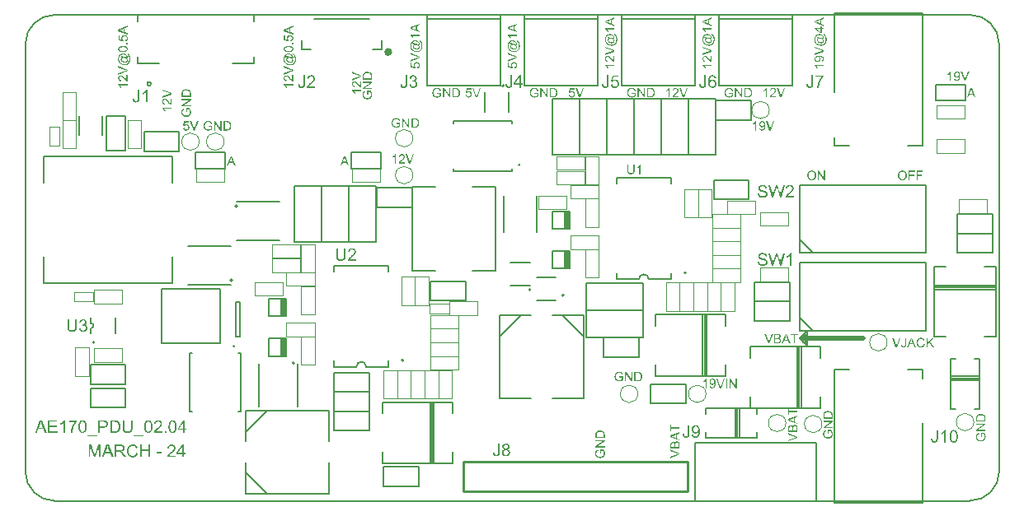
<source format=gto>
%FSTAX43Y43*%
%MOMM*%
G71*
G01*
G75*
G04 Layer_Color=65535*
%ADD10R,2.500X3.300*%
%ADD11R,1.500X1.900*%
%ADD12R,1.600X0.300*%
%ADD13R,3.400X9.700*%
%ADD14R,0.400X0.455*%
%ADD15R,1.050X1.100*%
%ADD16R,0.400X0.850*%
%ADD17C,1.500*%
%ADD18R,1.400X0.700*%
%ADD19R,3.800X4.500*%
%ADD20R,0.900X0.900*%
%ADD21R,1.700X1.700*%
%ADD22R,1.000X1.400*%
%ADD23R,1.700X1.700*%
%ADD24R,1.300X1.900*%
%ADD25R,0.650X1.600*%
%ADD26R,1.000X5.500*%
%ADD27R,1.600X3.000*%
%ADD28R,4.000X7.000*%
%ADD29R,0.300X0.800*%
%ADD30R,3.300X2.500*%
%ADD31R,1.000X1.500*%
%ADD32R,1.900X1.500*%
%ADD33R,3.000X2.500*%
%ADD34R,3.500X1.500*%
%ADD35R,0.900X1.200*%
%ADD36R,0.900X0.900*%
%ADD37R,0.455X0.400*%
%ADD38R,1.100X1.050*%
%ADD39R,0.850X0.400*%
%ADD40R,1.499X3.404*%
%ADD41R,0.600X0.600*%
%ADD42R,0.400X0.700*%
G04:AMPARAMS|DCode=43|XSize=2.51mm|YSize=2.55mm|CornerRadius=0.063mm|HoleSize=0mm|Usage=FLASHONLY|Rotation=270.000|XOffset=0mm|YOffset=0mm|HoleType=Round|Shape=RoundedRectangle|*
%AMROUNDEDRECTD43*
21,1,2.510,2.425,0,0,270.0*
21,1,2.385,2.550,0,0,270.0*
1,1,0.126,-1.212,-1.192*
1,1,0.126,-1.212,1.192*
1,1,0.126,1.212,1.192*
1,1,0.126,1.212,-1.192*
%
%ADD43ROUNDEDRECTD43*%
%ADD44R,0.753X3.600*%
%ADD45R,3.404X1.499*%
%ADD46R,0.700X0.400*%
G04:AMPARAMS|DCode=47|XSize=2.51mm|YSize=2.55mm|CornerRadius=0.063mm|HoleSize=0mm|Usage=FLASHONLY|Rotation=0.000|XOffset=0mm|YOffset=0mm|HoleType=Round|Shape=RoundedRectangle|*
%AMROUNDEDRECTD47*
21,1,2.510,2.425,0,0,0.0*
21,1,2.385,2.550,0,0,0.0*
1,1,0.126,1.192,-1.212*
1,1,0.126,-1.192,-1.212*
1,1,0.126,-1.192,1.212*
1,1,0.126,1.192,1.212*
%
%ADD47ROUNDEDRECTD47*%
%ADD48R,2.500X1.000*%
%ADD49R,1.400X1.000*%
%ADD50R,0.700X1.400*%
%ADD51R,4.500X3.800*%
%ADD52R,0.600X0.600*%
%ADD53R,4.700X1.250*%
%ADD54C,1.000*%
%ADD55C,0.600*%
%ADD56C,0.500*%
%ADD57C,0.300*%
%ADD58C,1.500*%
%ADD59C,0.900*%
%ADD60C,0.400*%
%ADD61C,1.700*%
%ADD62R,11.700X1.200*%
%ADD63R,4.000X11.800*%
%ADD64R,2.500X1.250*%
%ADD65R,2.500X7.100*%
%ADD66R,5.300X3.150*%
%ADD67R,6.100X1.000*%
%ADD68R,2.500X2.100*%
%ADD69R,13.900X1.900*%
%ADD70R,6.600X1.900*%
%ADD71R,3.200X8.500*%
%ADD72R,1.400X10.500*%
%ADD73R,3.300X1.500*%
%ADD74R,1.500X9.100*%
%ADD75R,1.100X3.875*%
%ADD76R,7.900X4.400*%
%ADD77R,3.200X0.600*%
%ADD78R,3.875X1.600*%
%ADD79R,15.400X1.900*%
%ADD80R,2.500X9.900*%
%ADD81R,3.400X4.200*%
%ADD82R,8.300X5.400*%
%ADD83R,24.000X2.700*%
%ADD84R,3.000X2.800*%
%ADD85R,2.900X11.200*%
%ADD86R,1.400X3.600*%
%ADD87R,4.200X1.450*%
%ADD88R,3.400X0.800*%
%ADD89R,1.000X9.300*%
%ADD90R,4.200X0.900*%
%ADD91R,3.400X5.700*%
%ADD92R,7.100X3.400*%
%ADD93R,4.400X8.250*%
%ADD94R,3.800X7.000*%
%ADD95R,4.400X13.600*%
%ADD96R,1.800X7.200*%
%ADD97R,5.100X10.400*%
%ADD98R,5.100X4.000*%
%ADD99R,7.200X5.500*%
%ADD100R,8.400X1.300*%
%ADD101R,6.100X3.100*%
%ADD102C,0.200*%
%ADD103R,2.000X2.000*%
%ADD104C,2.000*%
%ADD105C,0.500*%
%ADD106O,5.080X3.500*%
%ADD107O,3.000X4.000*%
%ADD108O,4.000X3.000*%
%ADD109C,0.700*%
%ADD110O,2.000X4.000*%
%ADD111C,1.700*%
%ADD112C,1.600*%
%ADD113R,1.600X1.600*%
%ADD114C,0.600*%
G04:AMPARAMS|DCode=115|XSize=14mm|YSize=4mm|CornerRadius=1mm|HoleSize=0mm|Usage=FLASHONLY|Rotation=0.000|XOffset=0mm|YOffset=0mm|HoleType=Round|Shape=RoundedRectangle|*
%AMROUNDEDRECTD115*
21,1,14.000,2.000,0,0,0.0*
21,1,12.000,4.000,0,0,0.0*
1,1,2.000,6.000,-1.000*
1,1,2.000,-6.000,-1.000*
1,1,2.000,-6.000,1.000*
1,1,2.000,6.000,1.000*
%
%ADD115ROUNDEDRECTD115*%
G04:AMPARAMS|DCode=116|XSize=14mm|YSize=4mm|CornerRadius=1mm|HoleSize=0mm|Usage=FLASHONLY|Rotation=270.000|XOffset=0mm|YOffset=0mm|HoleType=Round|Shape=RoundedRectangle|*
%AMROUNDEDRECTD116*
21,1,14.000,2.000,0,0,270.0*
21,1,12.000,4.000,0,0,270.0*
1,1,2.000,-1.000,-6.000*
1,1,2.000,-1.000,6.000*
1,1,2.000,1.000,6.000*
1,1,2.000,1.000,-6.000*
%
%ADD116ROUNDEDRECTD116*%
G04:AMPARAMS|DCode=117|XSize=8mm|YSize=8mm|CornerRadius=2mm|HoleSize=0mm|Usage=FLASHONLY|Rotation=270.000|XOffset=0mm|YOffset=0mm|HoleType=Round|Shape=RoundedRectangle|*
%AMROUNDEDRECTD117*
21,1,8.000,4.000,0,0,270.0*
21,1,4.000,8.000,0,0,270.0*
1,1,4.000,-2.000,-2.000*
1,1,4.000,-2.000,2.000*
1,1,4.000,2.000,2.000*
1,1,4.000,2.000,-2.000*
%
%ADD117ROUNDEDRECTD117*%
G04:AMPARAMS|DCode=118|XSize=9mm|YSize=4mm|CornerRadius=1mm|HoleSize=0mm|Usage=FLASHONLY|Rotation=270.000|XOffset=0mm|YOffset=0mm|HoleType=Round|Shape=RoundedRectangle|*
%AMROUNDEDRECTD118*
21,1,9.000,2.000,0,0,270.0*
21,1,7.000,4.000,0,0,270.0*
1,1,2.000,-1.000,-3.500*
1,1,2.000,-1.000,3.500*
1,1,2.000,1.000,3.500*
1,1,2.000,1.000,-3.500*
%
%ADD118ROUNDEDRECTD118*%
G04:AMPARAMS|DCode=119|XSize=3.5mm|YSize=5.5mm|CornerRadius=0.875mm|HoleSize=0mm|Usage=FLASHONLY|Rotation=270.000|XOffset=0mm|YOffset=0mm|HoleType=Round|Shape=RoundedRectangle|*
%AMROUNDEDRECTD119*
21,1,3.500,3.750,0,0,270.0*
21,1,1.750,5.500,0,0,270.0*
1,1,1.750,-1.875,-0.875*
1,1,1.750,-1.875,0.875*
1,1,1.750,1.875,0.875*
1,1,1.750,1.875,-0.875*
%
%ADD119ROUNDEDRECTD119*%
G04:AMPARAMS|DCode=120|XSize=3.5mm|YSize=3.5mm|CornerRadius=0.875mm|HoleSize=0mm|Usage=FLASHONLY|Rotation=270.000|XOffset=0mm|YOffset=0mm|HoleType=Round|Shape=RoundedRectangle|*
%AMROUNDEDRECTD120*
21,1,3.500,1.750,0,0,270.0*
21,1,1.750,3.500,0,0,270.0*
1,1,1.750,-0.875,-0.875*
1,1,1.750,-0.875,0.875*
1,1,1.750,0.875,0.875*
1,1,1.750,0.875,-0.875*
%
%ADD120ROUNDEDRECTD120*%
G04:AMPARAMS|DCode=121|XSize=6mm|YSize=5mm|CornerRadius=1.25mm|HoleSize=0mm|Usage=FLASHONLY|Rotation=270.000|XOffset=0mm|YOffset=0mm|HoleType=Round|Shape=RoundedRectangle|*
%AMROUNDEDRECTD121*
21,1,6.000,2.500,0,0,270.0*
21,1,3.500,5.000,0,0,270.0*
1,1,2.500,-1.250,-1.750*
1,1,2.500,-1.250,1.750*
1,1,2.500,1.250,1.750*
1,1,2.500,1.250,-1.750*
%
%ADD121ROUNDEDRECTD121*%
G04:AMPARAMS|DCode=122|XSize=6mm|YSize=7mm|CornerRadius=1.5mm|HoleSize=0mm|Usage=FLASHONLY|Rotation=270.000|XOffset=0mm|YOffset=0mm|HoleType=Round|Shape=RoundedRectangle|*
%AMROUNDEDRECTD122*
21,1,6.000,4.000,0,0,270.0*
21,1,3.000,7.000,0,0,270.0*
1,1,3.000,-2.000,-1.500*
1,1,3.000,-2.000,1.500*
1,1,3.000,2.000,1.500*
1,1,3.000,2.000,-1.500*
%
%ADD122ROUNDEDRECTD122*%
%ADD123C,2.000*%
%ADD124R,14.000X6.100*%
%ADD125C,0.100*%
%ADD126C,0.254*%
%ADD127C,0.152*%
G36*
X0235105Y0242647D02*
X0235116Y0242647D01*
X0235141Y0242644D01*
X0235169Y024264D01*
X0235201Y0242634D01*
X0235233Y0242625D01*
X0235266Y0242613D01*
X0235267Y0242613D01*
X023527Y0242612D01*
X0235274Y024261D01*
X023528Y0242607D01*
X0235295Y02426D01*
X0235314Y0242588D01*
X0235336Y0242575D01*
X0235358Y0242559D01*
X023538Y0242542D01*
X0235399Y024252D01*
X02354Y0242517D01*
X0235406Y0242509D01*
X0235415Y0242496D01*
X0235427Y0242477D01*
X0235438Y0242455D01*
X023545Y0242429D01*
X0235462Y0242398D01*
X0235472Y0242363D01*
X0235356Y0242331D01*
X0235356Y0242332D01*
X0235355Y0242334D01*
X0235353Y0242343D01*
X0235348Y0242356D01*
X0235342Y0242373D01*
X0235334Y0242391D01*
X0235326Y024241D01*
X0235315Y0242429D01*
X0235304Y0242446D01*
X0235302Y0242448D01*
X0235298Y0242454D01*
X0235291Y0242461D01*
X023528Y0242471D01*
X0235267Y0242482D01*
X0235251Y0242493D01*
X0235233Y0242503D01*
X0235212Y0242514D01*
X0235209Y0242515D01*
X0235201Y0242518D01*
X0235188Y0242523D01*
X0235172Y0242527D01*
X0235153Y0242531D01*
X0235131Y0242536D01*
X0235106Y0242539D01*
X023508Y024254D01*
X0235065Y024254D01*
X0235049Y0242539D01*
X0235029Y0242537D01*
X0235005Y0242533D01*
X0234979Y0242528D01*
X0234954Y0242521D01*
X0234929Y0242512D01*
X0234926Y0242511D01*
X0234919Y0242508D01*
X0234907Y0242502D01*
X0234893Y0242493D01*
X0234876Y0242483D01*
X0234859Y0242471D01*
X0234843Y0242458D01*
X0234827Y0242442D01*
X0234825Y0242441D01*
X0234821Y0242435D01*
X0234814Y0242426D01*
X0234805Y0242414D01*
X0234795Y02424D01*
X0234784Y0242384D01*
X0234776Y0242366D01*
X0234767Y0242347D01*
X0234767Y0242345D01*
X0234765Y0242343D01*
X0234764Y0242338D01*
X0234761Y0242331D01*
X0234758Y0242324D01*
X0234755Y0242313D01*
X0234749Y024229D01*
X0234742Y0242261D01*
X0234736Y0242228D01*
X0234732Y0242192D01*
X023473Y0242154D01*
X023473Y0242152D01*
X023473Y0242148D01*
X023473Y0242142D01*
X0234732Y0242132D01*
X0234732Y0242122D01*
X0234733Y0242108D01*
X0234735Y0242094D01*
X0234736Y0242079D01*
X023474Y0242044D01*
X0234749Y0242008D01*
X0234759Y0241972D01*
X0234774Y0241937D01*
X0234774Y0241936D01*
X0234776Y0241933D01*
X0234778Y0241929D01*
X0234783Y0241923D01*
X0234793Y0241908D01*
X0234806Y0241889D01*
X0234824Y0241869D01*
X0234846Y0241847D01*
X0234872Y0241826D01*
X0234901Y0241809D01*
X0234903Y0241809D01*
X0234906Y0241807D01*
X023491Y0241804D01*
X0234916Y0241803D01*
X0234923Y02418D01*
X0234934Y0241795D01*
X0234955Y0241788D01*
X0234983Y0241781D01*
X0235013Y0241773D01*
X0235046Y0241769D01*
X0235081Y0241768D01*
X0235096Y0241768D01*
X0235112Y0241769D01*
X0235133Y0241772D01*
X0235156Y0241775D01*
X0235184Y0241781D01*
X0235213Y0241788D01*
X0235242Y0241798D01*
X0235244Y0241798D01*
X0235245Y02418D01*
X023525Y0241801D01*
X0235255Y0241804D01*
X023527Y024181D01*
X0235288Y0241819D01*
X0235307Y0241829D01*
X0235326Y0241841D01*
X0235345Y0241854D01*
X0235362Y0241867D01*
X0235362Y0242048D01*
X023508Y0242048D01*
X023508Y0242161D01*
X0235487Y0242161D01*
X0235487Y0241804D01*
X0235485Y0241803D01*
X0235482Y0241801D01*
X0235478Y0241797D01*
X023547Y0241792D01*
X0235462Y0241785D01*
X0235451Y0241779D01*
X0235427Y0241762D01*
X0235397Y0241744D01*
X0235365Y0241725D01*
X0235329Y0241708D01*
X0235292Y0241691D01*
X0235291Y0241691D01*
X0235288Y024169D01*
X0235282Y0241689D01*
X0235274Y0241686D01*
X0235266Y0241683D01*
X0235255Y024168D01*
X0235242Y0241677D01*
X0235229Y0241674D01*
X0235198Y0241667D01*
X0235165Y0241661D01*
X0235127Y0241656D01*
X0235089Y0241655D01*
X0235075Y0241655D01*
X0235065Y0241656D01*
X0235052Y0241656D01*
X0235037Y0241658D01*
X0235021Y0241659D01*
X0235004Y0241662D01*
X0234963Y024167D01*
X023492Y024168D01*
X0234875Y0241694D01*
X0234831Y0241715D01*
X023483Y0241716D01*
X0234827Y0241718D01*
X0234819Y0241721D01*
X0234812Y0241727D01*
X0234802Y0241732D01*
X0234792Y024174D01*
X0234767Y0241759D01*
X0234738Y0241784D01*
X023471Y0241814D01*
X0234682Y024185D01*
X0234657Y0241889D01*
X0234657Y024189D01*
X0234654Y0241895D01*
X0234651Y0241901D01*
X0234648Y024191D01*
X0234644Y024192D01*
X0234638Y0241933D01*
X0234634Y0241948D01*
X0234628Y0241965D01*
X0234622Y0241983D01*
X0234618Y0242003D01*
X0234607Y0242047D01*
X0234601Y0242095D01*
X0234599Y0242147D01*
X0234599Y0242148D01*
X0234599Y0242152D01*
X0234599Y024216D01*
X02346Y024217D01*
X02346Y0242183D01*
X0234601Y0242198D01*
X0234603Y0242214D01*
X0234606Y0242231D01*
X0234613Y0242272D01*
X0234623Y0242316D01*
X0234638Y0242363D01*
X0234657Y0242408D01*
X0234657Y024241D01*
X023466Y0242414D01*
X0234663Y024242D01*
X0234667Y0242429D01*
X0234675Y0242439D01*
X0234682Y0242449D01*
X0234699Y0242477D01*
X0234724Y0242506D01*
X0234752Y0242536D01*
X0234787Y0242563D01*
X0234805Y0242577D01*
X0234825Y0242588D01*
X0234827Y0242588D01*
X023483Y0242591D01*
X0234837Y0242594D01*
X0234844Y0242597D01*
X0234855Y0242603D01*
X0234868Y0242607D01*
X0234882Y0242613D01*
X0234898Y0242619D01*
X0234916Y0242623D01*
X0234935Y0242629D01*
X0234979Y024264D01*
X0235026Y0242645D01*
X0235078Y0242648D01*
X0235096Y0242648D01*
X0235105Y0242647D01*
X0235105Y0242647D02*
G37*
G36*
X023309Y0242505D02*
X0232706Y0242505D01*
X0232654Y0242246D01*
X0232655Y0242247D01*
X0232658Y0242249D01*
X0232662Y0242252D01*
X0232668Y0242256D01*
X0232677Y0242261D01*
X0232686Y0242265D01*
X0232709Y0242277D01*
X0232736Y0242288D01*
X0232766Y0242297D01*
X02328Y0242305D01*
X0232835Y0242307D01*
X0232847Y0242307D01*
X0232855Y0242306D01*
X0232867Y0242305D01*
X0232879Y0242303D01*
X0232894Y02423D01*
X0232908Y0242297D01*
X0232942Y0242286D01*
X0232959Y024228D01*
X0232977Y0242271D01*
X0232996Y0242261D01*
X0233014Y0242249D01*
X0233031Y0242236D01*
X0233047Y024222D01*
X0233049Y0242218D01*
X0233052Y0242215D01*
X0233056Y0242211D01*
X023306Y0242204D01*
X0233068Y0242195D01*
X0233075Y0242185D01*
X0233082Y0242173D01*
X0233091Y024216D01*
X02331Y0242144D01*
X0233107Y0242127D01*
X0233114Y0242108D01*
X0233122Y0242089D01*
X0233126Y0242068D01*
X0233131Y0242046D01*
X0233133Y0242021D01*
X0233135Y0241996D01*
X0233135Y0241994D01*
X0233135Y024199D01*
X0233135Y0241983D01*
X0233133Y0241974D01*
X0233132Y0241962D01*
X0233131Y0241949D01*
X0233129Y0241934D01*
X0233126Y0241918D01*
X0233116Y0241883D01*
X0233103Y0241847D01*
X0233094Y0241826D01*
X0233084Y0241807D01*
X0233072Y0241788D01*
X0233059Y0241771D01*
X0233057Y0241769D01*
X0233054Y0241766D01*
X0233049Y024176D01*
X0233041Y0241753D01*
X0233033Y0241744D01*
X0233021Y0241734D01*
X0233008Y0241724D01*
X0232992Y0241713D01*
X0232975Y0241702D01*
X0232956Y0241691D01*
X0232934Y0241681D01*
X0232913Y0241672D01*
X0232888Y0241665D01*
X0232863Y0241659D01*
X0232835Y0241656D01*
X0232806Y0241655D01*
X0232793Y0241655D01*
X0232784Y0241656D01*
X0232774Y0241658D01*
X023276Y0241659D01*
X0232746Y0241661D01*
X023273Y0241664D01*
X0232696Y0241672D01*
X0232661Y0241686D01*
X0232643Y0241694D01*
X0232626Y0241705D01*
X0232608Y0241715D01*
X0232592Y0241728D01*
X0232591Y024173D01*
X0232589Y0241731D01*
X0232585Y0241735D01*
X0232579Y0241741D01*
X0232573Y0241749D01*
X0232566Y0241757D01*
X0232559Y0241768D01*
X023255Y0241779D01*
X0232534Y0241807D01*
X0232518Y0241841D01*
X0232506Y0241879D01*
X0232501Y0241901D01*
X0232499Y0241923D01*
X0232623Y0241931D01*
X0232623Y024193D01*
X0232623Y0241927D01*
X0232624Y0241923D01*
X0232626Y0241917D01*
X023263Y0241901D01*
X0232636Y024188D01*
X0232643Y0241858D01*
X0232655Y0241836D01*
X0232668Y0241814D01*
X0232686Y0241795D01*
X0232689Y0241794D01*
X0232695Y0241788D01*
X0232705Y0241782D01*
X0232719Y0241773D01*
X0232737Y0241766D01*
X0232757Y0241759D01*
X0232781Y0241753D01*
X0232806Y0241751D01*
X0232815Y0241751D01*
X023282Y0241753D01*
X0232836Y0241754D01*
X0232857Y0241759D01*
X0232879Y0241768D01*
X0232904Y0241778D01*
X0232927Y0241794D01*
X0232939Y0241803D01*
X0232951Y0241814D01*
X0232951Y0241816D01*
X0232954Y0241817D01*
X0232959Y0241826D01*
X023297Y0241841D01*
X023298Y024186D01*
X023299Y0241885D01*
X0233Y0241914D01*
X0233006Y0241948D01*
X0233009Y0241986D01*
X0233009Y0241987D01*
X0233009Y024199D01*
X0233009Y0241996D01*
X0233008Y0242002D01*
X0233008Y024201D01*
X0233006Y0242021D01*
X0233002Y0242044D01*
X0232996Y0242069D01*
X0232986Y0242095D01*
X0232971Y0242122D01*
X0232952Y0242145D01*
X0232949Y0242148D01*
X0232942Y0242154D01*
X023293Y0242164D01*
X0232913Y0242174D01*
X0232892Y0242185D01*
X0232866Y0242195D01*
X0232836Y0242201D01*
X0232804Y0242204D01*
X0232794Y0242204D01*
X0232784Y0242202D01*
X0232769Y0242201D01*
X0232753Y0242196D01*
X0232736Y0242192D01*
X0232718Y0242185D01*
X02327Y0242176D01*
X0232699Y0242174D01*
X0232693Y0242171D01*
X0232684Y0242166D01*
X0232674Y0242158D01*
X0232664Y0242148D01*
X0232652Y0242136D01*
X023264Y0242123D01*
X023263Y0242108D01*
X0232519Y0242125D01*
X0232613Y0242618D01*
X023309Y0242618D01*
X023309Y0242505D01*
X023309Y0242505D02*
G37*
G36*
X0233697Y0241671D02*
X0233567Y0241671D01*
X0233193Y0242632D01*
X0233332Y0242632D01*
X0233581Y0241934D01*
X0233581Y0241933D01*
X0233583Y024193D01*
X0233584Y0241926D01*
X0233587Y024192D01*
X0233591Y0241904D01*
X0233599Y0241883D01*
X0233607Y0241858D01*
X0233616Y0241832D01*
X0233632Y0241776D01*
X0233632Y0241778D01*
X0233634Y0241779D01*
X0233635Y0241784D01*
X0233637Y024179D01*
X0233641Y0241806D01*
X0233647Y0241826D01*
X0233654Y024185D01*
X0233663Y0241876D01*
X0233673Y0241905D01*
X0233684Y0241934D01*
X0233944Y0242632D01*
X0234073Y0242632D01*
X0233697Y0241671D01*
X0233697Y0241671D02*
G37*
G36*
X0277305Y0216847D02*
X0277316Y0216847D01*
X0277341Y0216844D01*
X0277369Y021684D01*
X0277401Y0216834D01*
X0277433Y0216825D01*
X0277466Y0216813D01*
X0277467Y0216813D01*
X027747Y0216812D01*
X0277474Y021681D01*
X027748Y0216807D01*
X0277495Y02168D01*
X0277514Y0216788D01*
X0277536Y0216775D01*
X0277558Y0216759D01*
X027758Y0216742D01*
X0277599Y021672D01*
X02776Y0216717D01*
X0277606Y0216709D01*
X0277615Y0216696D01*
X0277627Y0216677D01*
X0277638Y0216655D01*
X027765Y0216629D01*
X0277662Y0216598D01*
X0277672Y0216563D01*
X0277556Y0216531D01*
X0277556Y0216532D01*
X0277555Y0216534D01*
X0277553Y0216543D01*
X0277548Y0216556D01*
X0277542Y0216573D01*
X0277534Y0216591D01*
X0277526Y021661D01*
X0277515Y0216629D01*
X0277504Y0216646D01*
X0277502Y0216648D01*
X0277498Y0216654D01*
X0277491Y0216661D01*
X027748Y0216671D01*
X0277467Y0216682D01*
X0277451Y0216693D01*
X0277433Y0216703D01*
X0277412Y0216714D01*
X0277409Y0216715D01*
X0277401Y0216718D01*
X0277388Y0216723D01*
X0277372Y0216727D01*
X0277353Y0216731D01*
X0277331Y0216736D01*
X0277306Y0216739D01*
X027728Y021674D01*
X0277265Y021674D01*
X0277249Y0216739D01*
X0277229Y0216737D01*
X0277205Y0216733D01*
X0277179Y0216728D01*
X0277154Y0216721D01*
X0277129Y0216712D01*
X0277126Y0216711D01*
X0277119Y0216708D01*
X0277107Y0216702D01*
X0277093Y0216693D01*
X0277076Y0216683D01*
X0277059Y0216671D01*
X0277043Y0216658D01*
X0277027Y0216642D01*
X0277025Y0216641D01*
X0277021Y0216635D01*
X0277014Y0216626D01*
X0277005Y0216614D01*
X0276995Y02166D01*
X0276984Y0216584D01*
X0276976Y0216566D01*
X0276967Y0216547D01*
X0276967Y0216545D01*
X0276965Y0216543D01*
X0276964Y0216538D01*
X0276961Y0216531D01*
X0276958Y0216524D01*
X0276955Y0216513D01*
X0276949Y021649D01*
X0276942Y0216461D01*
X0276936Y0216428D01*
X0276932Y0216392D01*
X027693Y0216354D01*
X027693Y0216352D01*
X027693Y0216348D01*
X027693Y0216342D01*
X0276932Y0216332D01*
X0276932Y0216322D01*
X0276933Y0216308D01*
X0276935Y0216294D01*
X0276936Y0216279D01*
X027694Y0216244D01*
X0276949Y0216208D01*
X0276959Y0216172D01*
X0276974Y0216137D01*
X0276974Y0216136D01*
X0276976Y0216133D01*
X0276978Y0216129D01*
X0276983Y0216123D01*
X0276993Y0216108D01*
X0277006Y0216089D01*
X0277024Y0216069D01*
X0277046Y0216047D01*
X0277072Y0216026D01*
X0277101Y0216009D01*
X0277103Y0216009D01*
X0277106Y0216007D01*
X027711Y0216004D01*
X0277116Y0216003D01*
X0277123Y0216D01*
X0277134Y0215995D01*
X0277155Y0215988D01*
X0277183Y0215981D01*
X0277213Y0215973D01*
X0277246Y0215969D01*
X0277281Y0215968D01*
X0277296Y0215968D01*
X0277312Y0215969D01*
X0277333Y0215972D01*
X0277356Y0215975D01*
X0277384Y0215981D01*
X0277413Y0215988D01*
X0277442Y0215998D01*
X0277444Y0215998D01*
X0277445Y0216D01*
X027745Y0216001D01*
X0277455Y0216004D01*
X027747Y021601D01*
X0277488Y0216019D01*
X0277507Y0216029D01*
X0277526Y0216041D01*
X0277545Y0216054D01*
X0277562Y0216067D01*
X0277562Y0216248D01*
X027728Y0216248D01*
X027728Y0216361D01*
X0277687Y0216361D01*
X0277687Y0216004D01*
X0277685Y0216003D01*
X0277682Y0216001D01*
X0277678Y0215997D01*
X027767Y0215992D01*
X0277662Y0215985D01*
X0277651Y0215979D01*
X0277627Y0215962D01*
X0277597Y0215944D01*
X0277565Y0215925D01*
X0277529Y0215908D01*
X0277492Y0215891D01*
X0277491Y0215891D01*
X0277488Y021589D01*
X0277482Y0215889D01*
X0277474Y0215886D01*
X0277466Y0215883D01*
X0277455Y021588D01*
X0277442Y0215877D01*
X0277429Y0215874D01*
X0277398Y0215867D01*
X0277365Y0215861D01*
X0277327Y0215856D01*
X0277289Y0215855D01*
X0277275Y0215855D01*
X0277265Y0215856D01*
X0277252Y0215856D01*
X0277237Y0215858D01*
X0277221Y0215859D01*
X0277204Y0215862D01*
X0277163Y021587D01*
X027712Y021588D01*
X0277075Y0215894D01*
X0277031Y0215915D01*
X027703Y0215916D01*
X0277027Y0215918D01*
X0277019Y0215921D01*
X0277012Y0215927D01*
X0277002Y0215932D01*
X0276992Y021594D01*
X0276967Y0215959D01*
X0276938Y0215984D01*
X027691Y0216014D01*
X0276882Y021605D01*
X0276857Y0216089D01*
X0276857Y021609D01*
X0276854Y0216095D01*
X0276851Y0216101D01*
X0276848Y0216109D01*
X0276844Y021612D01*
X0276838Y0216133D01*
X0276834Y0216148D01*
X0276828Y0216165D01*
X0276822Y0216183D01*
X0276818Y0216203D01*
X0276807Y0216247D01*
X0276801Y0216295D01*
X0276799Y0216347D01*
X0276799Y0216348D01*
X0276799Y0216352D01*
X0276799Y021636D01*
X02768Y021637D01*
X02768Y0216383D01*
X0276801Y0216398D01*
X0276803Y0216414D01*
X0276806Y0216431D01*
X0276813Y0216472D01*
X0276823Y0216516D01*
X0276838Y0216563D01*
X0276857Y0216608D01*
X0276857Y021661D01*
X027686Y0216614D01*
X0276863Y021662D01*
X0276867Y0216629D01*
X0276875Y0216639D01*
X0276882Y0216649D01*
X0276899Y0216677D01*
X0276924Y0216706D01*
X0276952Y0216736D01*
X0276987Y0216763D01*
X0277005Y0216777D01*
X0277025Y0216788D01*
X0277027Y0216788D01*
X027703Y0216791D01*
X0277037Y0216794D01*
X0277044Y0216797D01*
X0277055Y0216803D01*
X0277068Y0216807D01*
X0277082Y0216813D01*
X0277098Y0216819D01*
X0277116Y0216823D01*
X0277135Y0216829D01*
X0277179Y021684D01*
X0277226Y0216845D01*
X0277278Y0216848D01*
X0277296Y0216848D01*
X0277305Y0216847D01*
X0277305Y0216847D02*
G37*
G36*
X0237036Y0242631D02*
X0237062Y0242629D01*
X0237092Y0242626D01*
X0237119Y0242622D01*
X0237143Y0242618D01*
X0237144Y0242618D01*
X0237147Y0242616D01*
X023715Y0242616D01*
X0237156Y0242613D01*
X0237172Y0242609D01*
X0237191Y0242602D01*
X0237213Y0242593D01*
X0237236Y0242581D01*
X023726Y0242566D01*
X0237283Y0242549D01*
X0237285Y0242549D01*
X0237286Y0242546D01*
X0237296Y0242537D01*
X023731Y0242523D01*
X0237326Y0242503D01*
X0237345Y024248D01*
X0237364Y0242452D01*
X0237381Y024242D01*
X0237397Y0242384D01*
X0237397Y0242382D01*
X0237399Y0242379D01*
X02374Y0242373D01*
X0237403Y0242366D01*
X0237406Y0242357D01*
X0237409Y0242345D01*
X0237413Y0242332D01*
X0237416Y0242318D01*
X0237419Y0242302D01*
X0237424Y0242284D01*
X0237429Y0242246D01*
X0237434Y0242204D01*
X0237435Y0242157D01*
X0237435Y0242155D01*
X0237435Y0242152D01*
X0237435Y0242147D01*
X0237435Y0242138D01*
X0237434Y0242129D01*
X0237434Y0242117D01*
X0237432Y0242091D01*
X0237429Y0242062D01*
X0237424Y0242028D01*
X0237418Y0241994D01*
X0237409Y0241962D01*
X0237409Y0241961D01*
X0237408Y0241958D01*
X0237406Y0241953D01*
X0237405Y0241948D01*
X0237399Y0241933D01*
X0237391Y0241912D01*
X0237383Y024189D01*
X0237371Y0241867D01*
X0237358Y0241844D01*
X0237343Y0241822D01*
X0237342Y0241819D01*
X0237336Y0241813D01*
X0237329Y0241803D01*
X0237317Y024179D01*
X0237305Y0241776D01*
X0237289Y0241762D01*
X0237273Y0241747D01*
X0237255Y0241734D01*
X0237254Y0241732D01*
X0237247Y024173D01*
X0237236Y0241724D01*
X0237223Y0241716D01*
X0237207Y0241709D01*
X0237188Y0241702D01*
X0237166Y0241694D01*
X0237141Y0241687D01*
X0237138Y0241687D01*
X023713Y0241684D01*
X0237116Y0241683D01*
X0237097Y024168D01*
X0237075Y0241677D01*
X0237049Y0241674D01*
X023702Y0241672D01*
X0236988Y0241671D01*
X0236642Y0241671D01*
X0236642Y0242632D01*
X0237011Y0242632D01*
X0237036Y0242631D01*
X0237036Y0242631D02*
G37*
G36*
X0236429Y0241671D02*
X0236299Y0241671D01*
X0235794Y0242426D01*
X0235794Y0241671D01*
X0235672Y0241671D01*
X0235672Y0242632D01*
X0235801Y0242632D01*
X0236307Y0241877D01*
X0236307Y0242632D01*
X0236429Y0242632D01*
X0236429Y0241671D01*
X0236429Y0241671D02*
G37*
G36*
X0256336Y0242931D02*
X0256362Y0242929D01*
X0256392Y0242926D01*
X0256419Y0242922D01*
X0256443Y0242918D01*
X0256444Y0242918D01*
X0256447Y0242916D01*
X025645Y0242916D01*
X0256456Y0242913D01*
X0256472Y0242909D01*
X0256491Y0242902D01*
X0256513Y0242893D01*
X0256536Y0242881D01*
X025656Y0242866D01*
X0256583Y0242849D01*
X0256585Y0242849D01*
X0256586Y0242846D01*
X0256596Y0242837D01*
X025661Y0242823D01*
X0256626Y0242803D01*
X0256645Y024278D01*
X0256664Y0242752D01*
X0256681Y024272D01*
X0256697Y0242684D01*
X0256697Y0242682D01*
X0256699Y0242679D01*
X02567Y0242673D01*
X0256703Y0242666D01*
X0256706Y0242657D01*
X0256709Y0242645D01*
X0256713Y0242632D01*
X0256716Y0242618D01*
X0256719Y0242602D01*
X0256724Y0242584D01*
X0256729Y0242546D01*
X0256734Y0242504D01*
X0256735Y0242457D01*
X0256735Y0242455D01*
X0256735Y0242452D01*
X0256735Y0242447D01*
X0256735Y0242438D01*
X0256734Y0242429D01*
X0256734Y0242417D01*
X0256732Y0242391D01*
X0256729Y0242362D01*
X0256724Y0242328D01*
X0256718Y0242294D01*
X0256709Y0242262D01*
X0256709Y0242261D01*
X0256708Y0242258D01*
X0256706Y0242253D01*
X0256705Y0242248D01*
X0256699Y0242233D01*
X0256691Y0242212D01*
X0256683Y024219D01*
X0256671Y0242167D01*
X0256658Y0242144D01*
X0256643Y0242122D01*
X0256642Y0242119D01*
X0256636Y0242113D01*
X0256629Y0242103D01*
X0256617Y024209D01*
X0256605Y0242076D01*
X0256589Y0242062D01*
X0256573Y0242047D01*
X0256555Y0242034D01*
X0256554Y0242032D01*
X0256547Y024203D01*
X0256536Y0242024D01*
X0256523Y0242016D01*
X0256507Y0242009D01*
X0256488Y0242002D01*
X0256466Y0241994D01*
X0256441Y0241987D01*
X0256438Y0241987D01*
X025643Y0241984D01*
X0256416Y0241983D01*
X0256397Y024198D01*
X0256375Y0241977D01*
X0256349Y0241974D01*
X025632Y0241972D01*
X0256288Y0241971D01*
X0255942Y0241971D01*
X0255942Y0242932D01*
X0256311Y0242932D01*
X0256336Y0242931D01*
X0256336Y0242931D02*
G37*
G36*
X0254995Y0239235D02*
X0255007Y0239234D01*
X025502Y0239232D01*
X0255034Y0239231D01*
X025505Y0239226D01*
X0255086Y0239218D01*
X0255122Y0239204D01*
X0255141Y0239196D01*
X0255159Y0239185D01*
X0255175Y0239172D01*
X0255191Y0239159D01*
X0255192Y0239158D01*
X0255194Y0239156D01*
X0255198Y0239152D01*
X0255204Y0239146D01*
X025521Y0239137D01*
X0255217Y0239128D01*
X0255232Y0239106D01*
X0255246Y0239079D01*
X025526Y0239046D01*
X025527Y023901D01*
X0255271Y0238989D01*
X0255273Y0238969D01*
X0255273Y0238966D01*
X0255273Y0238959D01*
X0255271Y0238947D01*
X025527Y0238932D01*
X0255267Y0238915D01*
X0255263Y0238896D01*
X0255257Y0238875D01*
X0255248Y0238855D01*
X0255246Y0238852D01*
X0255244Y0238845D01*
X0255238Y0238834D01*
X0255229Y023882D01*
X0255219Y0238802D01*
X0255206Y0238782D01*
X0255188Y0238761D01*
X0255169Y0238738D01*
X0255166Y0238735D01*
X0255159Y0238726D01*
X0255146Y0238713D01*
X0255137Y0238704D01*
X0255127Y0238694D01*
X0255115Y0238682D01*
X02551Y0238669D01*
X0255086Y0238656D01*
X0255069Y023864D01*
X0255052Y0238624D01*
X0255031Y0238606D01*
X0255011Y0238589D01*
X0254988Y0238568D01*
X0254986Y0238567D01*
X0254983Y0238564D01*
X0254977Y0238559D01*
X025497Y0238553D01*
X0254952Y0238539D01*
X025493Y023852D01*
X0254909Y0238499D01*
X0254885Y0238479D01*
X0254866Y0238461D01*
X0254859Y0238454D01*
X0254851Y0238447D01*
X025485Y0238445D01*
X0254847Y0238441D01*
X0254841Y0238435D01*
X0254834Y0238426D01*
X0254818Y0238407D01*
X0254802Y0238384D01*
X0255274Y0238384D01*
X0255274Y0238271D01*
X0254638Y0238271D01*
X0254638Y0238272D01*
X0254638Y0238278D01*
X0254638Y0238287D01*
X0254639Y0238297D01*
X0254641Y0238309D01*
X0254642Y0238322D01*
X0254647Y0238337D01*
X0254651Y0238351D01*
X0254651Y0238353D01*
X0254652Y0238354D01*
X0254655Y0238363D01*
X0254661Y0238375D01*
X025467Y0238392D01*
X025468Y0238411D01*
X0254695Y0238433D01*
X025471Y0238455D01*
X0254729Y0238479D01*
X0254729Y023848D01*
X0254731Y0238482D01*
X0254739Y023849D01*
X0254751Y0238504D01*
X0254768Y0238521D01*
X025479Y0238542D01*
X0254816Y0238567D01*
X0254849Y0238594D01*
X0254884Y0238625D01*
X0254885Y0238627D01*
X0254891Y0238631D01*
X0254898Y0238637D01*
X0254909Y0238647D01*
X0254922Y0238657D01*
X0254936Y023867D01*
X0254969Y0238698D01*
X0255004Y0238732D01*
X0255039Y0238766D01*
X0255056Y0238782D01*
X0255071Y0238798D01*
X0255084Y0238814D01*
X0255096Y0238828D01*
X0255096Y023883D01*
X0255099Y0238831D01*
X0255102Y0238836D01*
X0255105Y0238842D01*
X0255113Y0238856D01*
X0255124Y0238875D01*
X0255134Y0238897D01*
X0255143Y0238921D01*
X0255148Y0238947D01*
X0255151Y0238972D01*
X0255151Y0238973D01*
X0255151Y0238975D01*
X025515Y0238984D01*
X0255148Y0238997D01*
X0255146Y0239013D01*
X0255138Y0239032D01*
X0255129Y0239051D01*
X0255118Y0239071D01*
X02551Y023909D01*
X0255097Y0239092D01*
X0255091Y0239098D01*
X025508Y0239105D01*
X0255065Y0239115D01*
X0255046Y0239124D01*
X0255024Y0239131D01*
X0254998Y0239137D01*
X0254969Y0239139D01*
X025496Y0239139D01*
X0254954Y0239137D01*
X0254939Y0239136D01*
X025492Y0239133D01*
X0254898Y0239125D01*
X0254875Y0239117D01*
X0254853Y0239103D01*
X0254832Y0239086D01*
X0254831Y0239083D01*
X0254825Y0239077D01*
X0254816Y0239065D01*
X0254808Y0239049D01*
X0254797Y0239029D01*
X025479Y0239005D01*
X0254784Y0238978D01*
X0254781Y0238945D01*
X025466Y0238959D01*
X025466Y023896D01*
X025466Y0238964D01*
X0254661Y0238972D01*
X0254663Y0238981D01*
X0254666Y0238992D01*
X0254667Y0239005D01*
X0254676Y0239035D01*
X0254688Y0239068D01*
X0254704Y0239102D01*
X0254726Y0239136D01*
X0254737Y023915D01*
X0254752Y0239165D01*
X0254753Y0239166D01*
X0254756Y0239168D01*
X0254761Y0239172D01*
X0254767Y0239177D01*
X0254775Y0239181D01*
X0254786Y0239188D01*
X0254797Y0239194D01*
X0254811Y0239202D01*
X0254825Y0239207D01*
X0254841Y0239215D01*
X025486Y0239221D01*
X0254879Y0239225D01*
X0254923Y0239234D01*
X0254947Y0239235D01*
X0254971Y0239237D01*
X0254985Y0239237D01*
X0254995Y0239235D01*
X0254995Y0239235D02*
G37*
G36*
X0255852Y0238271D02*
X0255722Y0238271D01*
X0255349Y0239232D01*
X0255488Y0239232D01*
X0255737Y0238534D01*
X0255737Y0238533D01*
X0255738Y023853D01*
X025574Y0238526D01*
X0255742Y023852D01*
X0255747Y0238504D01*
X0255754Y0238483D01*
X0255763Y0238458D01*
X0255772Y0238432D01*
X0255788Y0238376D01*
X0255788Y0238378D01*
X0255789Y0238379D01*
X0255791Y0238384D01*
X0255792Y023839D01*
X0255797Y0238406D01*
X0255802Y0238426D01*
X025581Y023845D01*
X0255819Y0238476D01*
X0255829Y0238505D01*
X0255839Y0238534D01*
X0256099Y0239232D01*
X0256228Y0239232D01*
X0255852Y0238271D01*
X0255852Y0238271D02*
G37*
G36*
X0223687Y0210216D02*
X0222645Y0210216D01*
X0222645Y0210329D01*
X0223687Y0210329D01*
X0223687Y0210216D01*
X0223687Y0210216D02*
G37*
G36*
X0255729Y0241971D02*
X0255599Y0241971D01*
X0255094Y0242726D01*
X0255094Y0241971D01*
X0254972Y0241971D01*
X0254972Y0242932D01*
X0255101Y0242932D01*
X0255607Y0242177D01*
X0255607Y0242932D01*
X0255729Y0242932D01*
X0255729Y0241971D01*
X0255729Y0241971D02*
G37*
G36*
X0254405Y0242947D02*
X0254416Y0242947D01*
X0254441Y0242944D01*
X0254469Y024294D01*
X0254501Y0242934D01*
X0254533Y0242925D01*
X0254566Y0242913D01*
X0254567Y0242913D01*
X025457Y0242912D01*
X0254574Y024291D01*
X025458Y0242907D01*
X0254595Y02429D01*
X0254614Y0242888D01*
X0254636Y0242875D01*
X0254658Y0242859D01*
X025468Y0242842D01*
X0254699Y024282D01*
X02547Y0242817D01*
X0254706Y0242809D01*
X0254715Y0242796D01*
X0254727Y0242777D01*
X0254738Y0242755D01*
X025475Y0242729D01*
X0254762Y0242698D01*
X0254772Y0242663D01*
X0254656Y0242631D01*
X0254656Y0242632D01*
X0254655Y0242634D01*
X0254653Y0242643D01*
X0254648Y0242656D01*
X0254642Y0242673D01*
X0254634Y0242691D01*
X0254626Y024271D01*
X0254615Y0242729D01*
X0254604Y0242746D01*
X0254602Y0242748D01*
X0254598Y0242754D01*
X0254591Y0242761D01*
X025458Y0242771D01*
X0254567Y0242782D01*
X0254551Y0242793D01*
X0254533Y0242803D01*
X0254512Y0242814D01*
X0254509Y0242815D01*
X0254501Y0242818D01*
X0254488Y0242823D01*
X0254472Y0242827D01*
X0254453Y0242831D01*
X0254431Y0242836D01*
X0254406Y0242839D01*
X025438Y024284D01*
X0254365Y024284D01*
X0254349Y0242839D01*
X0254329Y0242837D01*
X0254305Y0242833D01*
X0254279Y0242828D01*
X0254254Y0242821D01*
X0254229Y0242812D01*
X0254226Y0242811D01*
X0254219Y0242808D01*
X0254207Y0242802D01*
X0254193Y0242793D01*
X0254176Y0242783D01*
X0254159Y0242771D01*
X0254143Y0242758D01*
X0254127Y0242742D01*
X0254125Y0242741D01*
X0254121Y0242735D01*
X0254114Y0242726D01*
X0254105Y0242714D01*
X0254095Y02427D01*
X0254084Y0242684D01*
X0254076Y0242666D01*
X0254067Y0242647D01*
X0254067Y0242645D01*
X0254065Y0242643D01*
X0254064Y0242638D01*
X0254061Y0242631D01*
X0254058Y0242624D01*
X0254055Y0242613D01*
X0254049Y024259D01*
X0254042Y0242561D01*
X0254036Y0242528D01*
X0254032Y0242492D01*
X025403Y0242454D01*
X025403Y0242452D01*
X025403Y0242448D01*
X025403Y0242442D01*
X0254032Y0242432D01*
X0254032Y0242422D01*
X0254033Y0242408D01*
X0254035Y0242394D01*
X0254036Y0242379D01*
X025404Y0242344D01*
X0254049Y0242308D01*
X0254059Y0242272D01*
X0254074Y0242237D01*
X0254074Y0242236D01*
X0254076Y0242233D01*
X0254078Y0242229D01*
X0254083Y0242223D01*
X0254093Y0242208D01*
X0254106Y0242189D01*
X0254124Y0242169D01*
X0254146Y0242147D01*
X0254172Y0242126D01*
X0254201Y0242109D01*
X0254203Y0242109D01*
X0254206Y0242107D01*
X025421Y0242104D01*
X0254216Y0242103D01*
X0254223Y02421D01*
X0254234Y0242095D01*
X0254255Y0242088D01*
X0254283Y0242081D01*
X0254313Y0242073D01*
X0254346Y0242069D01*
X0254381Y0242068D01*
X0254396Y0242068D01*
X0254412Y0242069D01*
X0254433Y0242072D01*
X0254456Y0242075D01*
X0254484Y0242081D01*
X0254513Y0242088D01*
X0254542Y0242098D01*
X0254544Y0242098D01*
X0254545Y02421D01*
X025455Y0242101D01*
X0254555Y0242104D01*
X025457Y024211D01*
X0254588Y0242119D01*
X0254607Y0242129D01*
X0254626Y0242141D01*
X0254645Y0242154D01*
X0254662Y0242167D01*
X0254662Y0242348D01*
X025438Y0242348D01*
X025438Y0242461D01*
X0254787Y0242461D01*
X0254787Y0242104D01*
X0254785Y0242103D01*
X0254782Y0242101D01*
X0254778Y0242097D01*
X025477Y0242092D01*
X0254762Y0242085D01*
X0254751Y0242079D01*
X0254727Y0242062D01*
X0254697Y0242044D01*
X0254665Y0242025D01*
X0254629Y0242008D01*
X0254592Y0241992D01*
X0254591Y0241992D01*
X0254588Y024199D01*
X0254582Y0241989D01*
X0254574Y0241986D01*
X0254566Y0241983D01*
X0254555Y024198D01*
X0254542Y0241977D01*
X0254529Y0241974D01*
X0254498Y0241967D01*
X0254465Y0241961D01*
X0254427Y0241956D01*
X0254389Y0241955D01*
X0254375Y0241955D01*
X0254365Y0241956D01*
X0254352Y0241956D01*
X0254337Y0241958D01*
X0254321Y0241959D01*
X0254304Y0241962D01*
X0254263Y024197D01*
X025422Y024198D01*
X0254175Y0241994D01*
X0254131Y0242015D01*
X025413Y0242016D01*
X0254127Y0242018D01*
X0254119Y0242021D01*
X0254112Y0242027D01*
X0254102Y0242032D01*
X0254092Y024204D01*
X0254067Y0242059D01*
X0254038Y0242084D01*
X025401Y0242114D01*
X0253982Y024215D01*
X0253957Y0242189D01*
X0253957Y024219D01*
X0253954Y0242195D01*
X0253951Y0242201D01*
X0253948Y024221D01*
X0253944Y024222D01*
X0253938Y0242233D01*
X0253934Y0242248D01*
X0253928Y0242265D01*
X0253922Y0242283D01*
X0253918Y0242303D01*
X0253907Y0242347D01*
X0253901Y0242395D01*
X0253899Y0242447D01*
X0253899Y0242448D01*
X0253899Y0242452D01*
X0253899Y024246D01*
X02539Y024247D01*
X02539Y0242483D01*
X0253901Y0242498D01*
X0253903Y0242514D01*
X0253906Y0242531D01*
X0253913Y0242572D01*
X0253923Y0242616D01*
X0253938Y0242663D01*
X0253957Y0242708D01*
X0253957Y024271D01*
X025396Y0242714D01*
X0253963Y024272D01*
X0253967Y0242729D01*
X0253975Y0242739D01*
X0253982Y0242749D01*
X0253999Y0242777D01*
X0254024Y0242806D01*
X0254052Y0242836D01*
X0254087Y0242863D01*
X0254105Y0242877D01*
X0254125Y0242888D01*
X0254127Y0242888D01*
X025413Y0242891D01*
X0254137Y0242894D01*
X0254144Y0242897D01*
X0254155Y0242903D01*
X0254168Y0242907D01*
X0254182Y0242913D01*
X0254198Y0242919D01*
X0254216Y0242923D01*
X0254235Y0242929D01*
X0254279Y024294D01*
X0254326Y0242945D01*
X0254378Y0242948D01*
X0254396Y0242948D01*
X0254405Y0242947D01*
X0254405Y0242947D02*
G37*
G36*
X0254353Y0238271D02*
X0254234Y0238271D01*
X0254234Y0239023D01*
X0254233Y0239022D01*
X0254227Y0239016D01*
X0254217Y0239008D01*
X0254203Y0238998D01*
X0254187Y0238985D01*
X0254168Y0238972D01*
X0254146Y0238956D01*
X0254121Y0238941D01*
X025412Y0238941D01*
X0254118Y023894D01*
X025411Y0238934D01*
X0254097Y0238926D01*
X025408Y0238918D01*
X0254061Y0238907D01*
X0254041Y0238899D01*
X0254019Y0238888D01*
X0253999Y023888D01*
X0253999Y0238995D01*
X0254Y0238995D01*
X0254003Y0238997D01*
X0254009Y0239D01*
X0254015Y0239004D01*
X0254023Y0239008D01*
X0254034Y0239013D01*
X0254057Y0239026D01*
X0254083Y0239042D01*
X0254113Y0239061D01*
X0254142Y0239083D01*
X025417Y0239106D01*
X0254171Y0239108D01*
X0254173Y0239109D01*
X0254181Y0239118D01*
X0254195Y0239131D01*
X0254211Y0239147D01*
X0254228Y0239168D01*
X0254246Y023919D01*
X0254262Y0239213D01*
X0254275Y0239237D01*
X0254353Y0239237D01*
X0254353Y0238271D01*
X0254353Y0238271D02*
G37*
G36*
X0278629Y0215871D02*
X0278499Y0215871D01*
X0277994Y0216626D01*
X0277994Y0215871D01*
X0277872Y0215871D01*
X0277872Y0216832D01*
X0278001Y0216832D01*
X0278507Y0216077D01*
X0278507Y0216832D01*
X0278629Y0216832D01*
X0278629Y0215871D01*
X0278629Y0215871D02*
G37*
G36*
X029475Y0212827D02*
X0295599Y0212827D01*
X0295599Y02127D01*
X029475Y02127D01*
X029475Y0212383D01*
X0294637Y0212383D01*
X0294637Y0213143D01*
X029475Y0213143D01*
X029475Y0212827D01*
X029475Y0212827D02*
G37*
G36*
X0299067Y0210858D02*
X0299068Y0210855D01*
X0299073Y021085D01*
X0299077Y0210843D01*
X0299084Y0210834D01*
X029909Y0210824D01*
X0299108Y0210799D01*
X0299125Y021077D01*
X0299144Y0210738D01*
X0299162Y0210701D01*
X0299178Y0210665D01*
X0299178Y0210663D01*
X029918Y021066D01*
X0299181Y0210654D01*
X0299184Y0210647D01*
X0299187Y0210638D01*
X029919Y0210628D01*
X0299193Y0210615D01*
X0299196Y0210602D01*
X0299203Y0210571D01*
X0299209Y0210537D01*
X0299213Y0210499D01*
X0299215Y0210461D01*
X0299215Y021046D01*
X0299215Y0210455D01*
X0299215Y0210448D01*
X0299213Y0210438D01*
X0299213Y0210425D01*
X0299212Y021041D01*
X029921Y0210394D01*
X0299207Y0210376D01*
X02992Y0210335D01*
X029919Y0210293D01*
X0299175Y0210248D01*
X0299155Y0210204D01*
X0299153Y0210202D01*
X0299152Y0210199D01*
X0299149Y0210192D01*
X0299143Y0210185D01*
X0299137Y0210174D01*
X029913Y0210164D01*
X0299111Y0210139D01*
X0299086Y021011D01*
X0299055Y0210082D01*
X029902Y0210054D01*
X0298981Y021003D01*
X0298979Y021003D01*
X0298975Y0210027D01*
X0298969Y0210024D01*
X029896Y0210021D01*
X029895Y0210016D01*
X0298937Y0210011D01*
X0298922Y0210006D01*
X0298904Y021D01*
X0298887Y0209994D01*
X0298866Y020999D01*
X0298823Y020998D01*
X0298774Y0209974D01*
X0298723Y0209971D01*
X029871Y0209971D01*
X02987Y0209972D01*
X0298686Y0209972D01*
X0298672Y0209974D01*
X0298656Y0209975D01*
X0298638Y0209978D01*
X0298597Y0209986D01*
X0298553Y0209996D01*
X0298507Y0210011D01*
X0298461Y021003D01*
X029846Y021003D01*
X0298455Y0210032D01*
X0298449Y0210035D01*
X0298441Y021004D01*
X029843Y0210047D01*
X029842Y0210054D01*
X0298392Y0210072D01*
X0298363Y0210097D01*
X0298334Y0210125D01*
X0298306Y021016D01*
X0298293Y0210177D01*
X0298281Y0210198D01*
X0298281Y0210199D01*
X0298278Y0210202D01*
X0298275Y021021D01*
X0298272Y0210217D01*
X0298267Y0210227D01*
X0298262Y021024D01*
X0298256Y0210255D01*
X029825Y0210271D01*
X0298246Y0210288D01*
X029824Y0210308D01*
X029823Y0210351D01*
X0298224Y0210398D01*
X0298221Y0210451D01*
X0298221Y0210452D01*
X0298221Y0210455D01*
X0298221Y0210461D01*
X0298221Y0210468D01*
X0298223Y0210477D01*
X0298223Y0210489D01*
X0298226Y0210514D01*
X029823Y0210542D01*
X0298236Y0210574D01*
X0298245Y0210606D01*
X0298256Y0210638D01*
X0298256Y021064D01*
X0298258Y0210643D01*
X0298259Y0210647D01*
X0298262Y0210653D01*
X0298269Y0210667D01*
X0298281Y0210686D01*
X0298294Y0210708D01*
X029831Y021073D01*
X0298328Y0210752D01*
X029835Y0210771D01*
X0298353Y0210773D01*
X029836Y0210779D01*
X0298373Y0210787D01*
X0298392Y0210799D01*
X0298414Y0210811D01*
X0298441Y0210823D01*
X0298471Y0210834D01*
X0298507Y0210844D01*
X0298539Y0210729D01*
X0298537Y0210729D01*
X0298536Y0210727D01*
X0298527Y0210726D01*
X0298514Y021072D01*
X0298496Y0210714D01*
X0298479Y0210707D01*
X029846Y0210698D01*
X0298441Y0210688D01*
X0298423Y0210676D01*
X0298422Y0210675D01*
X0298416Y021067D01*
X0298408Y0210663D01*
X0298398Y0210653D01*
X0298388Y021064D01*
X0298376Y0210624D01*
X0298366Y0210606D01*
X0298356Y0210584D01*
X0298354Y0210581D01*
X0298351Y0210574D01*
X0298347Y0210561D01*
X0298343Y0210545D01*
X0298338Y0210526D01*
X0298334Y0210504D01*
X0298331Y0210479D01*
X0298329Y0210452D01*
X0298329Y0210451D01*
X0298329Y0210448D01*
X0298329Y0210444D01*
X0298329Y0210438D01*
X0298331Y0210422D01*
X0298332Y0210401D01*
X0298337Y0210378D01*
X0298341Y0210351D01*
X0298348Y0210327D01*
X0298357Y0210302D01*
X0298359Y0210299D01*
X0298362Y0210291D01*
X0298367Y021028D01*
X0298376Y0210265D01*
X0298387Y0210249D01*
X0298398Y0210231D01*
X0298411Y0210215D01*
X0298427Y0210199D01*
X0298429Y0210198D01*
X0298435Y0210193D01*
X0298444Y0210186D01*
X0298455Y0210177D01*
X029847Y0210167D01*
X0298486Y0210157D01*
X0298504Y0210148D01*
X0298523Y0210139D01*
X0298524Y0210139D01*
X0298527Y0210138D01*
X0298531Y0210136D01*
X0298539Y0210133D01*
X0298546Y021013D01*
X0298556Y0210128D01*
X029858Y0210122D01*
X0298609Y0210114D01*
X0298641Y0210109D01*
X0298678Y0210104D01*
X0298716Y0210103D01*
X0298727Y0210103D01*
X0298738Y0210104D01*
X0298748Y0210104D01*
X0298761Y0210106D01*
X0298776Y0210107D01*
X029879Y0210109D01*
X0298825Y0210113D01*
X0298862Y0210122D01*
X0298897Y0210132D01*
X0298932Y0210147D01*
X0298934Y0210147D01*
X0298937Y0210148D01*
X0298941Y0210151D01*
X0298947Y0210155D01*
X0298961Y0210166D01*
X0298981Y0210179D01*
X0299001Y0210196D01*
X0299023Y0210218D01*
X0299043Y0210245D01*
X0299061Y0210274D01*
X0299061Y0210275D01*
X0299062Y0210278D01*
X0299065Y0210283D01*
X0299067Y0210288D01*
X029907Y0210296D01*
X0299074Y0210306D01*
X0299081Y0210328D01*
X0299089Y0210356D01*
X0299096Y0210385D01*
X02991Y0210419D01*
X0299102Y0210454D01*
X0299102Y0210455D01*
X0299102Y0210458D01*
X0299102Y0210463D01*
X0299102Y0210468D01*
X02991Y0210485D01*
X0299098Y0210505D01*
X0299095Y0210528D01*
X0299089Y0210556D01*
X0299081Y0210585D01*
X0299071Y0210615D01*
X0299071Y0210616D01*
X029907Y0210618D01*
X0299068Y0210622D01*
X0299065Y0210628D01*
X029906Y0210643D01*
X0299051Y021066D01*
X029904Y0210679D01*
X0299029Y0210698D01*
X0299016Y0210717D01*
X0299002Y0210735D01*
X0298821Y0210735D01*
X0298821Y0210452D01*
X0298708Y0210452D01*
X0298708Y0210859D01*
X0299065Y0210859D01*
X0299067Y0210858D01*
X0299067Y0210858D02*
G37*
G36*
X0299199Y0211671D02*
X0298444Y0211166D01*
X0299199Y0211166D01*
X0299199Y0211045D01*
X0298237Y0211045D01*
X0298237Y0211174D01*
X0298992Y021168D01*
X0298237Y021168D01*
X0298237Y0211801D01*
X0299199Y0211801D01*
X0299199Y0211671D01*
X0299199Y0211671D02*
G37*
G36*
X0295599Y0210173D02*
X0295599Y0210043D01*
X0294637Y020967D01*
X0294637Y0209809D01*
X0295335Y0210057D01*
X0295337Y0210057D01*
X029534Y0210059D01*
X0295344Y021006D01*
X029535Y0210063D01*
X0295366Y0210068D01*
X0295386Y0210075D01*
X0295411Y0210084D01*
X0295438Y0210092D01*
X0295493Y0210108D01*
X0295492Y0210108D01*
X029549Y021011D01*
X0295486Y0210111D01*
X029548Y0210113D01*
X0295464Y0210117D01*
X0295443Y0210123D01*
X029542Y021013D01*
X0295394Y0210139D01*
X0295364Y0210149D01*
X0295335Y021016D01*
X0294637Y021042D01*
X0294637Y0210549D01*
X0295599Y0210173D01*
X0295599Y0210173D02*
G37*
G36*
X0295345Y0211383D02*
X0295362Y0211381D01*
X0295381Y0211377D01*
X0295402Y0211373D01*
X0295424Y0211365D01*
X0295446Y0211355D01*
X0295449Y0211354D01*
X0295457Y0211351D01*
X0295467Y0211343D01*
X029548Y0211336D01*
X0295495Y0211326D01*
X0295509Y0211314D01*
X0295524Y0211299D01*
X0295537Y0211285D01*
X0295539Y0211283D01*
X0295541Y0211277D01*
X0295547Y0211269D01*
X0295555Y0211255D01*
X0295562Y0211241D01*
X0295569Y0211222D01*
X0295577Y0211201D01*
X0295584Y0211179D01*
X0295584Y0211176D01*
X0295587Y0211168D01*
X0295588Y0211155D01*
X0295591Y0211137D01*
X0295594Y0211114D01*
X0295596Y0211087D01*
X0295599Y0211058D01*
X0295599Y0211024D01*
X0295599Y0210659D01*
X0294637Y0210659D01*
X0294637Y0211018D01*
X0294637Y021102D01*
X0294637Y0211023D01*
X0294637Y0211029D01*
X0294637Y0211036D01*
X0294639Y0211046D01*
X0294639Y0211057D01*
X029464Y0211081D01*
X0294645Y0211109D01*
X0294649Y0211138D01*
X0294656Y0211168D01*
X0294667Y0211194D01*
X0294667Y0211196D01*
X0294668Y0211197D01*
X0294672Y0211206D01*
X029468Y0211217D01*
X0294689Y0211232D01*
X0294702Y021125D01*
X0294718Y0211267D01*
X0294735Y0211283D01*
X0294757Y0211299D01*
X029476Y0211301D01*
X0294767Y0211305D01*
X0294781Y0211311D01*
X0294797Y0211318D01*
X0294816Y0211326D01*
X0294836Y0211332D01*
X029486Y0211336D01*
X0294885Y0211337D01*
X0294895Y0211337D01*
X0294906Y0211336D01*
X0294923Y0211333D01*
X029494Y0211329D01*
X0294959Y0211323D01*
X0294981Y0211315D01*
X0295002Y0211304D01*
X0295005Y0211302D01*
X029501Y0211298D01*
X0295021Y0211289D01*
X0295032Y0211279D01*
X0295047Y0211264D01*
X029506Y0211247D01*
X0295075Y0211226D01*
X0295088Y0211201D01*
X0295088Y0211203D01*
X0295089Y0211206D01*
X0295091Y021121D01*
X0295092Y0211216D01*
X02951Y0211232D01*
X0295108Y0211251D01*
X0295122Y0211273D01*
X0295136Y0211295D01*
X0295154Y0211317D01*
X0295176Y0211336D01*
X0295179Y0211337D01*
X0295186Y0211343D01*
X0295199Y0211351D01*
X0295217Y0211361D01*
X0295239Y021137D01*
X0295262Y0211377D01*
X029529Y0211383D01*
X0295321Y0211384D01*
X0295332Y0211384D01*
X0295345Y0211383D01*
X0295345Y0211383D02*
G37*
G36*
X0295599Y0212208D02*
X0295307Y0212097D01*
X0295307Y0211693D01*
X0295599Y0211589D01*
X0295599Y0211454D01*
X0294637Y0211822D01*
X0294637Y0211961D01*
X0295599Y0212351D01*
X0295599Y0212208D01*
X0295599Y0212208D02*
G37*
G36*
X0298741Y0212806D02*
X0298752Y0212806D01*
X0298779Y0212805D01*
X0298808Y0212802D01*
X0298842Y0212796D01*
X0298875Y021279D01*
X0298907Y0212782D01*
X0298909Y0212782D01*
X0298912Y021278D01*
X0298916Y0212779D01*
X0298922Y0212777D01*
X0298937Y0212771D01*
X0298957Y0212764D01*
X0298979Y0212755D01*
X0299002Y0212743D01*
X0299026Y021273D01*
X0299048Y0212716D01*
X0299051Y0212714D01*
X0299057Y0212708D01*
X0299067Y0212701D01*
X029908Y0212689D01*
X0299093Y0212678D01*
X0299108Y0212662D01*
X0299122Y0212645D01*
X0299136Y0212628D01*
X0299137Y0212626D01*
X029914Y0212619D01*
X0299146Y0212609D01*
X0299153Y0212596D01*
X029916Y021258D01*
X0299168Y0212561D01*
X0299175Y0212539D01*
X0299182Y0212514D01*
X0299182Y0212511D01*
X0299185Y0212502D01*
X0299187Y0212489D01*
X029919Y021247D01*
X0299193Y0212448D01*
X0299196Y0212422D01*
X0299197Y0212392D01*
X0299199Y021236D01*
X0299199Y0212015D01*
X0298237Y0212015D01*
X0298237Y0212344D01*
X0298237Y0212346D01*
X0298237Y0212348D01*
X0298237Y0212354D01*
X0298237Y0212363D01*
X0298237Y0212372D01*
X0298237Y0212384D01*
X0298239Y0212408D01*
X029824Y0212435D01*
X0298243Y0212464D01*
X0298248Y0212492D01*
X0298252Y0212515D01*
X0298252Y0212517D01*
X0298253Y021252D01*
X0298253Y0212523D01*
X0298256Y0212528D01*
X0298261Y0212545D01*
X0298268Y0212564D01*
X0298277Y0212585D01*
X0298289Y0212609D01*
X0298303Y0212632D01*
X0298321Y0212656D01*
X0298321Y0212657D01*
X0298324Y0212659D01*
X0298332Y0212669D01*
X0298347Y0212682D01*
X0298366Y0212698D01*
X0298389Y0212717D01*
X0298417Y0212736D01*
X0298449Y0212754D01*
X0298486Y021277D01*
X0298487Y021277D01*
X029849Y0212771D01*
X0298496Y0212773D01*
X0298504Y0212776D01*
X0298512Y0212779D01*
X0298524Y0212782D01*
X0298537Y0212786D01*
X0298552Y0212789D01*
X0298568Y0212792D01*
X0298586Y0212796D01*
X0298624Y0212802D01*
X0298666Y0212806D01*
X0298713Y0212808D01*
X0298732Y0212808D01*
X0298741Y0212806D01*
X0298741Y0212806D02*
G37*
G36*
X0287752Y0215171D02*
X0287622Y0215171D01*
X0287249Y0216132D01*
X0287388Y0216132D01*
X0287637Y0215434D01*
X0287637Y0215433D01*
X0287638Y021543D01*
X028764Y0215426D01*
X0287642Y021542D01*
X0287647Y0215404D01*
X0287654Y0215383D01*
X0287663Y0215358D01*
X0287672Y0215332D01*
X0287688Y0215276D01*
X0287688Y0215278D01*
X0287689Y0215279D01*
X0287691Y0215284D01*
X0287692Y021529D01*
X0287697Y0215306D01*
X0287702Y0215326D01*
X028771Y021535D01*
X0287719Y0215376D01*
X0287729Y0215405D01*
X0287739Y0215434D01*
X0287999Y0216132D01*
X0288128Y0216132D01*
X0287752Y0215171D01*
X0287752Y0215171D02*
G37*
G36*
X0289372Y0215171D02*
X0289242Y0215171D01*
X0288737Y0215926D01*
X0288737Y0215171D01*
X0288615Y0215171D01*
X0288615Y0216132D01*
X0288744Y0216132D01*
X028925Y0215377D01*
X028925Y0216132D01*
X0289372Y0216132D01*
X0289372Y0215171D01*
X0289372Y0215171D02*
G37*
G36*
X0279236Y0216831D02*
X0279262Y0216829D01*
X0279292Y0216826D01*
X0279319Y0216822D01*
X0279343Y0216818D01*
X0279344Y0216818D01*
X0279347Y0216816D01*
X027935Y0216816D01*
X0279356Y0216813D01*
X0279372Y0216809D01*
X0279391Y0216802D01*
X0279413Y0216793D01*
X0279436Y0216781D01*
X027946Y0216766D01*
X0279483Y0216749D01*
X0279485Y0216749D01*
X0279486Y0216746D01*
X0279496Y0216737D01*
X027951Y0216723D01*
X0279526Y0216703D01*
X0279545Y021668D01*
X0279564Y0216652D01*
X0279581Y021662D01*
X0279597Y0216584D01*
X0279597Y0216582D01*
X0279599Y0216579D01*
X02796Y0216573D01*
X0279603Y0216566D01*
X0279606Y0216557D01*
X0279609Y0216545D01*
X0279613Y0216532D01*
X0279616Y0216518D01*
X0279619Y0216502D01*
X0279624Y0216484D01*
X0279629Y0216446D01*
X0279634Y0216404D01*
X0279635Y0216357D01*
X0279635Y0216355D01*
X0279635Y0216352D01*
X0279635Y0216347D01*
X0279635Y0216338D01*
X0279634Y0216329D01*
X0279634Y0216317D01*
X0279632Y0216291D01*
X0279629Y0216262D01*
X0279624Y0216228D01*
X0279618Y0216194D01*
X0279609Y0216162D01*
X0279609Y0216161D01*
X0279608Y0216158D01*
X0279606Y0216153D01*
X0279605Y0216148D01*
X0279599Y0216133D01*
X0279591Y0216112D01*
X0279583Y021609D01*
X0279571Y0216067D01*
X0279558Y0216044D01*
X0279543Y0216022D01*
X0279542Y0216019D01*
X0279536Y0216013D01*
X0279529Y0216003D01*
X0279517Y021599D01*
X0279505Y0215976D01*
X0279489Y0215962D01*
X0279473Y0215947D01*
X0279455Y0215934D01*
X0279454Y0215932D01*
X0279447Y021593D01*
X0279436Y0215924D01*
X0279423Y0215916D01*
X0279407Y0215909D01*
X0279388Y0215902D01*
X0279366Y0215894D01*
X0279341Y0215887D01*
X0279338Y0215887D01*
X027933Y0215884D01*
X0279316Y0215883D01*
X0279297Y021588D01*
X0279275Y0215877D01*
X0279249Y0215874D01*
X027922Y0215872D01*
X0279188Y0215871D01*
X0278842Y0215871D01*
X0278842Y0216832D01*
X0279211Y0216832D01*
X0279236Y0216831D01*
X0279236Y0216831D02*
G37*
G36*
X0286253Y0215171D02*
X0286134Y0215171D01*
X0286134Y0215923D01*
X0286133Y0215922D01*
X0286127Y0215916D01*
X0286116Y0215908D01*
X0286103Y0215898D01*
X0286087Y0215885D01*
X0286068Y0215872D01*
X0286046Y0215856D01*
X0286021Y0215841D01*
X028602Y0215841D01*
X0286018Y021584D01*
X028601Y0215834D01*
X0285997Y0215826D01*
X028598Y0215818D01*
X0285961Y0215807D01*
X0285941Y0215799D01*
X0285919Y0215788D01*
X0285898Y021578D01*
X0285898Y0215895D01*
X02859Y0215895D01*
X0285903Y0215897D01*
X0285909Y02159D01*
X0285915Y0215904D01*
X0285923Y0215908D01*
X0285934Y0215913D01*
X0285957Y0215926D01*
X0285983Y0215942D01*
X0286013Y0215961D01*
X0286042Y0215983D01*
X028607Y0216006D01*
X0286071Y0216008D01*
X0286073Y0216009D01*
X0286081Y0216018D01*
X0286095Y0216031D01*
X0286111Y0216047D01*
X0286128Y0216068D01*
X0286146Y021609D01*
X0286162Y0216113D01*
X0286175Y0216137D01*
X0286253Y0216137D01*
X0286253Y0215171D01*
X0286253Y0215171D02*
G37*
G36*
X0288393Y0215171D02*
X0288266Y0215171D01*
X0288266Y0216132D01*
X0288393Y0216132D01*
X0288393Y0215171D01*
X0288393Y0215171D02*
G37*
G36*
X0286871Y0216135D02*
X0286879Y0216135D01*
X0286889Y0216134D01*
X0286912Y0216131D01*
X0286939Y0216123D01*
X0286967Y0216115D01*
X0286997Y0216103D01*
X0287027Y0216085D01*
X0287028Y0216085D01*
X0287029Y0216082D01*
X0287034Y021608D01*
X028704Y0216077D01*
X0287053Y0216065D01*
X028707Y0216049D01*
X0287089Y0216027D01*
X028711Y0216003D01*
X0287129Y0215974D01*
X0287145Y0215941D01*
X0287145Y0215939D01*
X0287146Y0215936D01*
X0287149Y021593D01*
X0287151Y0215923D01*
X0287155Y0215914D01*
X0287158Y0215903D01*
X0287161Y0215888D01*
X0287165Y0215872D01*
X028717Y0215854D01*
X0287173Y0215834D01*
X0287177Y0215812D01*
X028718Y0215788D01*
X0287182Y0215762D01*
X0287185Y0215734D01*
X0287186Y0215704D01*
X0287186Y0215671D01*
X0287186Y021567D01*
X0287186Y0215663D01*
X0287186Y0215654D01*
X0287186Y0215641D01*
X0287185Y0215626D01*
X0287185Y0215607D01*
X0287183Y0215588D01*
X0287182Y0215566D01*
X0287176Y0215519D01*
X0287168Y0215469D01*
X0287158Y0215421D01*
X0287152Y0215399D01*
X0287145Y0215377D01*
X0287145Y0215376D01*
X0287144Y0215373D01*
X0287141Y0215367D01*
X0287138Y021536D01*
X0287133Y021535D01*
X0287129Y0215339D01*
X0287116Y0215316D01*
X0287098Y0215288D01*
X0287078Y021526D01*
X0287054Y0215234D01*
X0287027Y0215211D01*
X0287025Y0215211D01*
X0287024Y0215208D01*
X0287019Y0215206D01*
X0287012Y0215202D01*
X0287005Y0215197D01*
X0286996Y0215193D01*
X0286974Y0215183D01*
X0286946Y0215172D01*
X0286915Y0215164D01*
X0286879Y0215158D01*
X0286841Y0215155D01*
X028683Y0215155D01*
X0286822Y0215156D01*
X0286813Y0215156D01*
X0286801Y0215158D01*
X0286775Y0215162D01*
X0286746Y021517D01*
X0286715Y0215181D01*
X0286686Y0215196D01*
X0286656Y0215216D01*
X0286655Y0215218D01*
X0286653Y0215219D01*
X0286645Y0215228D01*
X0286633Y0215243D01*
X0286618Y0215262D01*
X0286604Y0215287D01*
X0286591Y0215317D01*
X0286579Y0215352D01*
X0286572Y0215393D01*
X0286684Y0215402D01*
X0286684Y0215401D01*
X0286684Y0215399D01*
X0286686Y0215395D01*
X0286687Y0215389D01*
X028669Y0215374D01*
X0286696Y0215358D01*
X0286703Y0215339D01*
X0286712Y021532D01*
X0286724Y0215301D01*
X0286738Y0215287D01*
X028674Y0215285D01*
X0286746Y0215281D01*
X0286754Y0215275D01*
X0286768Y0215269D01*
X0286782Y0215263D01*
X02868Y0215257D01*
X028682Y0215253D01*
X0286844Y0215251D01*
X0286852Y0215251D01*
X0286863Y0215253D01*
X0286876Y0215254D01*
X028689Y0215257D01*
X0286907Y0215262D01*
X0286923Y0215268D01*
X0286939Y0215276D01*
X028694Y0215278D01*
X0286946Y0215281D01*
X0286953Y0215287D01*
X0286962Y0215294D01*
X0286974Y0215303D01*
X0286984Y0215314D01*
X0286996Y0215328D01*
X0287006Y0215342D01*
X0287008Y0215344D01*
X028701Y021535D01*
X0287015Y021536D01*
X0287022Y0215373D01*
X0287028Y0215389D01*
X0287035Y0215408D01*
X0287043Y021543D01*
X028705Y0215455D01*
X028705Y0215456D01*
X0287051Y0215458D01*
X0287051Y0215462D01*
X0287053Y0215467D01*
X0287056Y0215481D01*
X0287059Y02155D01*
X0287062Y0215522D01*
X0287065Y0215546D01*
X0287067Y0215572D01*
X0287067Y02156D01*
X0287067Y0215601D01*
X0287067Y0215606D01*
X0287067Y0215613D01*
X0287067Y0215623D01*
X0287066Y021562D01*
X028706Y0215614D01*
X0287053Y0215603D01*
X0287041Y0215591D01*
X0287028Y0215576D01*
X028701Y021556D01*
X0286991Y0215546D01*
X0286969Y0215531D01*
X0286967Y0215529D01*
X0286959Y0215525D01*
X0286946Y0215521D01*
X028693Y0215515D01*
X0286911Y0215508D01*
X0286889Y0215503D01*
X0286864Y0215499D01*
X0286838Y0215497D01*
X0286826Y0215497D01*
X0286817Y0215499D01*
X0286807Y02155D01*
X0286795Y0215502D01*
X0286768Y0215508D01*
X0286735Y0215518D01*
X0286719Y0215525D01*
X0286702Y0215534D01*
X0286686Y0215544D01*
X0286668Y0215556D01*
X0286652Y0215569D01*
X0286636Y0215584D01*
X0286634Y0215585D01*
X0286633Y0215588D01*
X0286629Y0215592D01*
X0286623Y02156D01*
X0286617Y0215608D01*
X028661Y0215619D01*
X0286602Y021563D01*
X0286595Y0215645D01*
X0286588Y021566D01*
X028658Y0215677D01*
X0286573Y0215696D01*
X0286567Y0215717D01*
X0286561Y0215739D01*
X0286557Y0215761D01*
X0286555Y0215786D01*
X0286554Y0215812D01*
X0286554Y0215813D01*
X0286554Y0215818D01*
X0286554Y0215826D01*
X0286555Y0215837D01*
X0286557Y0215848D01*
X0286558Y0215863D01*
X0286561Y0215879D01*
X0286564Y0215897D01*
X0286574Y0215933D01*
X0286582Y0215954D01*
X0286591Y0215973D01*
X0286599Y0215993D01*
X0286611Y0216012D01*
X0286624Y021603D01*
X0286639Y0216047D01*
X028664Y0216049D01*
X0286643Y0216052D01*
X0286648Y0216056D01*
X0286655Y0216062D01*
X0286662Y0216068D01*
X0286672Y0216075D01*
X0286684Y0216084D01*
X0286699Y0216093D01*
X0286713Y02161D01*
X028673Y0216109D01*
X0286766Y0216123D01*
X0286787Y0216128D01*
X0286809Y0216132D01*
X0286832Y0216135D01*
X0286855Y0216137D01*
X0286864Y0216137D01*
X0286871Y0216135D01*
X0286871Y0216135D02*
G37*
G36*
X0228459Y0210216D02*
X0227417Y0210216D01*
X0227417Y0210329D01*
X0228459Y0210329D01*
X0228459Y0210216D01*
X0228459Y0210216D02*
G37*
G36*
X0224022Y0208071D02*
X0223858Y0208071D01*
X0223858Y0209144D01*
X0223483Y0208071D01*
X0223331Y0208071D01*
X0222962Y0209161D01*
X0222962Y0208071D01*
X0222799Y0208071D01*
X0222799Y0209353D01*
X0223052Y0209353D01*
X0223356Y0208446D01*
X0223356Y0208444D01*
X0223358Y020844D01*
X022336Y0208434D01*
X0223362Y0208424D01*
X022337Y0208403D01*
X022338Y0208375D01*
X022339Y0208344D01*
X0223399Y0208313D01*
X0223409Y0208282D01*
X0223417Y0208256D01*
X0223419Y020826D01*
X0223421Y020827D01*
X0223427Y0208286D01*
X0223434Y0208307D01*
X0223442Y0208336D01*
X0223454Y0208371D01*
X022347Y0208412D01*
X0223485Y0208461D01*
X0223791Y0209353D01*
X0224022Y0209353D01*
X0224022Y0208071D01*
X0224022Y0208071D02*
G37*
G36*
X023026Y0208455D02*
X0229778Y0208455D01*
X0229778Y0208613D01*
X023026Y0208613D01*
X023026Y0208455D01*
X023026Y0208455D02*
G37*
G36*
X022908Y0208071D02*
X022891Y0208071D01*
X022891Y0208676D01*
X0228247Y0208676D01*
X0228247Y0208071D01*
X0228077Y0208071D01*
X0228077Y0209353D01*
X0228247Y0209353D01*
X0228247Y0208826D01*
X022891Y0208826D01*
X022891Y0209353D01*
X022908Y0209353D01*
X022908Y0208071D01*
X022908Y0208071D02*
G37*
G36*
X0226101Y0209351D02*
X0226117Y0209351D01*
X0226156Y0209349D01*
X0226197Y0209345D01*
X022624Y0209337D01*
X0226281Y0209329D01*
X02263Y0209323D01*
X0226318Y0209318D01*
X022632Y0209318D01*
X0226322Y0209316D01*
X0226333Y0209312D01*
X0226349Y0209302D01*
X0226368Y0209288D01*
X0226392Y0209273D01*
X0226415Y0209251D01*
X0226439Y0209226D01*
X022646Y0209195D01*
X0226462Y0209191D01*
X0226468Y0209179D01*
X0226478Y0209161D01*
X0226487Y0209138D01*
X0226497Y0209109D01*
X0226507Y0209076D01*
X0226513Y0209041D01*
X0226515Y0209002D01*
X0226515Y0209D01*
X0226515Y0208996D01*
X0226515Y0208988D01*
X0226513Y0208978D01*
X0226513Y0208966D01*
X0226511Y0208953D01*
X0226503Y0208922D01*
X0226493Y0208884D01*
X0226478Y0208847D01*
X0226454Y0208808D01*
X0226441Y0208789D01*
X0226425Y0208771D01*
X0226421Y0208767D01*
X0226415Y0208764D01*
X0226409Y0208756D01*
X02264Y020875D01*
X0226388Y020874D01*
X0226374Y0208732D01*
X0226359Y0208723D01*
X0226341Y0208713D01*
X022632Y0208703D01*
X0226298Y0208693D01*
X0226273Y0208684D01*
X0226247Y0208674D01*
X0226218Y0208666D01*
X0226187Y020866D01*
X0226154Y0208654D01*
X0226158Y0208652D01*
X0226165Y0208648D01*
X0226177Y0208643D01*
X0226191Y0208635D01*
X0226224Y0208613D01*
X0226242Y0208602D01*
X0226255Y020859D01*
X0226259Y0208586D01*
X0226269Y0208578D01*
X0226283Y0208563D01*
X02263Y0208543D01*
X0226322Y0208518D01*
X0226345Y0208488D01*
X022637Y0208455D01*
X0226396Y0208418D01*
X0226618Y0208071D01*
X0226405Y0208071D01*
X0226236Y0208336D01*
X0226236Y0208338D01*
X0226232Y0208342D01*
X0226228Y0208348D01*
X0226224Y0208356D01*
X022621Y0208375D01*
X0226193Y0208401D01*
X0226173Y020843D01*
X0226152Y0208459D01*
X0226132Y0208487D01*
X0226113Y0208512D01*
X0226111Y0208514D01*
X0226105Y0208522D01*
X0226095Y0208533D01*
X0226085Y0208547D01*
X0226056Y0208574D01*
X0226043Y0208588D01*
X0226027Y0208598D01*
X0226025Y02086D01*
X0226021Y0208602D01*
X0226013Y0208606D01*
X0226004Y0208611D01*
X022598Y0208623D01*
X0225951Y0208633D01*
X0225949Y0208633D01*
X0225945Y0208635D01*
X0225937Y0208635D01*
X0225927Y0208637D01*
X0225914Y0208639D01*
X0225898Y0208639D01*
X0225879Y0208641D01*
X022566Y0208641D01*
X022566Y0208071D01*
X022549Y0208071D01*
X022549Y0209353D01*
X0226085Y0209353D01*
X0226101Y0209351D01*
X0226101Y0209351D02*
G37*
G36*
X0231343Y0209357D02*
X0231358Y0209355D01*
X0231376Y0209353D01*
X0231395Y0209351D01*
X0231417Y0209345D01*
X0231464Y0209333D01*
X0231512Y0209316D01*
X0231538Y0209304D01*
X0231561Y020929D01*
X0231583Y0209273D01*
X0231604Y0209255D01*
X0231606Y0209253D01*
X0231608Y0209251D01*
X0231614Y0209245D01*
X0231622Y0209238D01*
X0231629Y0209226D01*
X0231639Y0209214D01*
X0231659Y0209185D01*
X0231678Y0209148D01*
X0231696Y0209105D01*
X0231709Y0209056D01*
X0231711Y0209029D01*
X0231713Y0209002D01*
X0231713Y0208998D01*
X0231713Y0208988D01*
X0231711Y0208972D01*
X0231709Y0208953D01*
X0231706Y0208929D01*
X02317Y0208904D01*
X0231692Y0208877D01*
X023168Y0208849D01*
X0231678Y0208845D01*
X0231674Y0208836D01*
X0231666Y0208822D01*
X0231655Y0208803D01*
X0231641Y0208779D01*
X0231624Y0208752D01*
X02316Y0208725D01*
X0231575Y0208693D01*
X0231571Y0208689D01*
X0231561Y0208678D01*
X0231544Y020866D01*
X0231532Y0208648D01*
X0231518Y0208635D01*
X0231503Y0208619D01*
X0231483Y0208602D01*
X0231464Y0208584D01*
X0231442Y0208563D01*
X0231419Y0208541D01*
X0231391Y0208518D01*
X0231364Y0208494D01*
X0231333Y0208467D01*
X0231331Y0208465D01*
X0231327Y0208461D01*
X0231319Y0208455D01*
X0231309Y0208448D01*
X0231286Y0208428D01*
X0231257Y0208403D01*
X0231228Y0208375D01*
X0231196Y0208348D01*
X0231171Y0208325D01*
X0231161Y0208315D01*
X0231151Y0208305D01*
X023115Y0208303D01*
X0231146Y0208297D01*
X0231138Y020829D01*
X0231128Y0208278D01*
X0231107Y0208252D01*
X0231085Y0208221D01*
X0231715Y0208221D01*
X0231715Y0208071D01*
X0230867Y0208071D01*
X0230867Y0208073D01*
X0230867Y0208081D01*
X0230867Y0208092D01*
X0230869Y0208106D01*
X0230871Y0208122D01*
X0230873Y0208139D01*
X0230878Y0208159D01*
X0230884Y0208178D01*
X0230884Y020818D01*
X0230886Y0208182D01*
X023089Y0208194D01*
X0230898Y020821D01*
X023091Y0208233D01*
X0230923Y0208258D01*
X0230943Y0208288D01*
X0230962Y0208317D01*
X0230988Y0208348D01*
X0230988Y020835D01*
X0230992Y0208352D01*
X0231001Y0208364D01*
X0231017Y0208381D01*
X023104Y0208405D01*
X023107Y0208432D01*
X0231105Y0208465D01*
X0231148Y0208502D01*
X0231194Y0208543D01*
X0231196Y0208545D01*
X0231204Y0208551D01*
X0231214Y0208559D01*
X0231228Y0208572D01*
X0231245Y0208586D01*
X0231265Y0208604D01*
X0231308Y0208641D01*
X0231354Y0208686D01*
X0231401Y020873D01*
X0231425Y0208752D01*
X0231444Y0208773D01*
X0231462Y0208795D01*
X0231477Y0208814D01*
X0231477Y0208816D01*
X0231481Y0208818D01*
X0231485Y0208824D01*
X0231489Y0208832D01*
X0231501Y0208851D01*
X0231514Y0208877D01*
X0231528Y0208906D01*
X023154Y0208937D01*
X0231547Y0208972D01*
X0231551Y0209005D01*
X0231551Y0209007D01*
X0231551Y0209009D01*
X0231549Y0209021D01*
X0231547Y0209039D01*
X0231544Y020906D01*
X0231534Y0209085D01*
X0231522Y0209111D01*
X0231507Y0209138D01*
X0231483Y0209163D01*
X0231479Y0209165D01*
X0231471Y0209173D01*
X0231456Y0209183D01*
X0231436Y0209197D01*
X0231411Y0209208D01*
X0231382Y0209218D01*
X0231347Y0209226D01*
X0231308Y0209228D01*
X0231296Y0209228D01*
X0231288Y0209226D01*
X0231269Y0209224D01*
X0231243Y020922D01*
X0231214Y020921D01*
X0231183Y0209199D01*
X0231153Y0209181D01*
X0231126Y0209158D01*
X0231124Y0209154D01*
X0231116Y0209146D01*
X0231105Y020913D01*
X0231093Y0209109D01*
X0231079Y0209081D01*
X023107Y020905D01*
X0231062Y0209013D01*
X0231058Y020897D01*
X0230896Y0208988D01*
X0230896Y020899D01*
X0230896Y0208996D01*
X0230898Y0209005D01*
X02309Y0209017D01*
X0230904Y0209033D01*
X0230906Y020905D01*
X0230917Y0209089D01*
X0230933Y0209134D01*
X0230954Y0209179D01*
X0230984Y0209224D01*
X0230999Y0209243D01*
X0231019Y0209263D01*
X0231021Y0209265D01*
X0231025Y0209267D01*
X0231031Y0209273D01*
X0231038Y0209279D01*
X023105Y0209284D01*
X0231064Y0209294D01*
X0231079Y0209302D01*
X0231097Y0209312D01*
X0231116Y0209319D01*
X0231138Y0209329D01*
X0231163Y0209337D01*
X0231189Y0209343D01*
X0231247Y0209355D01*
X0231278Y0209357D01*
X0231311Y0209359D01*
X0231329Y0209359D01*
X0231343Y0209357D01*
X0231343Y0209357D02*
G37*
G36*
X0232544Y0208522D02*
X0232718Y0208522D01*
X0232718Y0208377D01*
X0232544Y0208377D01*
X0232544Y0208071D01*
X0232386Y0208071D01*
X0232386Y0208377D01*
X023183Y0208377D01*
X023183Y0208522D01*
X0232416Y0209351D01*
X0232544Y0209351D01*
X0232544Y0208522D01*
X0232544Y0208522D02*
G37*
G36*
X0227367Y0209372D02*
X0227383Y020937D01*
X0227402Y0209368D01*
X0227424Y0209366D01*
X0227447Y0209362D01*
X0227498Y0209351D01*
X0227552Y0209333D01*
X022758Y0209321D01*
X0227607Y0209308D01*
X0227632Y0209292D01*
X0227658Y0209275D01*
X022766Y0209273D01*
X0227664Y0209271D01*
X0227669Y0209265D01*
X0227679Y0209257D01*
X0227689Y0209247D01*
X0227703Y0209234D01*
X0227716Y020922D01*
X022773Y0209204D01*
X0227746Y0209185D01*
X0227759Y0209165D01*
X0227775Y0209142D01*
X022779Y0209117D01*
X0227804Y0209091D01*
X0227818Y0209062D01*
X0227841Y0209D01*
X0227673Y0208961D01*
X0227673Y0208962D01*
X0227671Y0208966D01*
X0227669Y0208974D01*
X0227666Y0208984D01*
X022766Y0208996D01*
X0227654Y0209009D01*
X022764Y0209039D01*
X0227623Y0209072D01*
X0227599Y0209107D01*
X0227574Y0209138D01*
X0227543Y0209165D01*
X0227539Y0209167D01*
X0227527Y0209175D01*
X022751Y0209185D01*
X0227484Y0209199D01*
X0227455Y020921D01*
X0227418Y020922D01*
X0227377Y0209228D01*
X022733Y020923D01*
X0227316Y020923D01*
X0227307Y0209228D01*
X0227293Y0209228D01*
X0227279Y0209226D01*
X0227244Y020922D01*
X0227205Y0209212D01*
X0227164Y0209199D01*
X0227123Y0209181D01*
X0227084Y0209158D01*
X0227082Y0209158D01*
X022708Y0209154D01*
X0227069Y0209144D01*
X0227051Y0209128D01*
X022703Y0209107D01*
X0227008Y020908D01*
X0226985Y0209048D01*
X0226963Y0209009D01*
X0226946Y0208966D01*
X0226946Y0208964D01*
X0226944Y0208961D01*
X0226942Y0208955D01*
X022694Y0208945D01*
X0226936Y0208935D01*
X0226934Y0208922D01*
X0226926Y020889D01*
X0226918Y0208853D01*
X0226913Y0208812D01*
X0226909Y0208767D01*
X0226907Y0208721D01*
X0226907Y0208719D01*
X0226907Y0208713D01*
X0226907Y0208705D01*
X0226907Y0208693D01*
X0226909Y020868D01*
X0226909Y0208662D01*
X0226911Y0208645D01*
X0226913Y0208625D01*
X0226918Y020858D01*
X0226926Y0208531D01*
X0226938Y0208483D01*
X0226954Y0208436D01*
X0226954Y0208434D01*
X0226955Y020843D01*
X0226959Y0208424D01*
X0226963Y0208416D01*
X0226973Y0208393D01*
X0226989Y0208368D01*
X022701Y0208336D01*
X0227035Y0208307D01*
X0227065Y0208278D01*
X02271Y0208252D01*
X0227102Y0208252D01*
X0227104Y020825D01*
X022711Y0208247D01*
X0227117Y0208243D01*
X0227139Y0208235D01*
X0227166Y0208223D01*
X0227197Y0208213D01*
X0227234Y0208204D01*
X0227275Y0208196D01*
X0227318Y0208194D01*
X0227332Y0208194D01*
X0227342Y0208196D01*
X0227353Y0208196D01*
X0227369Y0208198D01*
X0227402Y0208204D01*
X0227439Y0208213D01*
X022748Y0208229D01*
X0227519Y0208249D01*
X0227558Y0208276D01*
X022756Y0208278D01*
X0227562Y020828D01*
X0227574Y0208291D01*
X0227591Y0208311D01*
X0227613Y0208336D01*
X0227634Y0208371D01*
X0227658Y0208412D01*
X0227677Y0208463D01*
X0227693Y020852D01*
X0227863Y0208477D01*
X0227863Y0208475D01*
X0227861Y0208467D01*
X0227857Y0208457D01*
X0227853Y0208442D01*
X0227845Y0208426D01*
X0227837Y0208405D01*
X0227829Y0208383D01*
X0227818Y020836D01*
X0227792Y0208307D01*
X0227757Y0208254D01*
X0227718Y0208204D01*
X0227695Y020818D01*
X0227669Y0208159D01*
X0227668Y0208157D01*
X0227664Y0208155D01*
X0227656Y0208149D01*
X0227644Y0208141D01*
X022763Y0208133D01*
X0227615Y0208124D01*
X0227597Y0208114D01*
X0227576Y0208104D01*
X0227552Y0208094D01*
X0227527Y0208085D01*
X0227498Y0208075D01*
X0227469Y0208067D01*
X0227404Y0208053D01*
X0227369Y0208052D01*
X0227332Y020805D01*
X0227312Y020805D01*
X0227297Y0208052D01*
X0227279Y0208052D01*
X022726Y0208053D01*
X0227236Y0208057D01*
X0227213Y0208059D01*
X0227158Y0208071D01*
X0227102Y0208085D01*
X0227047Y0208106D01*
X022702Y0208118D01*
X0226995Y0208133D01*
X0226993Y0208135D01*
X0226989Y0208137D01*
X0226983Y0208143D01*
X0226973Y0208149D01*
X022695Y0208169D01*
X0226922Y0208196D01*
X0226889Y0208229D01*
X0226858Y0208272D01*
X0226825Y0208321D01*
X0226797Y0208377D01*
X0226797Y0208379D01*
X0226796Y0208385D01*
X0226792Y0208393D01*
X0226788Y0208405D01*
X0226782Y020842D01*
X0226776Y0208438D01*
X022677Y0208457D01*
X0226764Y0208481D01*
X0226758Y0208504D01*
X0226753Y0208531D01*
X0226741Y020859D01*
X0226733Y0208652D01*
X0226731Y0208721D01*
X0226731Y0208723D01*
X0226731Y020873D01*
X0226731Y020874D01*
X0226733Y0208754D01*
X0226733Y0208771D01*
X0226735Y0208793D01*
X0226737Y0208814D01*
X0226741Y020884D01*
X0226751Y0208894D01*
X0226762Y0208953D01*
X0226782Y0209013D01*
X0226807Y020907D01*
X0226807Y0209072D01*
X0226811Y0209076D01*
X0226815Y0209083D01*
X0226821Y0209095D01*
X0226829Y0209107D01*
X0226838Y0209121D01*
X0226864Y0209154D01*
X0226893Y0209191D01*
X022693Y0209228D01*
X0226975Y0209265D01*
X0227024Y0209296D01*
X0227026Y0209296D01*
X022703Y02093D01*
X0227037Y0209304D01*
X0227049Y0209308D01*
X0227061Y0209314D01*
X0227076Y0209321D01*
X0227096Y0209327D01*
X0227115Y0209335D01*
X0227137Y0209343D01*
X022716Y0209349D01*
X0227213Y0209362D01*
X0227272Y020937D01*
X0227334Y0209374D01*
X0227353Y0209374D01*
X0227367Y0209372D01*
X0227367Y0209372D02*
G37*
G36*
X0307635Y023742D02*
X0307114Y023742D01*
X0307114Y023712D01*
X0307565Y023712D01*
X0307565Y0237007D01*
X0307114Y0237007D01*
X0307114Y0236571D01*
X0306987Y0236571D01*
X0306987Y0237532D01*
X0307635Y0237532D01*
X0307635Y023742D01*
X0307635Y023742D02*
G37*
G36*
X0308454Y023742D02*
X0307934Y023742D01*
X0307934Y023712D01*
X0308384Y023712D01*
X0308384Y0237007D01*
X0307934Y0237007D01*
X0307934Y0236571D01*
X0307806Y0236571D01*
X0307806Y0237532D01*
X0308454Y0237532D01*
X0308454Y023742D01*
X0308454Y023742D02*
G37*
G36*
X0275667Y0208858D02*
X0275668Y0208855D01*
X0275673Y020885D01*
X0275677Y0208843D01*
X0275684Y0208834D01*
X027569Y0208824D01*
X0275708Y0208799D01*
X0275725Y020877D01*
X0275744Y0208738D01*
X0275762Y0208701D01*
X0275778Y0208665D01*
X0275778Y0208663D01*
X0275779Y020866D01*
X0275781Y0208654D01*
X0275784Y0208647D01*
X0275787Y0208638D01*
X027579Y0208628D01*
X0275793Y0208615D01*
X0275796Y0208602D01*
X0275803Y0208571D01*
X0275809Y0208537D01*
X0275813Y0208499D01*
X0275815Y0208461D01*
X0275815Y020846D01*
X0275815Y0208455D01*
X0275815Y0208448D01*
X0275813Y0208438D01*
X0275813Y0208425D01*
X0275812Y020841D01*
X027581Y0208394D01*
X0275807Y0208376D01*
X02758Y0208335D01*
X027579Y0208293D01*
X0275775Y0208248D01*
X0275755Y0208204D01*
X0275753Y0208202D01*
X0275752Y0208199D01*
X0275749Y0208192D01*
X0275743Y0208185D01*
X0275737Y0208174D01*
X027573Y0208164D01*
X0275711Y0208139D01*
X0275686Y020811D01*
X0275655Y0208082D01*
X027562Y0208054D01*
X0275581Y020803D01*
X0275579Y020803D01*
X0275575Y0208027D01*
X0275569Y0208024D01*
X027556Y0208021D01*
X027555Y0208016D01*
X0275537Y0208011D01*
X0275522Y0208006D01*
X0275504Y0208D01*
X0275487Y0207994D01*
X0275466Y020799D01*
X0275423Y020798D01*
X0275374Y0207974D01*
X0275323Y0207971D01*
X027531Y0207971D01*
X02753Y0207972D01*
X0275286Y0207972D01*
X0275272Y0207974D01*
X0275256Y0207975D01*
X0275238Y0207978D01*
X0275197Y0207986D01*
X0275153Y0207996D01*
X0275106Y0208011D01*
X0275061Y020803D01*
X027506Y020803D01*
X0275055Y0208032D01*
X0275049Y0208035D01*
X0275041Y020804D01*
X027503Y0208047D01*
X027502Y0208054D01*
X0274992Y0208072D01*
X0274963Y0208097D01*
X0274934Y0208125D01*
X0274906Y020816D01*
X0274893Y0208177D01*
X0274881Y0208198D01*
X0274881Y0208199D01*
X0274878Y0208202D01*
X0274875Y0208209D01*
X0274872Y0208217D01*
X0274867Y0208227D01*
X0274862Y020824D01*
X0274856Y0208255D01*
X027485Y0208271D01*
X0274846Y0208288D01*
X027484Y0208308D01*
X027483Y0208351D01*
X0274824Y0208398D01*
X0274821Y0208451D01*
X0274821Y0208452D01*
X0274821Y0208455D01*
X0274821Y0208461D01*
X0274821Y0208468D01*
X0274823Y0208477D01*
X0274823Y0208489D01*
X0274826Y0208514D01*
X027483Y0208542D01*
X0274836Y0208574D01*
X0274845Y0208606D01*
X0274856Y0208638D01*
X0274856Y020864D01*
X0274858Y0208643D01*
X0274859Y0208647D01*
X0274862Y0208653D01*
X0274869Y0208667D01*
X0274881Y0208686D01*
X0274894Y0208708D01*
X027491Y020873D01*
X0274928Y0208752D01*
X027495Y0208771D01*
X0274953Y0208773D01*
X027496Y0208779D01*
X0274973Y0208787D01*
X0274992Y0208799D01*
X0275014Y0208811D01*
X0275041Y0208823D01*
X0275071Y0208834D01*
X0275106Y0208844D01*
X0275139Y0208729D01*
X0275137Y0208729D01*
X0275136Y0208727D01*
X0275127Y0208726D01*
X0275114Y020872D01*
X0275096Y0208714D01*
X0275079Y0208707D01*
X027506Y0208698D01*
X0275041Y0208688D01*
X0275023Y0208676D01*
X0275022Y0208675D01*
X0275016Y020867D01*
X0275008Y0208663D01*
X0274998Y0208653D01*
X0274988Y020864D01*
X0274976Y0208624D01*
X0274966Y0208606D01*
X0274956Y0208584D01*
X0274954Y0208581D01*
X0274951Y0208574D01*
X0274947Y0208561D01*
X0274943Y0208545D01*
X0274938Y0208526D01*
X0274934Y0208504D01*
X0274931Y0208479D01*
X0274929Y0208452D01*
X0274929Y0208451D01*
X0274929Y0208448D01*
X0274929Y0208444D01*
X0274929Y0208438D01*
X0274931Y0208422D01*
X0274932Y0208401D01*
X0274937Y0208378D01*
X0274941Y0208351D01*
X0274948Y0208327D01*
X0274957Y0208302D01*
X0274959Y0208299D01*
X0274962Y0208291D01*
X0274967Y020828D01*
X0274976Y0208265D01*
X0274987Y0208249D01*
X0274998Y0208231D01*
X0275011Y0208215D01*
X0275027Y0208199D01*
X0275029Y0208198D01*
X0275035Y0208193D01*
X0275044Y0208186D01*
X0275055Y0208177D01*
X027507Y0208167D01*
X0275086Y0208157D01*
X0275104Y0208148D01*
X0275123Y0208139D01*
X0275124Y0208139D01*
X0275127Y0208138D01*
X0275131Y0208136D01*
X0275139Y0208133D01*
X0275146Y020813D01*
X0275156Y0208128D01*
X027518Y0208122D01*
X0275209Y0208114D01*
X0275241Y0208109D01*
X0275278Y0208104D01*
X0275316Y0208103D01*
X0275327Y0208103D01*
X0275338Y0208104D01*
X0275348Y0208104D01*
X0275361Y0208106D01*
X0275376Y0208107D01*
X027539Y0208109D01*
X0275425Y0208113D01*
X0275462Y0208122D01*
X0275497Y0208132D01*
X0275532Y0208147D01*
X0275534Y0208147D01*
X0275537Y0208148D01*
X0275541Y0208151D01*
X0275547Y0208155D01*
X0275561Y0208166D01*
X0275581Y0208179D01*
X0275601Y0208196D01*
X0275623Y0208218D01*
X0275643Y0208245D01*
X0275661Y0208274D01*
X0275661Y0208275D01*
X0275662Y0208278D01*
X0275665Y0208283D01*
X0275667Y0208288D01*
X027567Y0208296D01*
X0275674Y0208306D01*
X0275681Y0208328D01*
X0275689Y0208356D01*
X0275696Y0208385D01*
X0275701Y0208419D01*
X0275702Y0208454D01*
X0275702Y0208455D01*
X0275702Y0208458D01*
X0275702Y0208463D01*
X0275702Y0208468D01*
X0275701Y0208485D01*
X0275698Y0208505D01*
X0275695Y0208528D01*
X0275689Y0208556D01*
X0275681Y0208585D01*
X0275671Y0208615D01*
X0275671Y0208616D01*
X027567Y0208618D01*
X0275668Y0208622D01*
X0275665Y0208628D01*
X027566Y0208643D01*
X0275651Y020866D01*
X0275641Y0208679D01*
X0275629Y0208698D01*
X0275616Y0208717D01*
X0275602Y0208735D01*
X0275421Y0208735D01*
X0275421Y0208452D01*
X0275308Y0208452D01*
X0275308Y0208859D01*
X0275665Y0208859D01*
X0275667Y0208858D01*
X0275667Y0208858D02*
G37*
G36*
X029708Y0237547D02*
X0297092Y0237547D01*
X0297106Y0237545D01*
X0297121Y0237542D01*
X0297138Y0237541D01*
X0297175Y0237532D01*
X0297216Y0237521D01*
X0297257Y0237506D01*
X0297277Y0237496D01*
X0297298Y0237484D01*
X0297299Y0237484D01*
X0297302Y0237481D01*
X0297308Y0237478D01*
X0297315Y0237472D01*
X0297324Y0237466D01*
X0297334Y0237458D01*
X0297358Y0237439D01*
X0297384Y0237414D01*
X0297412Y0237383D01*
X0297437Y0237348D01*
X029746Y0237307D01*
X029746Y0237305D01*
X0297463Y0237301D01*
X0297466Y0237295D01*
X0297469Y0237286D01*
X0297473Y0237276D01*
X0297478Y0237263D01*
X0297484Y0237248D01*
X029749Y0237232D01*
X0297494Y0237213D01*
X02975Y0237194D01*
X0297509Y023715D01*
X0297514Y0237102D01*
X0297517Y0237049D01*
X0297517Y0237048D01*
X0297517Y0237044D01*
X0297517Y0237035D01*
X0297516Y0237025D01*
X0297516Y0237011D01*
X0297514Y0236997D01*
X0297513Y0236981D01*
X029751Y0236962D01*
X0297503Y0236921D01*
X0297492Y0236877D01*
X0297478Y0236831D01*
X0297457Y0236788D01*
X0297457Y0236786D01*
X0297454Y0236783D01*
X0297451Y0236777D01*
X0297447Y0236769D01*
X029744Y023676D01*
X0297432Y0236748D01*
X0297415Y0236723D01*
X0297391Y0236695D01*
X0297362Y0236666D01*
X0297329Y0236638D01*
X0297291Y0236613D01*
X0297289Y0236613D01*
X0297286Y0236611D01*
X029728Y0236608D01*
X0297272Y0236605D01*
X0297261Y02366D01*
X029725Y0236594D01*
X0297236Y023659D01*
X029722Y0236584D01*
X0297187Y0236574D01*
X0297147Y0236564D01*
X0297103Y0236558D01*
X0297058Y0236555D01*
X0297045Y0236555D01*
X0297034Y0236556D01*
X0297023Y0236556D01*
X029701Y0236558D01*
X0296994Y0236561D01*
X0296976Y0236564D01*
X0296939Y0236571D01*
X0296898Y0236583D01*
X0296856Y0236599D01*
X0296836Y0236608D01*
X0296815Y0236619D01*
X0296814Y0236621D01*
X0296811Y0236622D01*
X0296805Y0236627D01*
X0296797Y0236631D01*
X0296789Y0236638D01*
X0296778Y0236646D01*
X0296755Y0236666D01*
X0296729Y0236692D01*
X0296701Y0236722D01*
X0296676Y0236758D01*
X0296653Y0236798D01*
X0296653Y0236799D01*
X029665Y0236804D01*
X0296648Y0236809D01*
X0296644Y0236818D01*
X0296639Y0236829D01*
X0296635Y023684D01*
X0296631Y0236855D01*
X0296626Y0236871D01*
X029662Y0236889D01*
X0296616Y0236906D01*
X0296607Y0236947D01*
X0296601Y0236991D01*
X0296599Y0237038D01*
X0296599Y0237041D01*
X0296599Y0237048D01*
X02966Y0237061D01*
X02966Y0237077D01*
X0296603Y0237098D01*
X0296606Y0237121D01*
X0296609Y0237146D01*
X0296615Y0237175D01*
X0296622Y0237205D01*
X0296629Y0237235D01*
X0296639Y0237266D01*
X0296653Y0237297D01*
X0296667Y0237327D01*
X0296683Y0237358D01*
X0296704Y0237386D01*
X0296726Y0237412D01*
X0296727Y0237414D01*
X0296732Y0237418D01*
X0296739Y0237425D01*
X0296749Y0237434D01*
X0296762Y0237444D01*
X0296777Y0237455D01*
X0296795Y0237468D01*
X0296815Y0237481D01*
X0296838Y0237493D01*
X0296863Y0237506D01*
X0296891Y0237516D01*
X029692Y0237528D01*
X0296951Y0237535D01*
X0296985Y0237542D01*
X0297021Y0237547D01*
X0297058Y0237548D01*
X0297071Y0237548D01*
X029708Y0237547D01*
X029708Y0237547D02*
G37*
G36*
X0298436Y0236571D02*
X0298306Y0236571D01*
X0297801Y0237326D01*
X0297801Y0236571D01*
X029768Y0236571D01*
X029768Y0237532D01*
X0297808Y0237532D01*
X0298315Y0236777D01*
X0298315Y0237532D01*
X0298436Y0237532D01*
X0298436Y0236571D01*
X0298436Y0236571D02*
G37*
G36*
X030638Y0237547D02*
X0306392Y0237547D01*
X0306406Y0237545D01*
X0306421Y0237542D01*
X0306438Y0237541D01*
X0306475Y0237532D01*
X0306516Y0237521D01*
X0306557Y0237506D01*
X0306577Y0237496D01*
X0306598Y0237484D01*
X0306599Y0237484D01*
X0306602Y0237481D01*
X0306608Y0237478D01*
X0306615Y0237472D01*
X0306624Y0237466D01*
X0306634Y0237458D01*
X0306658Y0237439D01*
X0306684Y0237414D01*
X0306712Y0237383D01*
X0306737Y0237348D01*
X030676Y0237307D01*
X030676Y0237305D01*
X0306763Y0237301D01*
X0306766Y0237295D01*
X0306769Y0237286D01*
X0306773Y0237276D01*
X0306778Y0237263D01*
X0306784Y0237248D01*
X0306789Y0237232D01*
X0306794Y0237213D01*
X03068Y0237194D01*
X0306809Y023715D01*
X0306814Y0237102D01*
X0306817Y0237049D01*
X0306817Y0237048D01*
X0306817Y0237044D01*
X0306817Y0237035D01*
X0306816Y0237025D01*
X0306816Y0237011D01*
X0306814Y0236997D01*
X0306813Y0236981D01*
X030681Y0236962D01*
X0306803Y0236921D01*
X0306792Y0236877D01*
X0306778Y0236831D01*
X0306757Y0236788D01*
X0306757Y0236786D01*
X0306754Y0236783D01*
X0306751Y0236777D01*
X0306747Y0236769D01*
X030674Y023676D01*
X0306732Y0236748D01*
X0306715Y0236723D01*
X0306691Y0236695D01*
X0306662Y0236666D01*
X0306629Y0236638D01*
X0306591Y0236613D01*
X0306589Y0236613D01*
X0306586Y0236611D01*
X030658Y0236608D01*
X0306572Y0236605D01*
X0306561Y02366D01*
X030655Y0236594D01*
X0306536Y023659D01*
X030652Y0236584D01*
X0306487Y0236574D01*
X0306447Y0236564D01*
X0306403Y0236558D01*
X0306358Y0236555D01*
X0306345Y0236555D01*
X0306335Y0236556D01*
X0306323Y0236556D01*
X030631Y0236558D01*
X0306294Y0236561D01*
X0306276Y0236564D01*
X0306239Y0236571D01*
X0306198Y0236583D01*
X0306156Y0236599D01*
X0306136Y0236608D01*
X0306115Y0236619D01*
X0306114Y0236621D01*
X0306111Y0236622D01*
X0306105Y0236627D01*
X0306098Y0236631D01*
X0306089Y0236638D01*
X0306078Y0236646D01*
X0306055Y0236666D01*
X0306029Y0236692D01*
X0306001Y0236722D01*
X0305976Y0236758D01*
X0305953Y0236798D01*
X0305953Y0236799D01*
X030595Y0236804D01*
X0305948Y0236809D01*
X0305944Y0236818D01*
X0305939Y0236829D01*
X0305935Y023684D01*
X0305931Y0236855D01*
X0305926Y0236871D01*
X030592Y0236889D01*
X0305916Y0236906D01*
X0305907Y0236947D01*
X0305901Y0236991D01*
X0305898Y0237038D01*
X0305898Y0237041D01*
X0305898Y0237048D01*
X03059Y0237061D01*
X03059Y0237077D01*
X0305903Y0237098D01*
X0305906Y0237121D01*
X0305909Y0237146D01*
X0305915Y0237175D01*
X0305922Y0237205D01*
X0305929Y0237235D01*
X0305939Y0237266D01*
X0305953Y0237297D01*
X0305967Y0237327D01*
X0305983Y0237358D01*
X0306004Y0237386D01*
X0306026Y0237412D01*
X0306027Y0237414D01*
X0306032Y0237418D01*
X0306039Y0237425D01*
X0306049Y0237434D01*
X0306062Y0237444D01*
X0306077Y0237455D01*
X0306095Y0237468D01*
X0306115Y0237481D01*
X0306138Y0237493D01*
X0306163Y0237506D01*
X0306191Y0237516D01*
X030622Y0237528D01*
X0306251Y0237535D01*
X0306285Y0237542D01*
X0306321Y0237547D01*
X0306358Y0237548D01*
X0306371Y0237548D01*
X030638Y0237547D01*
X030638Y0237547D02*
G37*
G36*
X022535Y0208071D02*
X0225159Y0208071D01*
X0225011Y0208459D01*
X0224472Y0208459D01*
X0224334Y0208071D01*
X0224154Y0208071D01*
X0224644Y0209353D01*
X0224829Y0209353D01*
X022535Y0208071D01*
X022535Y0208071D02*
G37*
G36*
X0218494Y0210571D02*
X0218303Y0210571D01*
X0218155Y0210959D01*
X0217616Y0210959D01*
X0217478Y0210571D01*
X0217299Y0210571D01*
X0217788Y0211853D01*
X0217973Y0211853D01*
X0218494Y0210571D01*
X0218494Y0210571D02*
G37*
G36*
X0219563Y0211702D02*
X0218806Y0211702D01*
X0218806Y0211308D01*
X0219515Y0211308D01*
X0219515Y0211158D01*
X0218806Y0211158D01*
X0218806Y0210721D01*
X0219593Y0210721D01*
X0219593Y0210571D01*
X0218637Y0210571D01*
X0218637Y0211853D01*
X0219563Y0211853D01*
X0219563Y0211702D01*
X0219563Y0211702D02*
G37*
G36*
X0220355Y0210571D02*
X0220197Y0210571D01*
X0220197Y0211574D01*
X0220195Y0211572D01*
X0220188Y0211564D01*
X0220174Y0211554D01*
X0220156Y0211541D01*
X0220135Y0211523D01*
X0220109Y0211505D01*
X022008Y0211484D01*
X0220047Y0211464D01*
X0220045Y0211464D01*
X0220043Y0211462D01*
X0220031Y0211455D01*
X0220014Y0211445D01*
X0219992Y0211433D01*
X0219967Y021142D01*
X021994Y0211408D01*
X0219911Y0211394D01*
X0219883Y0211383D01*
X0219883Y0211537D01*
X0219885Y0211537D01*
X0219889Y0211539D01*
X0219897Y0211542D01*
X0219905Y0211548D01*
X0219916Y0211554D01*
X021993Y021156D01*
X0219961Y0211578D01*
X0219996Y0211599D01*
X0220035Y0211624D01*
X0220074Y0211654D01*
X0220111Y0211685D01*
X0220113Y0211687D01*
X0220115Y0211689D01*
X0220127Y02117D01*
X0220145Y0211718D01*
X0220166Y021174D01*
X0220189Y0211767D01*
X0220213Y0211796D01*
X0220234Y0211827D01*
X0220252Y0211859D01*
X0220355Y0211859D01*
X0220355Y0210571D01*
X0220355Y0210571D02*
G37*
G36*
X0222207Y0211857D02*
X022223Y0211853D01*
X0222257Y0211849D01*
X0222288Y0211841D01*
X022232Y0211829D01*
X0222349Y0211816D01*
X0222353Y0211814D01*
X0222363Y0211808D01*
X0222376Y0211798D01*
X0222396Y0211786D01*
X0222415Y0211769D01*
X0222437Y0211747D01*
X0222458Y0211724D01*
X0222478Y0211697D01*
X022248Y0211693D01*
X0222485Y0211683D01*
X0222495Y0211665D01*
X0222507Y0211644D01*
X0222519Y0211617D01*
X0222532Y0211583D01*
X0222546Y0211546D01*
X0222558Y0211505D01*
X0222558Y0211503D01*
X022256Y02115D01*
X022256Y0211494D01*
X0222562Y0211484D01*
X0222565Y0211474D01*
X0222567Y0211461D01*
X0222569Y0211443D01*
X0222573Y0211425D01*
X0222575Y0211404D01*
X0222577Y0211383D01*
X0222581Y0211357D01*
X0222583Y021133D01*
X0222585Y0211301D01*
X0222585Y0211271D01*
X0222587Y0211203D01*
X0222587Y0211201D01*
X0222587Y0211193D01*
X0222587Y0211182D01*
X0222587Y0211166D01*
X0222585Y0211146D01*
X0222585Y0211125D01*
X0222583Y02111D01*
X0222581Y0211072D01*
X0222575Y0211014D01*
X0222567Y0210953D01*
X0222556Y0210893D01*
X0222548Y0210866D01*
X022254Y0210838D01*
X022254Y0210836D01*
X0222538Y0210832D01*
X0222536Y0210825D01*
X0222532Y0210815D01*
X0222526Y0210803D01*
X0222521Y0210791D01*
X0222505Y021076D01*
X0222485Y0210725D01*
X0222462Y021069D01*
X0222435Y0210655D01*
X0222402Y0210624D01*
X02224Y0210624D01*
X0222398Y021062D01*
X0222392Y0210618D01*
X0222386Y0210612D01*
X0222365Y02106D01*
X0222339Y0210587D01*
X0222304Y0210573D01*
X0222265Y0210561D01*
X022222Y0210553D01*
X0222169Y021055D01*
X0222152Y021055D01*
X0222138Y0210552D01*
X0222123Y0210553D01*
X0222105Y0210557D01*
X0222086Y0210561D01*
X0222064Y0210565D01*
X0222017Y0210581D01*
X0221992Y0210592D01*
X0221969Y0210604D01*
X0221943Y021062D01*
X022192Y0210637D01*
X0221898Y0210657D01*
X0221877Y021068D01*
X0221875Y0210682D01*
X0221871Y0210688D01*
X0221865Y0210698D01*
X0221857Y0210711D01*
X0221848Y0210729D01*
X0221838Y021075D01*
X0221826Y0210776D01*
X0221814Y0210807D01*
X0221803Y021084D01*
X0221791Y0210879D01*
X0221781Y0210922D01*
X0221772Y0210969D01*
X0221764Y0211022D01*
X0221758Y0211076D01*
X0221754Y0211139D01*
X0221752Y0211203D01*
X0221752Y0211205D01*
X0221752Y0211213D01*
X0221752Y0211225D01*
X0221752Y021124D01*
X0221754Y021126D01*
X0221754Y0211281D01*
X0221756Y0211306D01*
X0221758Y0211334D01*
X0221764Y0211392D01*
X0221772Y0211453D01*
X0221781Y0211513D01*
X0221789Y0211541D01*
X0221797Y0211568D01*
X0221797Y021157D01*
X0221799Y0211574D01*
X0221803Y0211581D01*
X0221807Y0211591D01*
X0221811Y0211603D01*
X0221816Y0211617D01*
X0221832Y0211648D01*
X0221851Y0211683D01*
X0221875Y0211718D01*
X0221902Y0211751D01*
X0221935Y0211782D01*
X0221937Y0211782D01*
X0221939Y0211786D01*
X0221945Y021179D01*
X0221953Y0211794D01*
X0221972Y0211806D01*
X0222Y0211821D01*
X0222033Y0211835D01*
X0222074Y0211847D01*
X0222119Y0211855D01*
X0222169Y0211859D01*
X0222187Y0211859D01*
X0222207Y0211857D01*
X0222207Y0211857D02*
G37*
G36*
X0228968Y0211857D02*
X0228991Y0211853D01*
X0229018Y0211849D01*
X022905Y0211841D01*
X0229081Y0211829D01*
X022911Y0211816D01*
X0229114Y0211814D01*
X0229124Y0211808D01*
X0229137Y0211798D01*
X0229157Y0211786D01*
X0229176Y0211769D01*
X0229198Y0211747D01*
X0229219Y0211724D01*
X0229239Y0211697D01*
X0229241Y0211693D01*
X0229247Y0211683D01*
X0229256Y0211665D01*
X0229268Y0211644D01*
X022928Y0211617D01*
X0229293Y0211583D01*
X0229307Y0211546D01*
X0229319Y0211505D01*
X0229319Y0211503D01*
X0229321Y02115D01*
X0229321Y0211494D01*
X0229323Y0211484D01*
X0229327Y0211474D01*
X0229329Y0211461D01*
X0229331Y0211443D01*
X0229334Y0211425D01*
X0229336Y0211404D01*
X0229338Y0211383D01*
X0229342Y0211357D01*
X0229344Y021133D01*
X0229346Y0211301D01*
X0229346Y0211271D01*
X0229348Y0211203D01*
X0229348Y0211201D01*
X0229348Y0211193D01*
X0229348Y0211182D01*
X0229348Y0211166D01*
X0229346Y0211146D01*
X0229346Y0211125D01*
X0229344Y02111D01*
X0229342Y0211072D01*
X0229336Y0211014D01*
X0229329Y0210953D01*
X0229317Y0210893D01*
X0229309Y0210866D01*
X0229301Y0210838D01*
X0229301Y0210836D01*
X0229299Y0210832D01*
X0229297Y0210825D01*
X0229293Y0210815D01*
X0229288Y0210803D01*
X0229282Y0210791D01*
X0229266Y021076D01*
X0229247Y0210725D01*
X0229223Y021069D01*
X0229196Y0210655D01*
X0229163Y0210624D01*
X0229161Y0210624D01*
X0229159Y021062D01*
X0229153Y0210618D01*
X0229147Y0210612D01*
X0229126Y02106D01*
X02291Y0210587D01*
X0229065Y0210573D01*
X0229026Y0210561D01*
X0228981Y0210553D01*
X0228931Y021055D01*
X0228913Y021055D01*
X0228899Y0210552D01*
X0228884Y0210553D01*
X0228866Y0210557D01*
X0228847Y0210561D01*
X0228825Y0210565D01*
X0228779Y0210581D01*
X0228753Y0210592D01*
X022873Y0210604D01*
X0228704Y021062D01*
X0228681Y0210637D01*
X022866Y0210657D01*
X0228638Y021068D01*
X0228636Y0210682D01*
X0228632Y0210688D01*
X0228626Y0210698D01*
X0228619Y0210711D01*
X0228609Y0210729D01*
X0228599Y021075D01*
X0228587Y0210776D01*
X0228576Y0210807D01*
X0228564Y021084D01*
X0228552Y0210879D01*
X0228542Y0210922D01*
X0228533Y0210969D01*
X0228525Y0211022D01*
X0228519Y0211076D01*
X0228515Y0211139D01*
X0228513Y0211203D01*
X0228513Y0211205D01*
X0228513Y0211213D01*
X0228513Y0211225D01*
X0228513Y021124D01*
X0228515Y021126D01*
X0228515Y0211281D01*
X0228517Y0211306D01*
X0228519Y0211334D01*
X0228525Y0211392D01*
X0228533Y0211453D01*
X0228542Y0211513D01*
X022855Y0211541D01*
X0228558Y0211568D01*
X0228558Y021157D01*
X022856Y0211574D01*
X0228564Y0211581D01*
X0228568Y0211591D01*
X0228572Y0211603D01*
X0228578Y0211617D01*
X0228593Y0211648D01*
X0228613Y0211683D01*
X0228636Y0211718D01*
X0228663Y0211751D01*
X0228697Y0211782D01*
X0228699Y0211782D01*
X02287Y0211786D01*
X0228706Y021179D01*
X0228714Y0211794D01*
X0228734Y0211806D01*
X0228761Y0211821D01*
X0228794Y0211835D01*
X0228835Y0211847D01*
X022888Y0211855D01*
X0228931Y0211859D01*
X0228948Y0211859D01*
X0228968Y0211857D01*
X0228968Y0211857D02*
G37*
G36*
X0231455Y0211857D02*
X0231478Y0211853D01*
X0231506Y0211849D01*
X0231537Y0211841D01*
X0231568Y0211829D01*
X0231597Y0211816D01*
X0231601Y0211814D01*
X0231611Y0211808D01*
X0231625Y0211798D01*
X0231644Y0211786D01*
X0231664Y0211769D01*
X0231685Y0211747D01*
X0231707Y0211724D01*
X0231726Y0211697D01*
X0231728Y0211693D01*
X0231734Y0211683D01*
X0231744Y0211665D01*
X0231755Y0211644D01*
X0231767Y0211617D01*
X0231781Y0211583D01*
X0231794Y0211546D01*
X0231806Y0211505D01*
X0231806Y0211503D01*
X0231808Y02115D01*
X0231808Y0211494D01*
X023181Y0211484D01*
X0231814Y0211474D01*
X0231816Y0211461D01*
X0231818Y0211443D01*
X0231822Y0211425D01*
X0231824Y0211404D01*
X0231826Y0211383D01*
X0231829Y0211357D01*
X0231831Y021133D01*
X0231833Y0211301D01*
X0231833Y0211271D01*
X0231835Y0211203D01*
X0231835Y0211201D01*
X0231835Y0211193D01*
X0231835Y0211182D01*
X0231835Y0211166D01*
X0231833Y0211146D01*
X0231833Y0211125D01*
X0231831Y02111D01*
X0231829Y0211072D01*
X0231824Y0211014D01*
X0231816Y0210953D01*
X0231804Y0210893D01*
X0231796Y0210866D01*
X0231788Y0210838D01*
X0231788Y0210836D01*
X0231787Y0210832D01*
X0231785Y0210825D01*
X0231781Y0210815D01*
X0231775Y0210803D01*
X0231769Y0210791D01*
X0231753Y021076D01*
X0231734Y0210725D01*
X023171Y021069D01*
X0231683Y0210655D01*
X023165Y0210624D01*
X0231648Y0210624D01*
X0231646Y021062D01*
X023164Y0210618D01*
X0231634Y0210612D01*
X0231613Y02106D01*
X0231588Y0210587D01*
X0231552Y0210573D01*
X0231513Y0210561D01*
X0231469Y0210553D01*
X0231418Y021055D01*
X02314Y021055D01*
X0231387Y0210552D01*
X0231371Y0210553D01*
X0231353Y0210557D01*
X0231334Y0210561D01*
X0231312Y0210565D01*
X0231266Y0210581D01*
X023124Y0210592D01*
X0231217Y0210604D01*
X0231192Y021062D01*
X0231168Y0210637D01*
X0231147Y0210657D01*
X0231125Y021068D01*
X0231123Y0210682D01*
X0231119Y0210688D01*
X0231114Y0210698D01*
X0231106Y0210711D01*
X0231096Y0210729D01*
X0231086Y021075D01*
X0231074Y0210776D01*
X0231063Y0210807D01*
X0231051Y021084D01*
X0231039Y0210879D01*
X023103Y0210922D01*
X023102Y0210969D01*
X0231012Y0211022D01*
X0231006Y0211076D01*
X0231002Y0211139D01*
X0231Y0211203D01*
X0231Y0211205D01*
X0231Y0211213D01*
X0231Y0211225D01*
X0231Y021124D01*
X0231002Y021126D01*
X0231002Y0211281D01*
X0231004Y0211306D01*
X0231006Y0211334D01*
X0231012Y0211392D01*
X023102Y0211453D01*
X023103Y0211513D01*
X0231037Y0211541D01*
X0231045Y0211568D01*
X0231045Y021157D01*
X0231047Y0211574D01*
X0231051Y0211581D01*
X0231055Y0211591D01*
X0231059Y0211603D01*
X0231065Y0211617D01*
X023108Y0211648D01*
X02311Y0211683D01*
X0231123Y0211718D01*
X0231151Y0211751D01*
X0231184Y0211782D01*
X0231186Y0211782D01*
X0231188Y0211786D01*
X0231193Y021179D01*
X0231201Y0211794D01*
X0231221Y0211806D01*
X0231248Y0211821D01*
X0231281Y0211835D01*
X0231322Y0211847D01*
X0231367Y0211855D01*
X0231418Y0211859D01*
X0231435Y0211859D01*
X0231455Y0211857D01*
X0231455Y0211857D02*
G37*
G36*
X0221596Y0211714D02*
X0221594Y0211712D01*
X022159Y0211708D01*
X0221584Y02117D01*
X0221574Y0211691D01*
X0221565Y0211677D01*
X0221551Y0211661D01*
X0221535Y0211642D01*
X022152Y0211622D01*
X0221502Y0211599D01*
X0221483Y0211572D01*
X0221461Y0211544D01*
X0221442Y0211513D01*
X022142Y021148D01*
X0221397Y0211445D01*
X0221376Y0211406D01*
X0221352Y0211367D01*
X022135Y0211365D01*
X0221346Y0211357D01*
X022134Y0211345D01*
X0221333Y021133D01*
X0221323Y021131D01*
X0221311Y0211287D01*
X0221297Y021126D01*
X0221284Y021123D01*
X022127Y0211199D01*
X0221255Y0211164D01*
X0221239Y0211127D01*
X0221223Y0211088D01*
X0221194Y0211008D01*
X0221167Y0210922D01*
X0221167Y021092D01*
X0221165Y0210914D01*
X0221163Y0210907D01*
X0221159Y0210895D01*
X0221155Y0210879D01*
X0221151Y0210862D01*
X0221147Y021084D01*
X0221141Y0210819D01*
X0221138Y0210793D01*
X0221132Y0210766D01*
X0221122Y0210708D01*
X0221114Y0210641D01*
X0221108Y0210571D01*
X0220946Y0210571D01*
X0220946Y0210573D01*
X0220946Y0210579D01*
X0220946Y0210587D01*
X0220948Y0210598D01*
X0220948Y0210612D01*
X022095Y021063D01*
X0220952Y0210651D01*
X0220954Y0210672D01*
X0220958Y0210698D01*
X0220962Y0210727D01*
X0220966Y0210756D01*
X0220972Y0210788D01*
X0220978Y0210823D01*
X0220985Y0210858D01*
X0221005Y0210936D01*
X0221005Y0210938D01*
X0221007Y0210946D01*
X0221011Y0210957D01*
X0221015Y0210973D01*
X022102Y0210992D01*
X0221028Y0211014D01*
X0221036Y0211039D01*
X0221046Y0211068D01*
X0221058Y0211098D01*
X0221069Y0211131D01*
X0221097Y0211201D01*
X022113Y0211275D01*
X0221167Y0211349D01*
X0221169Y0211351D01*
X0221173Y0211359D01*
X0221178Y0211369D01*
X0221186Y0211383D01*
X0221196Y02114D01*
X0221208Y021142D01*
X0221221Y0211441D01*
X0221235Y0211466D01*
X022127Y0211519D01*
X0221309Y0211576D01*
X022135Y0211632D01*
X0221395Y0211687D01*
X0220767Y0211687D01*
X0220767Y0211837D01*
X0221596Y0211837D01*
X0221596Y0211714D01*
X0221596Y0211714D02*
G37*
G36*
X023077Y0210571D02*
X0230591Y0210571D01*
X0230591Y021075D01*
X023077Y021075D01*
X023077Y0210571D01*
X023077Y0210571D02*
G37*
G36*
X0232657Y0211022D02*
X023283Y0211022D01*
X023283Y0210877D01*
X0232657Y0210877D01*
X0232657Y0210571D01*
X0232499Y0210571D01*
X0232499Y0210877D01*
X0231943Y0210877D01*
X0231943Y0211022D01*
X0232528Y0211851D01*
X0232657Y0211851D01*
X0232657Y0211022D01*
X0232657Y0211022D02*
G37*
G36*
X02273Y0211111D02*
X02273Y0211109D01*
X02273Y0211104D01*
X02273Y0211094D01*
X02273Y021108D01*
X0227298Y0211063D01*
X0227298Y0211045D01*
X0227296Y0211024D01*
X0227294Y0211D01*
X0227288Y0210951D01*
X022728Y0210901D01*
X0227271Y021085D01*
X0227255Y0210805D01*
X0227255Y0210803D01*
X0227253Y0210799D01*
X0227251Y0210793D01*
X0227247Y0210786D01*
X0227235Y0210766D01*
X022722Y0210739D01*
X0227198Y021071D01*
X0227171Y0210678D01*
X0227136Y0210649D01*
X0227097Y021062D01*
X0227095Y021062D01*
X0227091Y0210616D01*
X0227085Y0210614D01*
X0227076Y0210608D01*
X0227066Y0210604D01*
X0227052Y0210598D01*
X0227035Y0210591D01*
X0227017Y0210585D01*
X0226997Y0210579D01*
X0226974Y0210571D01*
X0226951Y0210565D01*
X0226923Y0210561D01*
X0226865Y0210553D01*
X0226799Y021055D01*
X0226781Y021055D01*
X0226769Y0210552D01*
X0226754Y0210552D01*
X0226736Y0210553D01*
X0226717Y0210555D01*
X0226695Y0210557D01*
X0226648Y0210565D01*
X02266Y0210575D01*
X0226549Y0210591D01*
X0226504Y021061D01*
X0226502Y021061D01*
X0226498Y0210614D01*
X0226494Y0210616D01*
X0226486Y0210622D01*
X0226465Y0210635D01*
X0226442Y0210657D01*
X0226414Y0210682D01*
X0226389Y0210711D01*
X0226364Y0210749D01*
X0226342Y021079D01*
X0226342Y0210791D01*
X022634Y0210795D01*
X0226338Y0210801D01*
X0226334Y0210811D01*
X022633Y0210823D01*
X0226326Y0210838D01*
X0226323Y0210856D01*
X0226319Y0210875D01*
X0226313Y0210897D01*
X0226309Y021092D01*
X0226305Y0210948D01*
X0226301Y0210975D01*
X0226297Y0211006D01*
X0226295Y0211039D01*
X0226293Y0211074D01*
X0226293Y0211111D01*
X0226293Y0211853D01*
X0226463Y0211853D01*
X0226463Y0211111D01*
X0226463Y0211109D01*
X0226463Y0211104D01*
X0226463Y0211096D01*
X0226463Y0211084D01*
X0226463Y021107D01*
X0226465Y0211055D01*
X0226467Y0211018D01*
X0226471Y0210979D01*
X0226475Y0210938D01*
X0226482Y0210899D01*
X0226486Y0210881D01*
X0226492Y0210866D01*
X0226494Y0210862D01*
X0226498Y0210852D01*
X0226506Y0210838D01*
X0226518Y0210821D01*
X0226531Y0210801D01*
X0226551Y021078D01*
X0226572Y021076D01*
X02266Y0210743D01*
X0226603Y0210741D01*
X0226613Y0210737D01*
X0226629Y0210729D01*
X022665Y0210723D01*
X0226678Y0210715D01*
X0226709Y0210708D01*
X0226744Y0210704D01*
X0226783Y0210702D01*
X02268Y0210702D01*
X0226814Y0210704D01*
X022683Y0210704D01*
X0226847Y0210706D01*
X0226886Y0210711D01*
X0226931Y0210723D01*
X0226974Y0210737D01*
X0227015Y0210758D01*
X0227035Y021077D01*
X022705Y0210786D01*
X022705Y0210788D01*
X0227054Y021079D01*
X0227058Y0210795D01*
X0227062Y0210803D01*
X022707Y0210813D01*
X0227076Y0210825D01*
X0227083Y021084D01*
X0227091Y0210858D01*
X0227097Y0210879D01*
X0227105Y0210903D01*
X0227113Y0210928D01*
X0227118Y0210959D01*
X0227122Y0210992D01*
X0227126Y0211027D01*
X022713Y0211068D01*
X022713Y0211111D01*
X022713Y0211853D01*
X02273Y0211853D01*
X02273Y0211111D01*
X02273Y0211111D02*
G37*
G36*
X022436Y0211851D02*
X0224391Y0211849D01*
X0224424Y0211847D01*
X0224456Y0211843D01*
X0224483Y0211839D01*
X0224487Y0211839D01*
X0224499Y0211835D01*
X0224516Y0211831D01*
X0224538Y0211825D01*
X0224563Y0211818D01*
X0224588Y0211808D01*
X0224616Y0211794D01*
X0224641Y0211779D01*
X0224643Y0211777D01*
X0224653Y0211771D01*
X0224664Y0211761D01*
X0224678Y0211747D01*
X0224694Y021173D01*
X0224711Y0211708D01*
X0224729Y0211685D01*
X0224744Y0211656D01*
X0224746Y0211652D01*
X022475Y0211642D01*
X0224756Y0211626D01*
X0224764Y0211605D01*
X0224772Y021158D01*
X0224778Y021155D01*
X0224781Y0211517D01*
X0224783Y0211482D01*
X0224783Y021148D01*
X0224783Y0211474D01*
X0224783Y0211466D01*
X0224781Y0211455D01*
X022478Y0211441D01*
X0224778Y0211423D01*
X0224776Y0211406D01*
X022477Y0211386D01*
X0224758Y0211342D01*
X0224739Y0211297D01*
X0224727Y0211273D01*
X0224713Y021125D01*
X0224698Y0211226D01*
X0224678Y0211205D01*
X0224676Y0211203D01*
X0224672Y0211201D01*
X0224666Y0211195D01*
X0224659Y0211187D01*
X0224645Y021118D01*
X0224631Y021117D01*
X0224614Y021116D01*
X0224592Y021115D01*
X0224569Y0211139D01*
X0224542Y0211129D01*
X022451Y0211119D01*
X0224477Y0211111D01*
X0224438Y0211104D01*
X0224397Y0211098D01*
X0224352Y0211096D01*
X0224304Y0211094D01*
X0223976Y0211094D01*
X0223976Y0210571D01*
X0223806Y0210571D01*
X0223806Y0211853D01*
X0224331Y0211853D01*
X022436Y0211851D01*
X022436Y0211851D02*
G37*
G36*
X0225525Y0211851D02*
X022556Y0211849D01*
X0225599Y0211845D01*
X0225636Y0211839D01*
X0225667Y0211833D01*
X0225669Y0211833D01*
X0225673Y0211831D01*
X0225677Y0211831D01*
X0225685Y0211827D01*
X0225706Y0211821D01*
X0225731Y0211812D01*
X0225761Y02118D01*
X0225792Y0211784D01*
X0225823Y0211765D01*
X0225854Y0211741D01*
X0225856Y0211741D01*
X0225858Y0211738D01*
X0225872Y0211726D01*
X0225889Y0211706D01*
X0225911Y0211681D01*
X0225936Y021165D01*
X0225962Y0211613D01*
X0225985Y021157D01*
X0226007Y0211521D01*
X0226007Y0211519D01*
X0226008Y0211515D01*
X022601Y0211507D01*
X0226014Y0211498D01*
X0226018Y0211486D01*
X0226022Y021147D01*
X0226028Y0211453D01*
X0226032Y0211433D01*
X0226036Y0211412D01*
X0226042Y0211388D01*
X0226049Y0211338D01*
X0226055Y0211281D01*
X0226057Y0211219D01*
X0226057Y0211217D01*
X0226057Y0211213D01*
X0226057Y0211205D01*
X0226057Y0211193D01*
X0226055Y0211182D01*
X0226055Y0211166D01*
X0226053Y0211131D01*
X0226049Y0211092D01*
X0226042Y0211047D01*
X0226034Y0211002D01*
X0226022Y0210959D01*
X0226022Y0210957D01*
X022602Y0210953D01*
X0226018Y0210948D01*
X0226016Y021094D01*
X0226008Y021092D01*
X0225999Y0210893D01*
X0225987Y0210864D01*
X0225971Y0210832D01*
X0225954Y0210801D01*
X0225934Y0210772D01*
X0225932Y0210768D01*
X0225925Y021076D01*
X0225915Y0210747D01*
X0225899Y0210729D01*
X0225884Y0210711D01*
X0225862Y0210692D01*
X0225841Y0210672D01*
X0225817Y0210655D01*
X0225815Y0210653D01*
X0225806Y0210649D01*
X0225792Y0210641D01*
X0225774Y0210631D01*
X0225753Y0210622D01*
X0225728Y0210612D01*
X0225698Y0210602D01*
X0225665Y0210592D01*
X0225661Y0210592D01*
X022565Y0210589D01*
X0225632Y0210587D01*
X0225607Y0210583D01*
X0225577Y0210579D01*
X0225542Y0210575D01*
X0225503Y0210573D01*
X022546Y0210571D01*
X0225Y0210571D01*
X0225Y0211853D01*
X0225492Y0211853D01*
X0225525Y0211851D01*
X0225525Y0211851D02*
G37*
G36*
X0229963Y0211857D02*
X0229978Y0211855D01*
X0229996Y0211853D01*
X0230015Y0211851D01*
X0230037Y0211845D01*
X0230084Y0211833D01*
X0230132Y0211816D01*
X0230158Y0211804D01*
X0230181Y021179D01*
X0230203Y0211773D01*
X0230224Y0211755D01*
X0230226Y0211753D01*
X0230228Y0211751D01*
X0230234Y0211745D01*
X0230242Y0211738D01*
X0230249Y0211726D01*
X0230259Y0211714D01*
X0230279Y0211685D01*
X0230298Y0211648D01*
X0230316Y0211605D01*
X0230329Y0211556D01*
X0230331Y0211529D01*
X0230333Y0211502D01*
X0230333Y0211498D01*
X0230333Y0211488D01*
X0230331Y0211472D01*
X0230329Y0211453D01*
X0230325Y0211429D01*
X023032Y0211404D01*
X0230312Y0211377D01*
X02303Y0211349D01*
X0230298Y0211345D01*
X0230294Y0211336D01*
X0230286Y0211322D01*
X0230275Y0211303D01*
X0230261Y0211279D01*
X0230243Y0211252D01*
X023022Y0211225D01*
X0230195Y0211193D01*
X0230191Y0211189D01*
X0230181Y0211178D01*
X0230164Y021116D01*
X0230152Y0211148D01*
X0230138Y0211135D01*
X0230123Y0211119D01*
X0230103Y0211102D01*
X0230084Y0211084D01*
X0230062Y0211063D01*
X0230039Y0211041D01*
X0230011Y0211018D01*
X0229984Y0210994D01*
X0229953Y0210967D01*
X0229951Y0210965D01*
X0229947Y0210961D01*
X0229939Y0210955D01*
X0229929Y0210948D01*
X0229906Y0210928D01*
X0229877Y0210903D01*
X0229847Y0210875D01*
X0229816Y0210848D01*
X0229791Y0210825D01*
X0229781Y0210815D01*
X0229771Y0210805D01*
X0229769Y0210803D01*
X0229766Y0210797D01*
X0229758Y021079D01*
X0229748Y0210778D01*
X0229727Y0210752D01*
X0229705Y0210721D01*
X0230335Y0210721D01*
X0230335Y0210571D01*
X0229487Y0210571D01*
X0229487Y0210573D01*
X0229487Y0210581D01*
X0229487Y0210592D01*
X0229489Y0210606D01*
X0229491Y0210622D01*
X0229492Y0210639D01*
X0229498Y0210659D01*
X0229504Y0210678D01*
X0229504Y021068D01*
X0229506Y0210682D01*
X022951Y0210694D01*
X0229518Y021071D01*
X022953Y0210733D01*
X0229543Y0210758D01*
X0229563Y0210788D01*
X0229582Y0210817D01*
X0229608Y0210848D01*
X0229608Y021085D01*
X0229611Y0210852D01*
X0229621Y0210864D01*
X0229637Y0210881D01*
X022966Y0210905D01*
X0229689Y0210932D01*
X0229725Y0210965D01*
X0229768Y0211002D01*
X0229814Y0211043D01*
X0229816Y0211045D01*
X0229824Y0211051D01*
X0229834Y0211059D01*
X0229847Y0211072D01*
X0229865Y0211086D01*
X0229885Y0211104D01*
X0229927Y0211141D01*
X0229974Y0211186D01*
X0230021Y021123D01*
X0230045Y0211252D01*
X0230064Y0211273D01*
X0230082Y0211295D01*
X0230097Y0211314D01*
X0230097Y0211316D01*
X0230101Y0211318D01*
X0230105Y0211324D01*
X0230109Y0211332D01*
X0230121Y0211351D01*
X0230134Y0211377D01*
X0230148Y0211406D01*
X023016Y0211437D01*
X0230167Y0211472D01*
X0230171Y0211505D01*
X0230171Y0211507D01*
X0230171Y0211509D01*
X0230169Y0211521D01*
X0230167Y0211539D01*
X0230164Y021156D01*
X0230154Y0211585D01*
X0230142Y0211611D01*
X0230126Y0211638D01*
X0230103Y0211663D01*
X0230099Y0211665D01*
X0230091Y0211673D01*
X0230076Y0211683D01*
X0230056Y0211697D01*
X0230031Y0211708D01*
X0230002Y0211718D01*
X0229966Y0211726D01*
X0229927Y0211728D01*
X0229916Y0211728D01*
X0229908Y0211726D01*
X0229888Y0211724D01*
X0229863Y021172D01*
X0229834Y021171D01*
X0229803Y0211699D01*
X0229773Y0211681D01*
X0229746Y0211658D01*
X0229744Y0211654D01*
X0229736Y0211646D01*
X0229725Y021163D01*
X0229713Y0211609D01*
X0229699Y0211581D01*
X0229689Y021155D01*
X0229682Y0211513D01*
X0229678Y021147D01*
X0229516Y0211488D01*
X0229516Y021149D01*
X0229516Y0211496D01*
X0229518Y0211505D01*
X022952Y0211517D01*
X0229524Y0211533D01*
X0229526Y021155D01*
X0229537Y0211589D01*
X0229553Y0211634D01*
X0229574Y0211679D01*
X0229604Y0211724D01*
X0229619Y0211743D01*
X0229639Y0211763D01*
X0229641Y0211765D01*
X0229645Y0211767D01*
X022965Y0211773D01*
X0229658Y0211779D01*
X022967Y0211784D01*
X0229684Y0211794D01*
X0229699Y0211802D01*
X0229717Y0211812D01*
X0229736Y0211819D01*
X0229758Y0211829D01*
X0229783Y0211837D01*
X0229808Y0211843D01*
X0229867Y0211855D01*
X0229898Y0211857D01*
X0229931Y0211859D01*
X0229949Y0211859D01*
X0229963Y0211857D01*
X0229963Y0211857D02*
G37*
G36*
X0280536Y0246031D02*
X0280562Y0246029D01*
X0280592Y0246026D01*
X0280619Y0246022D01*
X0280643Y0246018D01*
X0280644Y0246018D01*
X0280647Y0246016D01*
X028065Y0246016D01*
X0280656Y0246013D01*
X0280672Y0246009D01*
X0280691Y0246002D01*
X0280713Y0245993D01*
X0280736Y0245981D01*
X028076Y0245966D01*
X0280783Y0245949D01*
X0280785Y0245949D01*
X0280786Y0245946D01*
X0280796Y0245937D01*
X028081Y0245923D01*
X0280826Y0245903D01*
X0280845Y024588D01*
X0280864Y0245852D01*
X0280881Y024582D01*
X0280897Y0245784D01*
X0280897Y0245782D01*
X0280899Y0245779D01*
X02809Y0245773D01*
X0280903Y0245766D01*
X0280906Y0245757D01*
X0280909Y0245745D01*
X0280913Y0245732D01*
X0280916Y0245718D01*
X0280919Y0245702D01*
X0280924Y0245684D01*
X028093Y0245646D01*
X0280934Y0245604D01*
X0280935Y0245557D01*
X0280935Y0245555D01*
X0280935Y0245552D01*
X0280935Y0245547D01*
X0280935Y0245538D01*
X0280934Y0245529D01*
X0280934Y0245517D01*
X0280932Y0245491D01*
X028093Y0245462D01*
X0280924Y0245428D01*
X0280918Y0245394D01*
X0280909Y0245362D01*
X0280909Y0245361D01*
X0280908Y0245358D01*
X0280906Y0245353D01*
X0280905Y0245348D01*
X0280899Y0245333D01*
X0280891Y0245312D01*
X0280883Y024529D01*
X0280871Y0245267D01*
X0280858Y0245244D01*
X0280843Y0245222D01*
X0280842Y0245219D01*
X0280836Y0245213D01*
X0280829Y0245203D01*
X0280817Y024519D01*
X0280805Y0245176D01*
X0280789Y0245162D01*
X0280773Y0245147D01*
X0280755Y0245134D01*
X0280754Y0245132D01*
X0280747Y024513D01*
X0280736Y0245124D01*
X0280723Y0245116D01*
X0280707Y0245109D01*
X0280688Y0245102D01*
X0280666Y0245094D01*
X0280641Y0245087D01*
X0280638Y0245087D01*
X028063Y0245084D01*
X0280616Y0245083D01*
X0280597Y024508D01*
X0280575Y0245077D01*
X0280549Y0245074D01*
X028052Y0245072D01*
X0280488Y0245071D01*
X0280142Y0245071D01*
X0280142Y0246032D01*
X0280511Y0246032D01*
X0280536Y0246031D01*
X0280536Y0246031D02*
G37*
G36*
X0279929Y0245071D02*
X0279799Y0245071D01*
X0279294Y0245826D01*
X0279294Y0245071D01*
X0279172Y0245071D01*
X0279172Y0246032D01*
X0279301Y0246032D01*
X0279807Y0245277D01*
X0279807Y0246032D01*
X0279929Y0246032D01*
X0279929Y0245071D01*
X0279929Y0245071D02*
G37*
G36*
X0278605Y0246047D02*
X0278616Y0246047D01*
X0278641Y0246044D01*
X0278669Y024604D01*
X0278701Y0246034D01*
X0278733Y0246025D01*
X0278766Y0246013D01*
X0278767Y0246013D01*
X027877Y0246012D01*
X0278774Y024601D01*
X027878Y0246007D01*
X0278795Y0246D01*
X0278814Y0245988D01*
X0278836Y0245975D01*
X0278858Y0245959D01*
X027888Y0245942D01*
X0278899Y024592D01*
X02789Y0245917D01*
X0278906Y0245909D01*
X0278915Y0245896D01*
X0278927Y0245877D01*
X0278938Y0245855D01*
X027895Y0245829D01*
X0278962Y0245798D01*
X0278972Y0245763D01*
X0278856Y0245731D01*
X0278856Y0245732D01*
X0278855Y0245734D01*
X0278853Y0245743D01*
X0278848Y0245756D01*
X0278842Y0245773D01*
X0278834Y0245791D01*
X0278826Y024581D01*
X0278815Y0245829D01*
X0278804Y0245846D01*
X0278802Y0245848D01*
X0278798Y0245854D01*
X0278791Y0245861D01*
X027878Y0245871D01*
X0278767Y0245882D01*
X0278751Y0245893D01*
X0278733Y0245903D01*
X0278712Y0245914D01*
X0278709Y0245915D01*
X0278701Y0245918D01*
X0278688Y0245923D01*
X0278672Y0245927D01*
X0278653Y0245931D01*
X0278631Y0245936D01*
X0278606Y0245939D01*
X027858Y024594D01*
X0278565Y024594D01*
X0278549Y0245939D01*
X0278529Y0245937D01*
X0278505Y0245933D01*
X0278479Y0245928D01*
X0278454Y0245921D01*
X0278429Y0245912D01*
X0278426Y0245911D01*
X0278419Y0245908D01*
X0278407Y0245902D01*
X0278393Y0245893D01*
X0278376Y0245883D01*
X0278359Y0245871D01*
X0278343Y0245858D01*
X0278327Y0245842D01*
X0278325Y0245841D01*
X0278321Y0245835D01*
X0278314Y0245826D01*
X0278305Y0245814D01*
X0278295Y02458D01*
X0278284Y0245784D01*
X0278276Y0245766D01*
X0278267Y0245747D01*
X0278267Y0245745D01*
X0278265Y0245743D01*
X0278264Y0245738D01*
X0278261Y0245731D01*
X0278258Y0245724D01*
X0278255Y0245713D01*
X0278249Y024569D01*
X0278242Y0245661D01*
X0278236Y0245628D01*
X0278232Y0245592D01*
X027823Y0245554D01*
X027823Y0245552D01*
X027823Y0245548D01*
X027823Y0245542D01*
X0278232Y0245532D01*
X0278232Y0245522D01*
X0278233Y0245508D01*
X0278235Y0245494D01*
X0278236Y0245479D01*
X027824Y0245444D01*
X0278249Y0245408D01*
X0278259Y0245372D01*
X0278274Y0245337D01*
X0278274Y0245336D01*
X0278276Y0245333D01*
X0278278Y0245329D01*
X0278283Y0245323D01*
X0278293Y0245308D01*
X0278306Y0245289D01*
X0278324Y0245269D01*
X0278346Y0245247D01*
X0278372Y0245226D01*
X0278401Y0245209D01*
X0278403Y0245209D01*
X0278406Y0245207D01*
X027841Y0245204D01*
X0278416Y0245203D01*
X0278423Y02452D01*
X0278434Y0245195D01*
X0278455Y0245188D01*
X0278483Y0245181D01*
X0278513Y0245173D01*
X0278546Y0245169D01*
X0278581Y0245168D01*
X0278596Y0245168D01*
X0278612Y0245169D01*
X0278633Y0245172D01*
X0278656Y0245175D01*
X0278684Y0245181D01*
X0278713Y0245188D01*
X0278742Y0245198D01*
X0278744Y0245198D01*
X0278745Y02452D01*
X027875Y0245201D01*
X0278755Y0245204D01*
X027877Y024521D01*
X0278788Y0245219D01*
X0278807Y0245229D01*
X0278826Y0245241D01*
X0278845Y0245254D01*
X0278862Y0245267D01*
X0278862Y0245448D01*
X027858Y0245448D01*
X027858Y0245561D01*
X0278987Y0245561D01*
X0278987Y0245204D01*
X0278985Y0245203D01*
X0278982Y0245201D01*
X0278978Y0245197D01*
X027897Y0245192D01*
X0278962Y0245185D01*
X0278951Y0245179D01*
X0278927Y0245162D01*
X0278897Y0245144D01*
X0278865Y0245125D01*
X0278829Y0245108D01*
X0278792Y0245092D01*
X0278791Y0245092D01*
X0278788Y024509D01*
X0278782Y0245089D01*
X0278774Y0245086D01*
X0278766Y0245083D01*
X0278755Y024508D01*
X0278742Y0245077D01*
X0278729Y0245074D01*
X0278698Y0245067D01*
X0278665Y0245061D01*
X0278627Y0245056D01*
X0278589Y0245055D01*
X0278575Y0245055D01*
X0278565Y0245056D01*
X0278552Y0245056D01*
X0278537Y0245058D01*
X0278521Y0245059D01*
X0278504Y0245062D01*
X0278463Y024507D01*
X027842Y024508D01*
X0278375Y0245094D01*
X0278331Y0245115D01*
X027833Y0245116D01*
X0278327Y0245118D01*
X0278319Y0245121D01*
X0278312Y0245127D01*
X0278302Y0245132D01*
X0278292Y024514D01*
X0278267Y0245159D01*
X0278237Y0245184D01*
X027821Y0245214D01*
X0278182Y024525D01*
X0278157Y0245289D01*
X0278157Y024529D01*
X0278154Y0245295D01*
X0278151Y0245301D01*
X0278148Y0245309D01*
X0278144Y024532D01*
X0278138Y0245333D01*
X0278134Y0245348D01*
X0278128Y0245365D01*
X0278122Y0245383D01*
X0278118Y0245403D01*
X0278107Y0245447D01*
X0278101Y0245495D01*
X0278099Y0245547D01*
X0278099Y0245548D01*
X0278099Y0245552D01*
X0278099Y024556D01*
X02781Y024557D01*
X02781Y0245583D01*
X0278101Y0245598D01*
X0278103Y0245614D01*
X0278106Y0245631D01*
X0278113Y0245672D01*
X0278123Y0245716D01*
X0278138Y0245763D01*
X0278157Y0245808D01*
X0278157Y024581D01*
X027816Y0245814D01*
X0278163Y024582D01*
X0278167Y0245829D01*
X0278175Y0245839D01*
X0278182Y0245849D01*
X0278199Y0245877D01*
X0278224Y0245906D01*
X0278252Y0245936D01*
X0278287Y0245963D01*
X0278305Y0245977D01*
X0278325Y0245988D01*
X0278327Y0245988D01*
X027833Y0245991D01*
X0278337Y0245994D01*
X0278344Y0245997D01*
X0278355Y0246003D01*
X0278368Y0246007D01*
X0278382Y0246013D01*
X0278398Y0246019D01*
X0278416Y0246023D01*
X0278435Y0246029D01*
X0278479Y024604D01*
X0278526Y0246045D01*
X0278578Y0246048D01*
X0278596Y0246048D01*
X0278605Y0246047D01*
X0278605Y0246047D02*
G37*
G36*
X0282453Y0245071D02*
X0282334Y0245071D01*
X0282334Y0245823D01*
X0282333Y0245822D01*
X0282327Y0245816D01*
X0282316Y0245808D01*
X0282303Y0245798D01*
X0282287Y0245785D01*
X0282268Y0245772D01*
X0282246Y0245756D01*
X0282221Y0245741D01*
X028222Y0245741D01*
X0282218Y024574D01*
X028221Y0245734D01*
X0282197Y0245726D01*
X028218Y0245718D01*
X0282161Y0245707D01*
X0282141Y0245699D01*
X0282119Y0245688D01*
X0282099Y024568D01*
X0282099Y0245795D01*
X02821Y0245795D01*
X0282103Y0245797D01*
X0282109Y02458D01*
X0282115Y0245804D01*
X0282123Y0245808D01*
X0282134Y0245813D01*
X0282157Y0245826D01*
X0282183Y0245842D01*
X0282213Y0245861D01*
X0282242Y0245883D01*
X028227Y0245906D01*
X0282271Y0245908D01*
X0282273Y0245909D01*
X0282281Y0245918D01*
X0282295Y0245931D01*
X0282311Y0245947D01*
X0282328Y0245968D01*
X0282346Y024599D01*
X0282362Y0246013D01*
X0282375Y0246037D01*
X0282453Y0246037D01*
X0282453Y0245071D01*
X0282453Y0245071D02*
G37*
G36*
X0283095Y0246035D02*
X0283107Y0246034D01*
X028312Y0246032D01*
X0283134Y0246031D01*
X028315Y0246026D01*
X0283186Y0246018D01*
X0283222Y0246004D01*
X0283241Y0245996D01*
X0283259Y0245985D01*
X0283275Y0245972D01*
X0283291Y0245959D01*
X0283292Y0245958D01*
X0283294Y0245956D01*
X0283298Y0245952D01*
X0283304Y0245946D01*
X028331Y0245937D01*
X0283317Y0245928D01*
X0283332Y0245906D01*
X0283346Y0245879D01*
X028336Y0245846D01*
X028337Y024581D01*
X0283371Y0245789D01*
X0283373Y0245769D01*
X0283373Y0245766D01*
X0283373Y0245759D01*
X0283371Y0245747D01*
X028337Y0245732D01*
X0283367Y0245715D01*
X0283363Y0245696D01*
X0283357Y0245675D01*
X0283348Y0245655D01*
X0283346Y0245652D01*
X0283344Y0245645D01*
X0283338Y0245634D01*
X0283329Y024562D01*
X0283319Y0245602D01*
X0283306Y0245582D01*
X0283288Y0245561D01*
X0283269Y0245538D01*
X0283266Y0245535D01*
X0283259Y0245526D01*
X0283246Y0245513D01*
X0283237Y0245504D01*
X0283227Y0245494D01*
X0283215Y0245482D01*
X02832Y0245469D01*
X0283186Y0245456D01*
X0283169Y024544D01*
X0283152Y0245424D01*
X0283131Y0245406D01*
X0283111Y0245389D01*
X0283088Y0245368D01*
X0283086Y0245367D01*
X0283083Y0245364D01*
X0283077Y0245359D01*
X028307Y0245353D01*
X0283052Y0245339D01*
X028303Y024532D01*
X0283009Y0245299D01*
X0282985Y0245279D01*
X0282966Y0245261D01*
X0282959Y0245254D01*
X0282951Y0245247D01*
X028295Y0245245D01*
X0282947Y0245241D01*
X0282941Y0245235D01*
X0282934Y0245226D01*
X0282918Y0245207D01*
X0282902Y0245184D01*
X0283374Y0245184D01*
X0283374Y0245071D01*
X0282738Y0245071D01*
X0282738Y0245072D01*
X0282738Y0245078D01*
X0282738Y0245087D01*
X0282739Y0245097D01*
X0282741Y0245109D01*
X0282742Y0245122D01*
X0282747Y0245137D01*
X0282751Y0245151D01*
X0282751Y0245153D01*
X0282753Y0245154D01*
X0282755Y0245163D01*
X0282761Y0245175D01*
X028277Y0245192D01*
X028278Y0245211D01*
X0282795Y0245233D01*
X028281Y0245255D01*
X0282829Y0245279D01*
X0282829Y024528D01*
X0282831Y0245282D01*
X0282839Y024529D01*
X0282851Y0245304D01*
X0282868Y0245321D01*
X028289Y0245342D01*
X0282916Y0245367D01*
X0282949Y0245394D01*
X0282984Y0245425D01*
X0282985Y0245427D01*
X0282991Y0245431D01*
X0282998Y0245437D01*
X0283009Y0245447D01*
X0283022Y0245457D01*
X0283036Y024547D01*
X0283069Y0245498D01*
X0283104Y0245532D01*
X0283139Y0245566D01*
X0283156Y0245582D01*
X0283171Y0245598D01*
X0283184Y0245614D01*
X0283196Y0245628D01*
X0283196Y024563D01*
X0283199Y0245631D01*
X0283202Y0245636D01*
X0283205Y0245642D01*
X0283213Y0245656D01*
X0283224Y0245675D01*
X0283234Y0245697D01*
X0283243Y0245721D01*
X0283248Y0245747D01*
X0283251Y0245772D01*
X0283251Y0245773D01*
X0283251Y0245775D01*
X028325Y0245784D01*
X0283248Y0245797D01*
X0283246Y0245813D01*
X0283238Y0245832D01*
X0283229Y0245851D01*
X0283218Y0245871D01*
X02832Y024589D01*
X0283197Y0245892D01*
X0283191Y0245898D01*
X028318Y0245905D01*
X0283165Y0245915D01*
X0283146Y0245924D01*
X0283124Y0245931D01*
X0283098Y0245937D01*
X0283069Y0245939D01*
X028306Y0245939D01*
X0283054Y0245937D01*
X0283039Y0245936D01*
X028302Y0245933D01*
X0282998Y0245925D01*
X0282975Y0245917D01*
X0282953Y0245903D01*
X0282932Y0245886D01*
X0282931Y0245883D01*
X0282925Y0245877D01*
X0282916Y0245865D01*
X0282908Y0245849D01*
X0282897Y0245829D01*
X028289Y0245805D01*
X0282884Y0245778D01*
X0282881Y0245745D01*
X028276Y0245759D01*
X028276Y024576D01*
X028276Y0245764D01*
X0282761Y0245772D01*
X0282763Y0245781D01*
X0282766Y0245792D01*
X0282767Y0245805D01*
X0282776Y0245835D01*
X0282788Y0245868D01*
X0282804Y0245902D01*
X0282826Y0245936D01*
X0282837Y024595D01*
X0282852Y0245965D01*
X0282853Y0245966D01*
X0282856Y0245968D01*
X0282861Y0245972D01*
X0282867Y0245977D01*
X0282875Y0245981D01*
X0282886Y0245988D01*
X0282897Y0245994D01*
X028291Y0246002D01*
X0282925Y0246007D01*
X0282941Y0246015D01*
X028296Y0246021D01*
X0282979Y0246025D01*
X0283023Y0246034D01*
X0283047Y0246035D01*
X0283071Y0246037D01*
X0283085Y0246037D01*
X0283095Y0246035D01*
X0283095Y0246035D02*
G37*
G36*
X0283952Y0245071D02*
X0283822Y0245071D01*
X0283449Y0246032D01*
X0283588Y0246032D01*
X0283837Y0245334D01*
X0283837Y0245333D01*
X0283838Y024533D01*
X028384Y0245326D01*
X0283842Y024532D01*
X0283847Y0245304D01*
X0283854Y0245283D01*
X0283863Y0245258D01*
X0283872Y0245232D01*
X0283888Y0245176D01*
X0283888Y0245178D01*
X0283889Y0245179D01*
X0283891Y0245184D01*
X0283892Y024519D01*
X0283897Y0245206D01*
X0283902Y0245226D01*
X028391Y024525D01*
X0283919Y0245276D01*
X0283929Y0245305D01*
X0283939Y0245334D01*
X0284199Y0246032D01*
X0284328Y0246032D01*
X0283952Y0245071D01*
X0283952Y0245071D02*
G37*
G36*
X0290536Y0246031D02*
X0290562Y0246029D01*
X0290592Y0246026D01*
X0290619Y0246022D01*
X0290643Y0246018D01*
X0290644Y0246018D01*
X0290647Y0246016D01*
X029065Y0246016D01*
X0290656Y0246013D01*
X0290672Y0246009D01*
X0290691Y0246002D01*
X0290713Y0245993D01*
X0290736Y0245981D01*
X029076Y0245966D01*
X0290783Y0245949D01*
X0290785Y0245949D01*
X0290786Y0245946D01*
X0290796Y0245937D01*
X029081Y0245923D01*
X0290826Y0245903D01*
X0290845Y024588D01*
X0290864Y0245852D01*
X0290881Y024582D01*
X0290897Y0245784D01*
X0290897Y0245782D01*
X0290899Y0245779D01*
X02909Y0245773D01*
X0290903Y0245766D01*
X0290906Y0245757D01*
X0290909Y0245745D01*
X0290913Y0245732D01*
X0290916Y0245718D01*
X0290919Y0245702D01*
X0290924Y0245684D01*
X029093Y0245646D01*
X0290934Y0245604D01*
X0290935Y0245557D01*
X0290935Y0245555D01*
X0290935Y0245552D01*
X0290935Y0245547D01*
X0290935Y0245538D01*
X0290934Y0245529D01*
X0290934Y0245517D01*
X0290932Y0245491D01*
X029093Y0245462D01*
X0290924Y0245428D01*
X0290918Y0245394D01*
X0290909Y0245362D01*
X0290909Y0245361D01*
X0290908Y0245358D01*
X0290906Y0245353D01*
X0290905Y0245348D01*
X0290899Y0245333D01*
X0290891Y0245312D01*
X0290883Y024529D01*
X0290871Y0245267D01*
X0290858Y0245244D01*
X0290843Y0245222D01*
X0290842Y0245219D01*
X0290836Y0245213D01*
X0290829Y0245203D01*
X0290817Y024519D01*
X0290805Y0245176D01*
X0290789Y0245162D01*
X0290773Y0245147D01*
X0290755Y0245134D01*
X0290754Y0245132D01*
X0290747Y024513D01*
X0290736Y0245124D01*
X0290723Y0245116D01*
X0290707Y0245109D01*
X0290688Y0245102D01*
X0290666Y0245094D01*
X0290641Y0245087D01*
X0290638Y0245087D01*
X029063Y0245084D01*
X0290616Y0245083D01*
X0290597Y024508D01*
X0290575Y0245077D01*
X0290549Y0245074D01*
X029052Y0245072D01*
X0290488Y0245071D01*
X0290142Y0245071D01*
X0290142Y0246032D01*
X0290511Y0246032D01*
X0290536Y0246031D01*
X0290536Y0246031D02*
G37*
G36*
X0293095Y0246035D02*
X0293107Y0246034D01*
X029312Y0246032D01*
X0293134Y0246031D01*
X029315Y0246026D01*
X0293186Y0246018D01*
X0293222Y0246004D01*
X0293241Y0245996D01*
X0293259Y0245985D01*
X0293275Y0245972D01*
X0293291Y0245959D01*
X0293292Y0245958D01*
X0293294Y0245956D01*
X0293298Y0245952D01*
X0293304Y0245946D01*
X029331Y0245937D01*
X0293317Y0245928D01*
X0293332Y0245906D01*
X0293346Y0245879D01*
X029336Y0245846D01*
X029337Y024581D01*
X0293371Y0245789D01*
X0293373Y0245769D01*
X0293373Y0245766D01*
X0293373Y0245759D01*
X0293371Y0245747D01*
X029337Y0245732D01*
X0293367Y0245715D01*
X0293363Y0245696D01*
X0293357Y0245675D01*
X0293348Y0245655D01*
X0293346Y0245652D01*
X0293344Y0245645D01*
X0293338Y0245634D01*
X0293329Y024562D01*
X0293319Y0245602D01*
X0293306Y0245582D01*
X0293288Y0245561D01*
X0293269Y0245538D01*
X0293266Y0245535D01*
X0293259Y0245526D01*
X0293246Y0245513D01*
X0293237Y0245504D01*
X0293227Y0245494D01*
X0293215Y0245482D01*
X02932Y0245469D01*
X0293186Y0245456D01*
X0293169Y024544D01*
X0293152Y0245424D01*
X0293131Y0245406D01*
X0293111Y0245389D01*
X0293088Y0245368D01*
X0293086Y0245367D01*
X0293083Y0245364D01*
X0293077Y0245359D01*
X029307Y0245353D01*
X0293052Y0245339D01*
X029303Y024532D01*
X0293009Y0245299D01*
X0292985Y0245279D01*
X0292966Y0245261D01*
X0292959Y0245254D01*
X0292951Y0245247D01*
X029295Y0245245D01*
X0292947Y0245241D01*
X0292941Y0245235D01*
X0292934Y0245226D01*
X0292918Y0245207D01*
X0292902Y0245184D01*
X0293374Y0245184D01*
X0293374Y0245071D01*
X0292738Y0245071D01*
X0292738Y0245072D01*
X0292738Y0245078D01*
X0292738Y0245087D01*
X0292739Y0245097D01*
X0292741Y0245109D01*
X0292742Y0245122D01*
X0292747Y0245137D01*
X0292751Y0245151D01*
X0292751Y0245153D01*
X0292753Y0245154D01*
X0292755Y0245163D01*
X0292761Y0245175D01*
X029277Y0245192D01*
X029278Y0245211D01*
X0292795Y0245233D01*
X029281Y0245255D01*
X0292829Y0245279D01*
X0292829Y024528D01*
X0292831Y0245282D01*
X0292839Y024529D01*
X0292851Y0245304D01*
X0292868Y0245321D01*
X029289Y0245342D01*
X0292916Y0245367D01*
X0292949Y0245394D01*
X0292984Y0245425D01*
X0292985Y0245427D01*
X0292991Y0245431D01*
X0292998Y0245437D01*
X0293009Y0245447D01*
X0293022Y0245457D01*
X0293036Y024547D01*
X0293069Y0245498D01*
X0293104Y0245532D01*
X0293139Y0245566D01*
X0293156Y0245582D01*
X0293171Y0245598D01*
X0293184Y0245614D01*
X0293196Y0245628D01*
X0293196Y024563D01*
X0293199Y0245631D01*
X0293202Y0245636D01*
X0293205Y0245642D01*
X0293213Y0245656D01*
X0293224Y0245675D01*
X0293234Y0245697D01*
X0293243Y0245721D01*
X0293248Y0245747D01*
X0293251Y0245772D01*
X0293251Y0245773D01*
X0293251Y0245775D01*
X029325Y0245784D01*
X0293248Y0245797D01*
X0293246Y0245813D01*
X0293238Y0245832D01*
X0293229Y0245851D01*
X0293218Y0245871D01*
X02932Y024589D01*
X0293197Y0245892D01*
X0293191Y0245898D01*
X029318Y0245905D01*
X0293165Y0245915D01*
X0293146Y0245924D01*
X0293124Y0245931D01*
X0293098Y0245937D01*
X0293069Y0245939D01*
X029306Y0245939D01*
X0293054Y0245937D01*
X0293039Y0245936D01*
X029302Y0245933D01*
X0292998Y0245925D01*
X0292975Y0245917D01*
X0292953Y0245903D01*
X0292932Y0245886D01*
X0292931Y0245883D01*
X0292925Y0245877D01*
X0292916Y0245865D01*
X0292908Y0245849D01*
X0292897Y0245829D01*
X029289Y0245805D01*
X0292884Y0245778D01*
X0292881Y0245745D01*
X029276Y0245759D01*
X029276Y024576D01*
X029276Y0245764D01*
X0292761Y0245772D01*
X0292763Y0245781D01*
X0292766Y0245792D01*
X0292767Y0245805D01*
X0292776Y0245835D01*
X0292788Y0245868D01*
X0292804Y0245902D01*
X0292826Y0245936D01*
X0292837Y024595D01*
X0292852Y0245965D01*
X0292853Y0245966D01*
X0292856Y0245968D01*
X0292861Y0245972D01*
X0292867Y0245977D01*
X0292875Y0245981D01*
X0292886Y0245988D01*
X0292897Y0245994D01*
X029291Y0246002D01*
X0292925Y0246007D01*
X0292941Y0246015D01*
X029296Y0246021D01*
X0292979Y0246025D01*
X0293023Y0246034D01*
X0293047Y0246035D01*
X0293071Y0246037D01*
X0293085Y0246037D01*
X0293095Y0246035D01*
X0293095Y0246035D02*
G37*
G36*
X0293952Y0245071D02*
X0293822Y0245071D01*
X0293449Y0246032D01*
X0293588Y0246032D01*
X0293837Y0245334D01*
X0293837Y0245333D01*
X0293838Y024533D01*
X029384Y0245326D01*
X0293842Y024532D01*
X0293847Y0245304D01*
X0293854Y0245283D01*
X0293863Y0245258D01*
X0293872Y0245232D01*
X0293888Y0245176D01*
X0293888Y0245178D01*
X0293889Y0245179D01*
X0293891Y0245184D01*
X0293892Y024519D01*
X0293897Y0245206D01*
X0293902Y0245226D01*
X029391Y024525D01*
X0293919Y0245276D01*
X0293929Y0245305D01*
X0293939Y0245334D01*
X0294199Y0246032D01*
X0294328Y0246032D01*
X0293952Y0245071D01*
X0293952Y0245071D02*
G37*
G36*
X0291353Y0241671D02*
X0291234Y0241671D01*
X0291234Y0242423D01*
X0291233Y0242422D01*
X0291227Y0242416D01*
X0291216Y0242408D01*
X0291203Y0242398D01*
X0291187Y0242385D01*
X0291168Y0242372D01*
X0291146Y0242356D01*
X0291121Y0242341D01*
X029112Y0242341D01*
X0291118Y024234D01*
X029111Y0242334D01*
X0291097Y0242326D01*
X029108Y0242318D01*
X0291061Y0242307D01*
X0291041Y0242299D01*
X0291019Y0242288D01*
X0290999Y024228D01*
X0290999Y0242395D01*
X0291Y0242395D01*
X0291003Y0242397D01*
X0291009Y02424D01*
X0291015Y0242404D01*
X0291023Y0242408D01*
X0291034Y0242413D01*
X0291057Y0242426D01*
X0291083Y0242442D01*
X0291113Y0242461D01*
X0291142Y0242483D01*
X029117Y0242506D01*
X0291171Y0242508D01*
X0291173Y0242509D01*
X0291181Y0242518D01*
X0291195Y0242531D01*
X0291211Y0242547D01*
X0291228Y0242568D01*
X0291246Y024259D01*
X0291262Y0242613D01*
X0291275Y0242637D01*
X0291353Y0242637D01*
X0291353Y0241671D01*
X0291353Y0241671D02*
G37*
G36*
X0289929Y0245071D02*
X0289799Y0245071D01*
X0289294Y0245826D01*
X0289294Y0245071D01*
X0289172Y0245071D01*
X0289172Y0246032D01*
X0289301Y0246032D01*
X0289807Y0245277D01*
X0289807Y0246032D01*
X0289929Y0246032D01*
X0289929Y0245071D01*
X0289929Y0245071D02*
G37*
G36*
X0288605Y0246047D02*
X0288616Y0246047D01*
X0288641Y0246044D01*
X0288669Y024604D01*
X0288701Y0246034D01*
X0288733Y0246025D01*
X0288766Y0246013D01*
X0288767Y0246013D01*
X028877Y0246012D01*
X0288774Y024601D01*
X028878Y0246007D01*
X0288795Y0246D01*
X0288814Y0245988D01*
X0288836Y0245975D01*
X0288858Y0245959D01*
X028888Y0245942D01*
X0288899Y024592D01*
X02889Y0245917D01*
X0288906Y0245909D01*
X0288915Y0245896D01*
X0288927Y0245877D01*
X0288938Y0245855D01*
X028895Y0245829D01*
X0288962Y0245798D01*
X0288972Y0245763D01*
X0288856Y0245731D01*
X0288856Y0245732D01*
X0288855Y0245734D01*
X0288853Y0245743D01*
X0288848Y0245756D01*
X0288842Y0245773D01*
X0288834Y0245791D01*
X0288826Y024581D01*
X0288815Y0245829D01*
X0288804Y0245846D01*
X0288802Y0245848D01*
X0288798Y0245854D01*
X0288791Y0245861D01*
X028878Y0245871D01*
X0288767Y0245882D01*
X0288751Y0245893D01*
X0288733Y0245903D01*
X0288712Y0245914D01*
X0288709Y0245915D01*
X0288701Y0245918D01*
X0288688Y0245923D01*
X0288672Y0245927D01*
X0288653Y0245931D01*
X0288631Y0245936D01*
X0288606Y0245939D01*
X028858Y024594D01*
X0288565Y024594D01*
X0288549Y0245939D01*
X0288529Y0245937D01*
X0288505Y0245933D01*
X0288479Y0245928D01*
X0288454Y0245921D01*
X0288429Y0245912D01*
X0288426Y0245911D01*
X0288419Y0245908D01*
X0288407Y0245902D01*
X0288393Y0245893D01*
X0288376Y0245883D01*
X0288359Y0245871D01*
X0288343Y0245858D01*
X0288327Y0245842D01*
X0288325Y0245841D01*
X0288321Y0245835D01*
X0288314Y0245826D01*
X0288305Y0245814D01*
X0288295Y02458D01*
X0288284Y0245784D01*
X0288276Y0245766D01*
X0288267Y0245747D01*
X0288267Y0245745D01*
X0288265Y0245743D01*
X0288264Y0245738D01*
X0288261Y0245731D01*
X0288258Y0245724D01*
X0288255Y0245713D01*
X0288249Y024569D01*
X0288242Y0245661D01*
X0288236Y0245628D01*
X0288232Y0245592D01*
X028823Y0245554D01*
X028823Y0245552D01*
X028823Y0245548D01*
X028823Y0245542D01*
X0288232Y0245532D01*
X0288232Y0245522D01*
X0288233Y0245508D01*
X0288235Y0245494D01*
X0288236Y0245479D01*
X028824Y0245444D01*
X0288249Y0245408D01*
X0288259Y0245372D01*
X0288274Y0245337D01*
X0288274Y0245336D01*
X0288276Y0245333D01*
X0288278Y0245329D01*
X0288283Y0245323D01*
X0288293Y0245308D01*
X0288306Y0245289D01*
X0288324Y0245269D01*
X0288346Y0245247D01*
X0288372Y0245226D01*
X0288401Y0245209D01*
X0288403Y0245209D01*
X0288406Y0245207D01*
X028841Y0245204D01*
X0288416Y0245203D01*
X0288423Y02452D01*
X0288434Y0245195D01*
X0288455Y0245188D01*
X0288483Y0245181D01*
X0288513Y0245173D01*
X0288546Y0245169D01*
X0288581Y0245168D01*
X0288596Y0245168D01*
X0288612Y0245169D01*
X0288633Y0245172D01*
X0288656Y0245175D01*
X0288684Y0245181D01*
X0288713Y0245188D01*
X0288742Y0245198D01*
X0288744Y0245198D01*
X0288745Y02452D01*
X028875Y0245201D01*
X0288755Y0245204D01*
X028877Y024521D01*
X0288788Y0245219D01*
X0288807Y0245229D01*
X0288826Y0245241D01*
X0288845Y0245254D01*
X0288862Y0245267D01*
X0288862Y0245448D01*
X028858Y0245448D01*
X028858Y0245561D01*
X0288987Y0245561D01*
X0288987Y0245204D01*
X0288985Y0245203D01*
X0288982Y0245201D01*
X0288978Y0245197D01*
X028897Y0245192D01*
X0288962Y0245185D01*
X0288951Y0245179D01*
X0288927Y0245162D01*
X0288897Y0245144D01*
X0288865Y0245125D01*
X0288829Y0245108D01*
X0288792Y0245092D01*
X0288791Y0245092D01*
X0288788Y024509D01*
X0288782Y0245089D01*
X0288774Y0245086D01*
X0288766Y0245083D01*
X0288755Y024508D01*
X0288742Y0245077D01*
X0288729Y0245074D01*
X0288698Y0245067D01*
X0288665Y0245061D01*
X0288627Y0245056D01*
X0288589Y0245055D01*
X0288575Y0245055D01*
X0288565Y0245056D01*
X0288552Y0245056D01*
X0288537Y0245058D01*
X0288521Y0245059D01*
X0288504Y0245062D01*
X0288463Y024507D01*
X028842Y024508D01*
X0288375Y0245094D01*
X0288331Y0245115D01*
X028833Y0245116D01*
X0288327Y0245118D01*
X0288319Y0245121D01*
X0288312Y0245127D01*
X0288302Y0245132D01*
X0288292Y024514D01*
X0288267Y0245159D01*
X0288237Y0245184D01*
X028821Y0245214D01*
X0288182Y024525D01*
X0288157Y0245289D01*
X0288157Y024529D01*
X0288154Y0245295D01*
X0288151Y0245301D01*
X0288148Y0245309D01*
X0288144Y024532D01*
X0288138Y0245333D01*
X0288134Y0245348D01*
X0288128Y0245365D01*
X0288122Y0245383D01*
X0288118Y0245403D01*
X0288107Y0245447D01*
X0288101Y0245495D01*
X0288099Y0245547D01*
X0288099Y0245548D01*
X0288099Y0245552D01*
X0288099Y024556D01*
X02881Y024557D01*
X02881Y0245583D01*
X0288101Y0245598D01*
X0288103Y0245614D01*
X0288106Y0245631D01*
X0288113Y0245672D01*
X0288123Y0245716D01*
X0288138Y0245763D01*
X0288157Y0245808D01*
X0288157Y024581D01*
X028816Y0245814D01*
X0288163Y024582D01*
X0288167Y0245829D01*
X0288175Y0245839D01*
X0288182Y0245849D01*
X0288199Y0245877D01*
X0288224Y0245906D01*
X0288252Y0245936D01*
X0288287Y0245963D01*
X0288305Y0245977D01*
X0288325Y0245988D01*
X0288327Y0245988D01*
X028833Y0245991D01*
X0288337Y0245994D01*
X0288344Y0245997D01*
X0288355Y0246003D01*
X0288368Y0246007D01*
X0288382Y0246013D01*
X0288398Y0246019D01*
X0288416Y0246023D01*
X0288435Y0246029D01*
X0288479Y024604D01*
X0288526Y0246045D01*
X0288578Y0246048D01*
X0288596Y0246048D01*
X0288605Y0246047D01*
X0288605Y0246047D02*
G37*
G36*
X0292453Y0245071D02*
X0292334Y0245071D01*
X0292334Y0245823D01*
X0292333Y0245822D01*
X0292327Y0245816D01*
X0292316Y0245808D01*
X0292303Y0245798D01*
X0292287Y0245785D01*
X0292268Y0245772D01*
X0292246Y0245756D01*
X0292221Y0245741D01*
X029222Y0245741D01*
X0292218Y024574D01*
X029221Y0245734D01*
X0292197Y0245726D01*
X029218Y0245718D01*
X0292161Y0245707D01*
X0292141Y0245699D01*
X0292119Y0245688D01*
X0292099Y024568D01*
X0292099Y0245795D01*
X02921Y0245795D01*
X0292103Y0245797D01*
X0292109Y02458D01*
X0292115Y0245804D01*
X0292123Y0245808D01*
X0292134Y0245813D01*
X0292157Y0245826D01*
X0292183Y0245842D01*
X0292213Y0245861D01*
X0292242Y0245883D01*
X029227Y0245906D01*
X0292271Y0245908D01*
X0292273Y0245909D01*
X0292281Y0245918D01*
X0292295Y0245931D01*
X0292311Y0245947D01*
X0292328Y0245968D01*
X0292346Y024599D01*
X0292362Y0246013D01*
X0292375Y0246037D01*
X0292453Y0246037D01*
X0292453Y0245071D01*
X0292453Y0245071D02*
G37*
G36*
X0268605Y0246047D02*
X0268616Y0246047D01*
X0268641Y0246044D01*
X0268669Y024604D01*
X0268701Y0246034D01*
X0268733Y0246025D01*
X0268766Y0246013D01*
X0268767Y0246013D01*
X026877Y0246012D01*
X0268774Y024601D01*
X026878Y0246007D01*
X0268795Y0246D01*
X0268814Y0245988D01*
X0268836Y0245975D01*
X0268858Y0245959D01*
X026888Y0245942D01*
X0268899Y024592D01*
X02689Y0245917D01*
X0268906Y0245909D01*
X0268915Y0245896D01*
X0268927Y0245877D01*
X0268938Y0245855D01*
X026895Y0245829D01*
X0268962Y0245798D01*
X0268972Y0245763D01*
X0268856Y0245731D01*
X0268856Y0245732D01*
X0268855Y0245734D01*
X0268853Y0245743D01*
X0268848Y0245756D01*
X0268842Y0245773D01*
X0268834Y0245791D01*
X0268826Y024581D01*
X0268815Y0245829D01*
X0268804Y0245846D01*
X0268802Y0245848D01*
X0268798Y0245854D01*
X0268791Y0245861D01*
X026878Y0245871D01*
X0268767Y0245882D01*
X0268751Y0245893D01*
X0268733Y0245903D01*
X0268712Y0245914D01*
X0268709Y0245915D01*
X0268701Y0245918D01*
X0268688Y0245923D01*
X0268672Y0245927D01*
X0268653Y0245931D01*
X0268631Y0245936D01*
X0268606Y0245939D01*
X026858Y024594D01*
X0268565Y024594D01*
X0268549Y0245939D01*
X0268529Y0245937D01*
X0268505Y0245933D01*
X0268479Y0245928D01*
X0268454Y0245921D01*
X0268429Y0245912D01*
X0268426Y0245911D01*
X0268419Y0245908D01*
X0268407Y0245902D01*
X0268393Y0245893D01*
X0268376Y0245883D01*
X0268359Y0245871D01*
X0268343Y0245858D01*
X0268327Y0245842D01*
X0268325Y0245841D01*
X0268321Y0245835D01*
X0268314Y0245826D01*
X0268305Y0245814D01*
X0268295Y02458D01*
X0268284Y0245784D01*
X0268276Y0245766D01*
X0268267Y0245747D01*
X0268267Y0245745D01*
X0268265Y0245743D01*
X0268264Y0245738D01*
X0268261Y0245731D01*
X0268258Y0245724D01*
X0268255Y0245713D01*
X0268249Y024569D01*
X0268242Y0245661D01*
X0268236Y0245628D01*
X0268232Y0245592D01*
X026823Y0245554D01*
X026823Y0245552D01*
X026823Y0245548D01*
X026823Y0245542D01*
X0268232Y0245532D01*
X0268232Y0245522D01*
X0268233Y0245508D01*
X0268235Y0245494D01*
X0268236Y0245479D01*
X026824Y0245444D01*
X0268249Y0245408D01*
X0268259Y0245372D01*
X0268274Y0245337D01*
X0268274Y0245336D01*
X0268276Y0245333D01*
X0268278Y0245329D01*
X0268283Y0245323D01*
X0268293Y0245308D01*
X0268306Y0245289D01*
X0268324Y0245269D01*
X0268346Y0245247D01*
X0268372Y0245226D01*
X0268401Y0245209D01*
X0268403Y0245209D01*
X0268406Y0245207D01*
X026841Y0245204D01*
X0268416Y0245203D01*
X0268423Y02452D01*
X0268434Y0245195D01*
X0268455Y0245188D01*
X0268483Y0245181D01*
X0268513Y0245173D01*
X0268546Y0245169D01*
X0268581Y0245168D01*
X0268596Y0245168D01*
X0268612Y0245169D01*
X0268633Y0245172D01*
X0268656Y0245175D01*
X0268684Y0245181D01*
X0268713Y0245188D01*
X0268742Y0245198D01*
X0268744Y0245198D01*
X0268745Y02452D01*
X026875Y0245201D01*
X0268755Y0245204D01*
X026877Y024521D01*
X0268788Y0245219D01*
X0268807Y0245229D01*
X0268826Y0245241D01*
X0268845Y0245254D01*
X0268862Y0245267D01*
X0268862Y0245448D01*
X026858Y0245448D01*
X026858Y0245561D01*
X0268987Y0245561D01*
X0268987Y0245204D01*
X0268985Y0245203D01*
X0268982Y0245201D01*
X0268978Y0245197D01*
X026897Y0245192D01*
X0268962Y0245185D01*
X0268951Y0245179D01*
X0268927Y0245162D01*
X0268897Y0245144D01*
X0268865Y0245125D01*
X0268829Y0245108D01*
X0268792Y0245092D01*
X0268791Y0245092D01*
X0268788Y024509D01*
X0268782Y0245089D01*
X0268774Y0245086D01*
X0268766Y0245083D01*
X0268755Y024508D01*
X0268742Y0245077D01*
X0268729Y0245074D01*
X0268698Y0245067D01*
X0268665Y0245061D01*
X0268627Y0245056D01*
X0268589Y0245055D01*
X0268575Y0245055D01*
X0268565Y0245056D01*
X0268552Y0245056D01*
X0268537Y0245058D01*
X0268521Y0245059D01*
X0268504Y0245062D01*
X0268463Y024507D01*
X026842Y024508D01*
X0268375Y0245094D01*
X0268331Y0245115D01*
X026833Y0245116D01*
X0268327Y0245118D01*
X0268319Y0245121D01*
X0268312Y0245127D01*
X0268302Y0245132D01*
X0268292Y024514D01*
X0268267Y0245159D01*
X0268237Y0245184D01*
X026821Y0245214D01*
X0268182Y024525D01*
X0268157Y0245289D01*
X0268157Y024529D01*
X0268154Y0245295D01*
X0268151Y0245301D01*
X0268148Y0245309D01*
X0268144Y024532D01*
X0268138Y0245333D01*
X0268134Y0245348D01*
X0268128Y0245365D01*
X0268122Y0245383D01*
X0268118Y0245403D01*
X0268107Y0245447D01*
X0268101Y0245495D01*
X0268099Y0245547D01*
X0268099Y0245548D01*
X0268099Y0245552D01*
X0268099Y024556D01*
X02681Y024557D01*
X02681Y0245583D01*
X0268101Y0245598D01*
X0268103Y0245614D01*
X0268106Y0245631D01*
X0268113Y0245672D01*
X0268123Y0245716D01*
X0268138Y0245763D01*
X0268157Y0245808D01*
X0268157Y024581D01*
X026816Y0245814D01*
X0268163Y024582D01*
X0268167Y0245829D01*
X0268175Y0245839D01*
X0268182Y0245849D01*
X0268199Y0245877D01*
X0268224Y0245906D01*
X0268252Y0245936D01*
X0268287Y0245963D01*
X0268305Y0245977D01*
X0268325Y0245988D01*
X0268327Y0245988D01*
X026833Y0245991D01*
X0268337Y0245994D01*
X0268344Y0245997D01*
X0268355Y0246003D01*
X0268368Y0246007D01*
X0268382Y0246013D01*
X0268398Y0246019D01*
X0268416Y0246023D01*
X0268435Y0246029D01*
X0268479Y024604D01*
X0268526Y0246045D01*
X0268578Y0246048D01*
X0268596Y0246048D01*
X0268605Y0246047D01*
X0268605Y0246047D02*
G37*
G36*
X02927Y0219771D02*
X029257Y0219771D01*
X0292197Y0220732D01*
X0292336Y0220732D01*
X0292585Y0220034D01*
X0292585Y0220033D01*
X0292586Y022003D01*
X0292588Y0220026D01*
X0292591Y022002D01*
X0292595Y0220004D01*
X0292602Y0219983D01*
X0292611Y0219958D01*
X029262Y0219932D01*
X0292636Y0219876D01*
X0292636Y0219878D01*
X0292637Y0219879D01*
X0292639Y0219884D01*
X029264Y021989D01*
X0292645Y0219906D01*
X0292651Y0219926D01*
X0292658Y021995D01*
X0292667Y0219976D01*
X0292677Y0220005D01*
X0292687Y0220034D01*
X0292948Y0220732D01*
X0293076Y0220732D01*
X02927Y0219771D01*
X02927Y0219771D02*
G37*
G36*
X026209Y0245905D02*
X0261706Y0245905D01*
X0261654Y0245646D01*
X0261655Y0245647D01*
X0261658Y0245649D01*
X0261662Y0245652D01*
X0261668Y0245656D01*
X0261677Y0245661D01*
X0261686Y0245665D01*
X0261709Y0245677D01*
X0261736Y0245688D01*
X0261766Y0245697D01*
X02618Y0245705D01*
X0261835Y0245707D01*
X0261847Y0245707D01*
X0261855Y0245706D01*
X0261867Y0245705D01*
X0261879Y0245703D01*
X0261894Y02457D01*
X0261908Y0245697D01*
X0261942Y0245686D01*
X0261959Y024568D01*
X0261977Y0245671D01*
X0261996Y0245661D01*
X0262013Y0245649D01*
X0262031Y0245636D01*
X0262047Y024562D01*
X0262049Y0245618D01*
X0262052Y0245615D01*
X0262056Y0245611D01*
X026206Y0245604D01*
X0262068Y0245595D01*
X0262075Y0245585D01*
X0262082Y0245573D01*
X0262091Y024556D01*
X02621Y0245544D01*
X0262107Y0245527D01*
X0262114Y0245508D01*
X0262122Y0245489D01*
X0262126Y0245467D01*
X0262131Y0245446D01*
X0262133Y0245421D01*
X0262135Y0245396D01*
X0262135Y0245394D01*
X0262135Y024539D01*
X0262135Y0245383D01*
X0262133Y0245374D01*
X0262132Y0245362D01*
X0262131Y0245349D01*
X0262129Y0245334D01*
X0262126Y0245318D01*
X0262116Y0245283D01*
X0262103Y0245247D01*
X0262094Y0245226D01*
X0262084Y0245207D01*
X0262072Y0245188D01*
X0262059Y0245171D01*
X0262057Y0245169D01*
X0262054Y0245166D01*
X0262049Y024516D01*
X0262041Y0245153D01*
X0262033Y0245144D01*
X0262021Y0245134D01*
X0262008Y0245124D01*
X0261992Y0245113D01*
X0261975Y0245102D01*
X0261956Y0245092D01*
X0261935Y0245081D01*
X0261913Y0245072D01*
X0261888Y0245065D01*
X0261863Y0245059D01*
X0261835Y0245056D01*
X0261806Y0245055D01*
X0261793Y0245055D01*
X0261784Y0245056D01*
X0261774Y0245058D01*
X026176Y0245059D01*
X0261746Y0245061D01*
X026173Y0245064D01*
X0261696Y0245072D01*
X0261661Y0245086D01*
X0261643Y0245094D01*
X0261626Y0245105D01*
X0261608Y0245115D01*
X0261592Y0245128D01*
X0261591Y024513D01*
X0261589Y0245131D01*
X0261585Y0245135D01*
X0261579Y0245141D01*
X0261573Y0245149D01*
X0261566Y0245157D01*
X0261559Y0245168D01*
X026155Y0245179D01*
X0261534Y0245207D01*
X0261518Y0245241D01*
X0261506Y0245279D01*
X0261501Y0245301D01*
X0261499Y0245323D01*
X0261623Y0245331D01*
X0261623Y024533D01*
X0261623Y0245327D01*
X0261624Y0245323D01*
X0261626Y0245317D01*
X026163Y0245301D01*
X0261636Y024528D01*
X0261643Y0245258D01*
X0261655Y0245236D01*
X0261668Y0245214D01*
X0261686Y0245195D01*
X0261689Y0245194D01*
X0261695Y0245188D01*
X0261705Y0245182D01*
X0261719Y0245173D01*
X0261737Y0245166D01*
X0261757Y0245159D01*
X0261781Y0245153D01*
X0261806Y0245151D01*
X0261815Y0245151D01*
X026182Y0245153D01*
X0261836Y0245154D01*
X0261857Y0245159D01*
X0261879Y0245168D01*
X0261904Y0245178D01*
X0261927Y0245194D01*
X0261939Y0245203D01*
X0261951Y0245214D01*
X0261951Y0245216D01*
X0261954Y0245217D01*
X0261959Y0245226D01*
X026197Y0245241D01*
X026198Y024526D01*
X026199Y0245285D01*
X0262Y0245314D01*
X0262006Y0245348D01*
X0262009Y0245386D01*
X0262009Y0245387D01*
X0262009Y024539D01*
X0262009Y0245396D01*
X0262008Y0245402D01*
X0262008Y024541D01*
X0262006Y0245421D01*
X0262002Y0245444D01*
X0261996Y0245469D01*
X0261986Y0245495D01*
X0261971Y0245522D01*
X0261952Y0245545D01*
X0261949Y0245548D01*
X0261942Y0245554D01*
X026193Y0245564D01*
X0261913Y0245574D01*
X0261892Y0245585D01*
X0261866Y0245595D01*
X0261836Y0245601D01*
X0261804Y0245604D01*
X0261794Y0245604D01*
X0261784Y0245602D01*
X0261769Y0245601D01*
X0261753Y0245596D01*
X0261736Y0245592D01*
X0261718Y0245585D01*
X02617Y0245576D01*
X0261699Y0245574D01*
X0261693Y0245571D01*
X0261684Y0245566D01*
X0261674Y0245558D01*
X0261664Y0245548D01*
X0261652Y0245536D01*
X026164Y0245523D01*
X026163Y0245508D01*
X0261519Y0245525D01*
X0261613Y0246018D01*
X026209Y0246018D01*
X026209Y0245905D01*
X026209Y0245905D02*
G37*
G36*
X0262697Y0245071D02*
X0262567Y0245071D01*
X0262193Y0246032D01*
X0262332Y0246032D01*
X0262581Y0245334D01*
X0262581Y0245333D01*
X0262583Y024533D01*
X0262584Y0245326D01*
X0262587Y024532D01*
X0262591Y0245304D01*
X0262599Y0245283D01*
X0262608Y0245258D01*
X0262616Y0245232D01*
X0262632Y0245176D01*
X0262632Y0245178D01*
X0262634Y0245179D01*
X0262635Y0245184D01*
X0262637Y024519D01*
X0262641Y0245206D01*
X0262647Y0245226D01*
X0262654Y024525D01*
X0262663Y0245276D01*
X0262673Y0245305D01*
X0262684Y0245334D01*
X0262944Y0246032D01*
X0263073Y0246032D01*
X0262697Y0245071D01*
X0262697Y0245071D02*
G37*
G36*
X0293574Y0220731D02*
X0293584Y0220731D01*
X0293609Y0220729D01*
X0293637Y0220725D01*
X0293666Y0220721D01*
X0293695Y0220713D01*
X0293722Y0220703D01*
X0293723Y0220703D01*
X0293724Y0220702D01*
X0293733Y0220697D01*
X0293745Y022069D01*
X029376Y0220681D01*
X0293777Y0220668D01*
X0293795Y0220652D01*
X0293811Y0220634D01*
X0293827Y0220612D01*
X0293828Y0220609D01*
X0293833Y0220602D01*
X0293839Y0220589D01*
X0293846Y0220573D01*
X0293853Y0220554D01*
X0293859Y0220533D01*
X0293863Y022051D01*
X0293865Y0220485D01*
X0293865Y0220482D01*
X0293865Y0220475D01*
X0293863Y0220463D01*
X0293861Y0220447D01*
X0293856Y0220429D01*
X029385Y022041D01*
X0293843Y0220388D01*
X0293831Y0220368D01*
X029383Y0220365D01*
X0293825Y0220359D01*
X0293817Y0220349D01*
X0293806Y0220337D01*
X0293792Y0220323D01*
X0293774Y0220309D01*
X0293754Y0220295D01*
X0293729Y0220282D01*
X029373Y0220282D01*
X0293733Y022028D01*
X0293738Y0220279D01*
X0293743Y0220277D01*
X029376Y022027D01*
X0293779Y0220261D01*
X0293801Y0220248D01*
X0293822Y0220233D01*
X0293844Y0220216D01*
X0293863Y0220194D01*
X0293865Y0220191D01*
X0293871Y0220184D01*
X0293878Y022017D01*
X0293888Y0220153D01*
X0293897Y0220131D01*
X0293904Y0220108D01*
X029391Y022008D01*
X0293912Y0220049D01*
X0293912Y0220046D01*
X0293912Y0220037D01*
X029391Y0220024D01*
X0293909Y0220008D01*
X0293904Y0219989D01*
X02939Y0219967D01*
X0293893Y0219945D01*
X0293882Y0219923D01*
X0293881Y021992D01*
X0293878Y0219913D01*
X0293871Y0219903D01*
X0293863Y021989D01*
X0293853Y0219875D01*
X0293842Y021986D01*
X0293827Y0219846D01*
X0293812Y0219832D01*
X0293811Y0219831D01*
X0293805Y0219828D01*
X0293796Y0219822D01*
X0293783Y0219815D01*
X0293768Y0219808D01*
X0293749Y02198D01*
X0293729Y0219793D01*
X0293707Y0219786D01*
X0293704Y0219786D01*
X0293695Y0219783D01*
X0293682Y0219781D01*
X0293664Y0219778D01*
X0293641Y0219775D01*
X0293615Y0219774D01*
X0293585Y0219771D01*
X0293186Y0219771D01*
X0293186Y0220732D01*
X0293564Y0220732D01*
X0293574Y0220731D01*
X0293574Y0220731D02*
G37*
G36*
X0294879Y0219771D02*
X0294735Y0219771D01*
X0294624Y0220062D01*
X029422Y0220062D01*
X0294117Y0219771D01*
X0293982Y0219771D01*
X0294349Y0220732D01*
X0294488Y0220732D01*
X0294879Y0219771D01*
X0294879Y0219771D02*
G37*
G36*
X029567Y022062D02*
X0295354Y022062D01*
X0295354Y0219771D01*
X0295227Y0219771D01*
X0295227Y022062D01*
X0294911Y022062D01*
X0294911Y0220732D01*
X029567Y0220732D01*
X029567Y022062D01*
X029567Y022062D02*
G37*
G36*
X0260536Y0246031D02*
X0260562Y0246029D01*
X0260592Y0246026D01*
X0260619Y0246022D01*
X0260643Y0246018D01*
X0260644Y0246018D01*
X0260647Y0246016D01*
X026065Y0246016D01*
X0260656Y0246013D01*
X0260672Y0246009D01*
X0260691Y0246002D01*
X0260713Y0245993D01*
X0260736Y0245981D01*
X026076Y0245966D01*
X0260783Y0245949D01*
X0260785Y0245949D01*
X0260786Y0245946D01*
X0260796Y0245937D01*
X026081Y0245923D01*
X0260826Y0245903D01*
X0260845Y024588D01*
X0260864Y0245852D01*
X0260881Y024582D01*
X0260897Y0245784D01*
X0260897Y0245782D01*
X0260899Y0245779D01*
X02609Y0245773D01*
X0260903Y0245766D01*
X0260906Y0245757D01*
X0260909Y0245745D01*
X0260913Y0245732D01*
X0260916Y0245718D01*
X0260919Y0245702D01*
X0260924Y0245684D01*
X026093Y0245646D01*
X0260934Y0245604D01*
X0260935Y0245557D01*
X0260935Y0245555D01*
X0260935Y0245552D01*
X0260935Y0245547D01*
X0260935Y0245538D01*
X0260934Y0245529D01*
X0260934Y0245517D01*
X0260932Y0245491D01*
X026093Y0245462D01*
X0260924Y0245428D01*
X0260918Y0245394D01*
X0260909Y0245362D01*
X0260909Y0245361D01*
X0260908Y0245358D01*
X0260906Y0245353D01*
X0260905Y0245348D01*
X0260899Y0245333D01*
X0260891Y0245312D01*
X0260883Y024529D01*
X0260871Y0245267D01*
X0260858Y0245244D01*
X0260843Y0245222D01*
X0260842Y0245219D01*
X0260836Y0245213D01*
X0260829Y0245203D01*
X0260817Y024519D01*
X0260805Y0245176D01*
X0260789Y0245162D01*
X0260773Y0245147D01*
X0260755Y0245134D01*
X0260754Y0245132D01*
X0260747Y024513D01*
X0260736Y0245124D01*
X0260723Y0245116D01*
X0260707Y0245109D01*
X0260688Y0245102D01*
X0260666Y0245094D01*
X0260641Y0245087D01*
X0260638Y0245087D01*
X026063Y0245084D01*
X0260616Y0245083D01*
X0260597Y024508D01*
X0260575Y0245077D01*
X0260549Y0245074D01*
X026052Y0245072D01*
X0260488Y0245071D01*
X0260142Y0245071D01*
X0260142Y0246032D01*
X0260511Y0246032D01*
X0260536Y0246031D01*
X0260536Y0246031D02*
G37*
G36*
X0273297Y0245071D02*
X0273167Y0245071D01*
X0272793Y0246032D01*
X0272932Y0246032D01*
X0273181Y0245334D01*
X0273181Y0245333D01*
X0273183Y024533D01*
X0273184Y0245326D01*
X0273187Y024532D01*
X0273191Y0245304D01*
X0273199Y0245283D01*
X0273207Y0245258D01*
X0273216Y0245232D01*
X0273232Y0245176D01*
X0273232Y0245178D01*
X0273234Y0245179D01*
X0273235Y0245184D01*
X0273237Y024519D01*
X0273241Y0245206D01*
X0273247Y0245226D01*
X0273254Y024525D01*
X0273263Y0245276D01*
X0273273Y0245305D01*
X0273284Y0245334D01*
X0273544Y0246032D01*
X0273673Y0246032D01*
X0273297Y0245071D01*
X0273297Y0245071D02*
G37*
G36*
X0270536Y0246031D02*
X0270562Y0246029D01*
X0270592Y0246026D01*
X0270619Y0246022D01*
X0270643Y0246018D01*
X0270644Y0246018D01*
X0270647Y0246016D01*
X027065Y0246016D01*
X0270656Y0246013D01*
X0270672Y0246009D01*
X0270691Y0246002D01*
X0270713Y0245993D01*
X0270736Y0245981D01*
X027076Y0245966D01*
X0270783Y0245949D01*
X0270785Y0245949D01*
X0270786Y0245946D01*
X0270796Y0245937D01*
X027081Y0245923D01*
X0270826Y0245903D01*
X0270845Y024588D01*
X0270864Y0245852D01*
X0270881Y024582D01*
X0270897Y0245784D01*
X0270897Y0245782D01*
X0270899Y0245779D01*
X02709Y0245773D01*
X0270903Y0245766D01*
X0270906Y0245757D01*
X0270909Y0245745D01*
X0270913Y0245732D01*
X0270916Y0245718D01*
X0270919Y0245702D01*
X0270924Y0245684D01*
X027093Y0245646D01*
X0270934Y0245604D01*
X0270935Y0245557D01*
X0270935Y0245555D01*
X0270935Y0245552D01*
X0270935Y0245547D01*
X0270935Y0245538D01*
X0270934Y0245529D01*
X0270934Y0245517D01*
X0270932Y0245491D01*
X027093Y0245462D01*
X0270924Y0245428D01*
X0270918Y0245394D01*
X0270909Y0245362D01*
X0270909Y0245361D01*
X0270908Y0245358D01*
X0270906Y0245353D01*
X0270905Y0245348D01*
X0270899Y0245333D01*
X0270891Y0245312D01*
X0270883Y024529D01*
X0270871Y0245267D01*
X0270858Y0245244D01*
X0270843Y0245222D01*
X0270842Y0245219D01*
X0270836Y0245213D01*
X0270829Y0245203D01*
X0270817Y024519D01*
X0270805Y0245176D01*
X0270789Y0245162D01*
X0270773Y0245147D01*
X0270755Y0245134D01*
X0270754Y0245132D01*
X0270747Y024513D01*
X0270736Y0245124D01*
X0270723Y0245116D01*
X0270707Y0245109D01*
X0270688Y0245102D01*
X0270666Y0245094D01*
X0270641Y0245087D01*
X0270638Y0245087D01*
X027063Y0245084D01*
X0270616Y0245083D01*
X0270597Y024508D01*
X0270575Y0245077D01*
X0270549Y0245074D01*
X027052Y0245072D01*
X0270488Y0245071D01*
X0270142Y0245071D01*
X0270142Y0246032D01*
X0270511Y0246032D01*
X0270536Y0246031D01*
X0270536Y0246031D02*
G37*
G36*
X0269929Y0245071D02*
X0269799Y0245071D01*
X0269294Y0245826D01*
X0269294Y0245071D01*
X0269172Y0245071D01*
X0269172Y0246032D01*
X0269301Y0246032D01*
X0269807Y0245277D01*
X0269807Y0246032D01*
X0269929Y0246032D01*
X0269929Y0245071D01*
X0269929Y0245071D02*
G37*
G36*
X0259929Y0245071D02*
X0259799Y0245071D01*
X0259294Y0245826D01*
X0259294Y0245071D01*
X0259172Y0245071D01*
X0259172Y0246032D01*
X0259301Y0246032D01*
X0259807Y0245277D01*
X0259807Y0246032D01*
X0259929Y0246032D01*
X0259929Y0245071D01*
X0259929Y0245071D02*
G37*
G36*
X0258605Y0246047D02*
X0258616Y0246047D01*
X0258641Y0246044D01*
X0258669Y024604D01*
X0258701Y0246034D01*
X0258733Y0246025D01*
X0258766Y0246013D01*
X0258767Y0246013D01*
X025877Y0246012D01*
X0258774Y024601D01*
X025878Y0246007D01*
X0258795Y0246D01*
X0258814Y0245988D01*
X0258836Y0245975D01*
X0258858Y0245959D01*
X025888Y0245942D01*
X0258899Y024592D01*
X02589Y0245917D01*
X0258906Y0245909D01*
X0258915Y0245896D01*
X0258927Y0245877D01*
X0258938Y0245855D01*
X025895Y0245829D01*
X0258962Y0245798D01*
X0258972Y0245763D01*
X0258856Y0245731D01*
X0258856Y0245732D01*
X0258855Y0245734D01*
X0258853Y0245743D01*
X0258848Y0245756D01*
X0258842Y0245773D01*
X0258834Y0245791D01*
X0258826Y024581D01*
X0258815Y0245829D01*
X0258804Y0245846D01*
X0258802Y0245848D01*
X0258798Y0245854D01*
X0258791Y0245861D01*
X025878Y0245871D01*
X0258767Y0245882D01*
X0258751Y0245893D01*
X0258733Y0245903D01*
X0258712Y0245914D01*
X0258709Y0245915D01*
X0258701Y0245918D01*
X0258688Y0245923D01*
X0258672Y0245927D01*
X0258653Y0245931D01*
X0258631Y0245936D01*
X0258606Y0245939D01*
X025858Y024594D01*
X0258565Y024594D01*
X0258549Y0245939D01*
X0258529Y0245937D01*
X0258505Y0245933D01*
X0258479Y0245928D01*
X0258454Y0245921D01*
X0258429Y0245912D01*
X0258426Y0245911D01*
X0258419Y0245908D01*
X0258407Y0245902D01*
X0258393Y0245893D01*
X0258376Y0245883D01*
X0258359Y0245871D01*
X0258343Y0245858D01*
X0258327Y0245842D01*
X0258325Y0245841D01*
X0258321Y0245835D01*
X0258314Y0245826D01*
X0258305Y0245814D01*
X0258295Y02458D01*
X0258284Y0245784D01*
X0258276Y0245766D01*
X0258267Y0245747D01*
X0258267Y0245745D01*
X0258265Y0245743D01*
X0258264Y0245738D01*
X0258261Y0245731D01*
X0258258Y0245724D01*
X0258255Y0245713D01*
X0258249Y024569D01*
X0258242Y0245661D01*
X0258236Y0245628D01*
X0258232Y0245592D01*
X025823Y0245554D01*
X025823Y0245552D01*
X025823Y0245548D01*
X025823Y0245542D01*
X0258232Y0245532D01*
X0258232Y0245522D01*
X0258233Y0245508D01*
X0258235Y0245494D01*
X0258236Y0245479D01*
X025824Y0245444D01*
X0258249Y0245408D01*
X0258259Y0245372D01*
X0258274Y0245337D01*
X0258274Y0245336D01*
X0258276Y0245333D01*
X0258278Y0245329D01*
X0258283Y0245323D01*
X0258293Y0245308D01*
X0258306Y0245289D01*
X0258324Y0245269D01*
X0258346Y0245247D01*
X0258372Y0245226D01*
X0258401Y0245209D01*
X0258403Y0245209D01*
X0258406Y0245207D01*
X025841Y0245204D01*
X0258416Y0245203D01*
X0258423Y02452D01*
X0258434Y0245195D01*
X0258455Y0245188D01*
X0258483Y0245181D01*
X0258513Y0245173D01*
X0258546Y0245169D01*
X0258581Y0245168D01*
X0258596Y0245168D01*
X0258612Y0245169D01*
X0258633Y0245172D01*
X0258656Y0245175D01*
X0258684Y0245181D01*
X0258713Y0245188D01*
X0258742Y0245198D01*
X0258744Y0245198D01*
X0258745Y02452D01*
X025875Y0245201D01*
X0258755Y0245204D01*
X025877Y024521D01*
X0258788Y0245219D01*
X0258807Y0245229D01*
X0258826Y0245241D01*
X0258845Y0245254D01*
X0258862Y0245267D01*
X0258862Y0245448D01*
X025858Y0245448D01*
X025858Y0245561D01*
X0258987Y0245561D01*
X0258987Y0245204D01*
X0258985Y0245203D01*
X0258982Y0245201D01*
X0258978Y0245197D01*
X025897Y0245192D01*
X0258962Y0245185D01*
X0258951Y0245179D01*
X0258927Y0245162D01*
X0258897Y0245144D01*
X0258865Y0245125D01*
X0258829Y0245108D01*
X0258792Y0245092D01*
X0258791Y0245092D01*
X0258788Y024509D01*
X0258782Y0245089D01*
X0258774Y0245086D01*
X0258766Y0245083D01*
X0258755Y024508D01*
X0258742Y0245077D01*
X0258729Y0245074D01*
X0258698Y0245067D01*
X0258665Y0245061D01*
X0258627Y0245056D01*
X0258589Y0245055D01*
X0258575Y0245055D01*
X0258565Y0245056D01*
X0258552Y0245056D01*
X0258537Y0245058D01*
X0258521Y0245059D01*
X0258504Y0245062D01*
X0258463Y024507D01*
X025842Y024508D01*
X0258375Y0245094D01*
X0258331Y0245115D01*
X025833Y0245116D01*
X0258327Y0245118D01*
X0258319Y0245121D01*
X0258312Y0245127D01*
X0258302Y0245132D01*
X0258292Y024514D01*
X0258267Y0245159D01*
X0258237Y0245184D01*
X025821Y0245214D01*
X0258182Y024525D01*
X0258157Y0245289D01*
X0258157Y024529D01*
X0258154Y0245295D01*
X0258151Y0245301D01*
X0258148Y0245309D01*
X0258144Y024532D01*
X0258138Y0245333D01*
X0258134Y0245348D01*
X0258128Y0245365D01*
X0258122Y0245383D01*
X0258118Y0245403D01*
X0258107Y0245447D01*
X0258101Y0245495D01*
X0258099Y0245547D01*
X0258099Y0245548D01*
X0258099Y0245552D01*
X0258099Y024556D01*
X02581Y024557D01*
X02581Y0245583D01*
X0258101Y0245598D01*
X0258103Y0245614D01*
X0258106Y0245631D01*
X0258113Y0245672D01*
X0258123Y0245716D01*
X0258138Y0245763D01*
X0258157Y0245808D01*
X0258157Y024581D01*
X025816Y0245814D01*
X0258163Y024582D01*
X0258167Y0245829D01*
X0258175Y0245839D01*
X0258182Y0245849D01*
X0258199Y0245877D01*
X0258224Y0245906D01*
X0258252Y0245936D01*
X0258287Y0245963D01*
X0258305Y0245977D01*
X0258325Y0245988D01*
X0258327Y0245988D01*
X025833Y0245991D01*
X0258337Y0245994D01*
X0258344Y0245997D01*
X0258355Y0246003D01*
X0258368Y0246007D01*
X0258382Y0246013D01*
X0258398Y0246019D01*
X0258416Y0246023D01*
X0258435Y0246029D01*
X0258479Y024604D01*
X0258526Y0246045D01*
X0258578Y0246048D01*
X0258596Y0246048D01*
X0258605Y0246047D01*
X0258605Y0246047D02*
G37*
G36*
X027269Y0245905D02*
X0272306Y0245905D01*
X0272254Y0245646D01*
X0272255Y0245647D01*
X0272258Y0245649D01*
X0272262Y0245652D01*
X0272268Y0245656D01*
X0272277Y0245661D01*
X0272286Y0245665D01*
X0272309Y0245677D01*
X0272336Y0245688D01*
X0272366Y0245697D01*
X02724Y0245705D01*
X0272435Y0245707D01*
X0272447Y0245707D01*
X0272455Y0245706D01*
X0272467Y0245705D01*
X0272479Y0245703D01*
X0272494Y02457D01*
X0272508Y0245697D01*
X0272542Y0245686D01*
X0272559Y024568D01*
X0272577Y0245671D01*
X0272596Y0245661D01*
X0272613Y0245649D01*
X0272631Y0245636D01*
X0272647Y024562D01*
X0272649Y0245618D01*
X0272652Y0245615D01*
X0272656Y0245611D01*
X027266Y0245604D01*
X0272668Y0245595D01*
X0272675Y0245585D01*
X0272682Y0245573D01*
X0272691Y024556D01*
X02727Y0245544D01*
X0272707Y0245527D01*
X0272714Y0245508D01*
X0272722Y0245489D01*
X0272726Y0245467D01*
X0272731Y0245446D01*
X0272733Y0245421D01*
X0272735Y0245396D01*
X0272735Y0245394D01*
X0272735Y024539D01*
X0272735Y0245383D01*
X0272733Y0245374D01*
X0272732Y0245362D01*
X0272731Y0245349D01*
X0272729Y0245334D01*
X0272726Y0245318D01*
X0272716Y0245283D01*
X0272703Y0245247D01*
X0272694Y0245226D01*
X0272684Y0245207D01*
X0272672Y0245188D01*
X0272659Y0245171D01*
X0272657Y0245169D01*
X0272654Y0245166D01*
X0272649Y024516D01*
X0272641Y0245153D01*
X0272633Y0245144D01*
X0272621Y0245134D01*
X0272608Y0245124D01*
X0272592Y0245113D01*
X0272575Y0245102D01*
X0272556Y0245092D01*
X0272534Y0245081D01*
X0272513Y0245072D01*
X0272488Y0245065D01*
X0272463Y0245059D01*
X0272435Y0245056D01*
X0272406Y0245055D01*
X0272393Y0245055D01*
X0272384Y0245056D01*
X0272374Y0245058D01*
X027236Y0245059D01*
X0272346Y0245061D01*
X027233Y0245064D01*
X0272296Y0245072D01*
X0272261Y0245086D01*
X0272243Y0245094D01*
X0272226Y0245105D01*
X0272208Y0245115D01*
X0272192Y0245128D01*
X0272191Y024513D01*
X0272189Y0245131D01*
X0272185Y0245135D01*
X0272179Y0245141D01*
X0272173Y0245149D01*
X0272166Y0245157D01*
X0272159Y0245168D01*
X027215Y0245179D01*
X0272134Y0245207D01*
X0272118Y0245241D01*
X0272106Y0245279D01*
X0272101Y0245301D01*
X0272099Y0245323D01*
X0272223Y0245331D01*
X0272223Y024533D01*
X0272223Y0245327D01*
X0272224Y0245323D01*
X0272226Y0245317D01*
X027223Y0245301D01*
X0272236Y024528D01*
X0272243Y0245258D01*
X0272255Y0245236D01*
X0272268Y0245214D01*
X0272286Y0245195D01*
X0272289Y0245194D01*
X0272295Y0245188D01*
X0272305Y0245182D01*
X0272319Y0245173D01*
X0272337Y0245166D01*
X0272357Y0245159D01*
X0272381Y0245153D01*
X0272406Y0245151D01*
X0272415Y0245151D01*
X027242Y0245153D01*
X0272436Y0245154D01*
X0272457Y0245159D01*
X0272479Y0245168D01*
X0272504Y0245178D01*
X0272527Y0245194D01*
X0272539Y0245203D01*
X0272551Y0245214D01*
X0272551Y0245216D01*
X0272554Y0245217D01*
X0272559Y0245226D01*
X027257Y0245241D01*
X027258Y024526D01*
X027259Y0245285D01*
X02726Y0245314D01*
X0272606Y0245348D01*
X0272609Y0245386D01*
X0272609Y0245387D01*
X0272609Y024539D01*
X0272609Y0245396D01*
X0272608Y0245402D01*
X0272608Y024541D01*
X0272606Y0245421D01*
X0272602Y0245444D01*
X0272596Y0245469D01*
X0272586Y0245495D01*
X0272571Y0245522D01*
X0272552Y0245545D01*
X0272549Y0245548D01*
X0272542Y0245554D01*
X027253Y0245564D01*
X0272513Y0245574D01*
X0272492Y0245585D01*
X0272466Y0245595D01*
X0272436Y0245601D01*
X0272404Y0245604D01*
X0272394Y0245604D01*
X0272384Y0245602D01*
X0272369Y0245601D01*
X0272353Y0245596D01*
X0272336Y0245592D01*
X0272318Y0245585D01*
X02723Y0245576D01*
X0272299Y0245574D01*
X0272293Y0245571D01*
X0272284Y0245566D01*
X0272274Y0245558D01*
X0272264Y0245548D01*
X0272252Y0245536D01*
X027224Y0245523D01*
X027223Y0245508D01*
X0272119Y0245525D01*
X0272213Y0246018D01*
X027269Y0246018D01*
X027269Y0245905D01*
X027269Y0245905D02*
G37*
G36*
X0291971Y0242635D02*
X0291979Y0242635D01*
X0291989Y0242634D01*
X0292012Y0242631D01*
X0292039Y0242623D01*
X0292067Y0242615D01*
X0292097Y0242603D01*
X0292127Y0242585D01*
X0292128Y0242585D01*
X0292129Y0242582D01*
X0292134Y024258D01*
X029214Y0242577D01*
X0292153Y0242565D01*
X029217Y0242549D01*
X0292189Y0242527D01*
X029221Y0242503D01*
X0292229Y0242474D01*
X0292245Y0242441D01*
X0292245Y0242439D01*
X0292246Y0242436D01*
X0292249Y024243D01*
X0292251Y0242423D01*
X0292255Y0242414D01*
X0292258Y0242403D01*
X0292261Y0242388D01*
X0292266Y0242372D01*
X029227Y0242354D01*
X0292273Y0242334D01*
X0292277Y0242312D01*
X029228Y0242288D01*
X0292282Y0242262D01*
X0292285Y0242234D01*
X0292286Y0242204D01*
X0292286Y0242171D01*
X0292286Y024217D01*
X0292286Y0242163D01*
X0292286Y0242154D01*
X0292286Y0242141D01*
X0292285Y0242126D01*
X0292285Y0242107D01*
X0292283Y0242088D01*
X0292282Y0242066D01*
X0292276Y0242019D01*
X0292268Y0241969D01*
X0292258Y0241921D01*
X0292252Y0241899D01*
X0292245Y0241877D01*
X0292245Y0241876D01*
X0292244Y0241873D01*
X0292241Y0241867D01*
X0292238Y024186D01*
X0292233Y024185D01*
X0292229Y0241839D01*
X0292216Y0241816D01*
X0292198Y0241788D01*
X0292178Y024176D01*
X0292154Y0241734D01*
X0292127Y0241711D01*
X0292125Y0241711D01*
X0292124Y0241708D01*
X0292119Y0241706D01*
X0292112Y0241702D01*
X0292105Y0241697D01*
X0292096Y0241693D01*
X0292074Y0241683D01*
X0292046Y0241672D01*
X0292015Y0241664D01*
X0291979Y0241658D01*
X0291941Y0241655D01*
X029193Y0241655D01*
X0291922Y0241656D01*
X0291913Y0241656D01*
X0291901Y0241658D01*
X0291875Y0241662D01*
X0291846Y024167D01*
X0291815Y0241681D01*
X0291786Y0241696D01*
X0291756Y0241716D01*
X0291755Y0241718D01*
X0291753Y0241719D01*
X0291745Y0241728D01*
X0291733Y0241743D01*
X0291718Y0241762D01*
X0291704Y0241787D01*
X0291691Y0241817D01*
X0291679Y0241852D01*
X0291672Y0241893D01*
X0291784Y0241902D01*
X0291784Y0241901D01*
X0291784Y0241899D01*
X0291786Y0241895D01*
X0291787Y0241889D01*
X029179Y0241874D01*
X0291796Y0241858D01*
X0291803Y0241839D01*
X0291812Y024182D01*
X0291824Y0241801D01*
X0291838Y0241787D01*
X029184Y0241785D01*
X0291846Y0241781D01*
X0291854Y0241775D01*
X0291868Y0241769D01*
X0291882Y0241763D01*
X02919Y0241757D01*
X029192Y0241753D01*
X0291944Y0241751D01*
X0291952Y0241751D01*
X0291963Y0241753D01*
X0291976Y0241754D01*
X029199Y0241757D01*
X0292007Y0241762D01*
X0292023Y0241768D01*
X0292039Y0241776D01*
X029204Y0241778D01*
X0292046Y0241781D01*
X0292053Y0241787D01*
X0292062Y0241794D01*
X0292074Y0241803D01*
X0292084Y0241814D01*
X0292096Y0241828D01*
X0292106Y0241842D01*
X0292108Y0241844D01*
X029211Y024185D01*
X0292115Y024186D01*
X0292122Y0241873D01*
X0292128Y0241889D01*
X0292135Y0241908D01*
X0292143Y024193D01*
X029215Y0241955D01*
X029215Y0241956D01*
X0292151Y0241958D01*
X0292151Y0241962D01*
X0292153Y0241967D01*
X0292156Y0241981D01*
X0292159Y0242D01*
X0292162Y0242022D01*
X0292165Y0242046D01*
X0292167Y0242072D01*
X0292167Y02421D01*
X0292167Y0242101D01*
X0292167Y0242106D01*
X0292167Y0242113D01*
X0292167Y0242123D01*
X0292166Y024212D01*
X029216Y0242114D01*
X0292153Y0242103D01*
X0292141Y0242091D01*
X0292128Y0242076D01*
X029211Y024206D01*
X0292091Y0242046D01*
X0292069Y0242031D01*
X0292067Y0242029D01*
X0292059Y0242025D01*
X0292046Y0242021D01*
X029203Y0242015D01*
X0292011Y0242008D01*
X0291989Y0242003D01*
X0291964Y0241999D01*
X0291938Y0241997D01*
X0291926Y0241997D01*
X0291917Y0241999D01*
X0291907Y0242D01*
X0291895Y0242002D01*
X0291868Y0242008D01*
X0291835Y0242018D01*
X0291819Y0242025D01*
X0291802Y0242034D01*
X0291786Y0242044D01*
X0291768Y0242056D01*
X0291752Y0242069D01*
X0291736Y0242084D01*
X0291734Y0242085D01*
X0291733Y0242088D01*
X0291729Y0242092D01*
X0291723Y02421D01*
X0291717Y0242108D01*
X029171Y0242119D01*
X0291702Y024213D01*
X0291695Y0242145D01*
X0291688Y024216D01*
X029168Y0242177D01*
X0291673Y0242196D01*
X0291667Y0242217D01*
X0291661Y0242239D01*
X0291657Y0242261D01*
X0291655Y0242286D01*
X0291654Y0242312D01*
X0291654Y0242313D01*
X0291654Y0242318D01*
X0291654Y0242326D01*
X0291655Y0242337D01*
X0291657Y0242348D01*
X0291658Y0242363D01*
X0291661Y0242379D01*
X0291664Y0242397D01*
X0291674Y0242433D01*
X0291682Y0242454D01*
X0291691Y0242473D01*
X0291699Y0242493D01*
X0291711Y0242512D01*
X0291724Y024253D01*
X0291739Y0242547D01*
X029174Y0242549D01*
X0291743Y0242552D01*
X0291748Y0242556D01*
X0291755Y0242562D01*
X0291762Y0242568D01*
X0291772Y0242575D01*
X0291784Y0242584D01*
X0291799Y0242593D01*
X0291813Y02426D01*
X029183Y0242609D01*
X0291866Y0242623D01*
X0291887Y0242628D01*
X0291909Y0242632D01*
X0291932Y0242635D01*
X0291955Y0242637D01*
X0291964Y0242637D01*
X0291971Y0242635D01*
X0291971Y0242635D02*
G37*
G36*
X0312852Y0246771D02*
X0312722Y0246771D01*
X0312349Y0247732D01*
X0312488Y0247732D01*
X0312737Y0247034D01*
X0312737Y0247033D01*
X0312738Y024703D01*
X031274Y0247026D01*
X0312742Y024702D01*
X0312747Y0247004D01*
X0312754Y0246983D01*
X0312763Y0246958D01*
X0312772Y0246932D01*
X0312788Y0246876D01*
X0312788Y0246878D01*
X0312789Y0246879D01*
X0312791Y0246884D01*
X0312792Y024689D01*
X0312797Y0246906D01*
X0312802Y0246926D01*
X031281Y024695D01*
X0312819Y0246976D01*
X0312829Y0247005D01*
X0312839Y0247034D01*
X0313099Y0247732D01*
X0313228Y0247732D01*
X0312852Y0246771D01*
X0312852Y0246771D02*
G37*
G36*
X0313895Y0245071D02*
X0313752Y0245071D01*
X0313641Y0245362D01*
X0313237Y0245362D01*
X0313133Y0245071D01*
X0312999Y0245071D01*
X0313366Y0246032D01*
X0313505Y0246032D01*
X0313895Y0245071D01*
X0313895Y0245071D02*
G37*
G36*
X0314767Y0210558D02*
X0314768Y0210555D01*
X0314773Y021055D01*
X0314777Y0210543D01*
X0314784Y0210534D01*
X031479Y0210524D01*
X0314808Y0210499D01*
X0314825Y021047D01*
X0314844Y0210438D01*
X0314862Y0210401D01*
X0314878Y0210365D01*
X0314878Y0210363D01*
X0314879Y021036D01*
X0314881Y0210354D01*
X0314884Y0210347D01*
X0314887Y0210338D01*
X031489Y0210328D01*
X0314893Y0210315D01*
X0314896Y0210302D01*
X0314903Y0210271D01*
X0314909Y0210237D01*
X0314913Y0210199D01*
X0314915Y0210161D01*
X0314915Y021016D01*
X0314915Y0210155D01*
X0314915Y0210148D01*
X0314913Y0210138D01*
X0314913Y0210125D01*
X0314912Y021011D01*
X031491Y0210094D01*
X0314907Y0210076D01*
X03149Y0210035D01*
X031489Y0209993D01*
X0314875Y0209948D01*
X0314855Y0209904D01*
X0314853Y0209902D01*
X0314852Y0209899D01*
X0314849Y0209892D01*
X0314843Y0209885D01*
X0314837Y0209874D01*
X031483Y0209864D01*
X0314811Y0209839D01*
X0314786Y020981D01*
X0314755Y0209782D01*
X031472Y0209754D01*
X0314681Y020973D01*
X0314679Y020973D01*
X0314675Y0209727D01*
X0314669Y0209724D01*
X031466Y0209721D01*
X031465Y0209716D01*
X0314637Y0209711D01*
X0314622Y0209706D01*
X0314604Y02097D01*
X0314587Y0209694D01*
X0314566Y020969D01*
X0314523Y020968D01*
X0314474Y0209674D01*
X0314423Y0209671D01*
X031441Y0209671D01*
X03144Y0209672D01*
X0314386Y0209672D01*
X0314372Y0209674D01*
X0314356Y0209675D01*
X0314338Y0209678D01*
X0314297Y0209686D01*
X0314253Y0209696D01*
X0314206Y0209711D01*
X0314161Y020973D01*
X031416Y020973D01*
X0314155Y0209732D01*
X0314149Y0209735D01*
X0314141Y020974D01*
X031413Y0209747D01*
X031412Y0209754D01*
X0314092Y0209772D01*
X0314063Y0209797D01*
X0314034Y0209825D01*
X0314006Y020986D01*
X0313993Y0209877D01*
X0313981Y0209898D01*
X0313981Y0209899D01*
X0313978Y0209902D01*
X0313975Y0209909D01*
X0313972Y0209917D01*
X0313967Y0209927D01*
X0313962Y020994D01*
X0313956Y0209955D01*
X031395Y0209971D01*
X0313946Y0209988D01*
X031394Y0210008D01*
X031393Y0210051D01*
X0313924Y0210098D01*
X0313921Y0210151D01*
X0313921Y0210152D01*
X0313921Y0210155D01*
X0313921Y0210161D01*
X0313921Y0210168D01*
X0313923Y0210177D01*
X0313923Y0210189D01*
X0313926Y0210214D01*
X031393Y0210242D01*
X0313936Y0210274D01*
X0313945Y0210306D01*
X0313956Y0210338D01*
X0313956Y021034D01*
X0313958Y0210343D01*
X0313959Y0210347D01*
X0313962Y0210353D01*
X0313969Y0210367D01*
X0313981Y0210386D01*
X0313994Y0210408D01*
X031401Y021043D01*
X0314028Y0210452D01*
X031405Y0210471D01*
X0314053Y0210473D01*
X031406Y0210479D01*
X0314073Y0210487D01*
X0314092Y0210499D01*
X0314114Y0210511D01*
X0314141Y0210523D01*
X0314171Y0210534D01*
X0314206Y0210544D01*
X0314239Y0210429D01*
X0314237Y0210429D01*
X0314236Y0210427D01*
X0314227Y0210426D01*
X0314214Y021042D01*
X0314196Y0210414D01*
X0314179Y0210407D01*
X031416Y0210398D01*
X0314141Y0210388D01*
X0314123Y0210376D01*
X0314122Y0210375D01*
X0314116Y021037D01*
X0314108Y0210363D01*
X0314098Y0210353D01*
X0314088Y021034D01*
X0314076Y0210324D01*
X0314066Y0210306D01*
X0314056Y0210284D01*
X0314054Y0210281D01*
X0314051Y0210274D01*
X0314047Y0210261D01*
X0314043Y0210245D01*
X0314038Y0210226D01*
X0314034Y0210204D01*
X0314031Y0210179D01*
X0314029Y0210152D01*
X0314029Y0210151D01*
X0314029Y0210148D01*
X0314029Y0210144D01*
X0314029Y0210138D01*
X0314031Y0210122D01*
X0314032Y0210101D01*
X0314037Y0210078D01*
X0314041Y0210051D01*
X0314048Y0210027D01*
X0314057Y0210002D01*
X0314059Y0209999D01*
X0314062Y0209991D01*
X0314068Y020998D01*
X0314076Y0209965D01*
X0314087Y0209949D01*
X0314098Y0209931D01*
X0314111Y0209915D01*
X0314128Y0209899D01*
X0314129Y0209898D01*
X0314135Y0209893D01*
X0314144Y0209886D01*
X0314155Y0209877D01*
X031417Y0209867D01*
X0314186Y0209857D01*
X0314204Y0209848D01*
X0314223Y0209839D01*
X0314224Y0209839D01*
X0314227Y0209838D01*
X0314231Y0209836D01*
X0314239Y0209833D01*
X0314246Y020983D01*
X0314256Y0209828D01*
X031428Y0209822D01*
X0314309Y0209814D01*
X0314341Y0209809D01*
X0314378Y0209804D01*
X0314416Y0209803D01*
X0314427Y0209803D01*
X0314438Y0209804D01*
X0314448Y0209804D01*
X0314461Y0209806D01*
X0314476Y0209807D01*
X031449Y0209809D01*
X0314525Y0209813D01*
X0314562Y0209822D01*
X0314597Y0209832D01*
X0314632Y0209847D01*
X0314634Y0209847D01*
X0314637Y0209848D01*
X0314641Y0209851D01*
X0314647Y0209855D01*
X0314661Y0209866D01*
X0314681Y0209879D01*
X0314701Y0209896D01*
X0314723Y0209918D01*
X0314743Y0209945D01*
X0314761Y0209974D01*
X0314761Y0209975D01*
X0314762Y0209978D01*
X0314765Y0209983D01*
X0314767Y0209988D01*
X031477Y0209996D01*
X0314774Y0210006D01*
X0314781Y0210028D01*
X0314789Y0210056D01*
X0314796Y0210085D01*
X03148Y0210119D01*
X0314802Y0210154D01*
X0314802Y0210155D01*
X0314802Y0210158D01*
X0314802Y0210163D01*
X0314802Y0210168D01*
X03148Y0210185D01*
X0314798Y0210205D01*
X0314795Y0210228D01*
X0314789Y0210256D01*
X0314781Y0210286D01*
X0314771Y0210315D01*
X0314771Y0210316D01*
X031477Y0210318D01*
X0314768Y0210322D01*
X0314765Y0210328D01*
X031476Y0210343D01*
X0314751Y021036D01*
X0314741Y0210379D01*
X0314729Y0210398D01*
X0314716Y0210417D01*
X0314702Y0210435D01*
X0314521Y0210435D01*
X0314521Y0210152D01*
X0314408Y0210152D01*
X0314408Y0210559D01*
X0314765Y0210559D01*
X0314767Y0210558D01*
X0314767Y0210558D02*
G37*
G36*
X0249545Y0238071D02*
X0249402Y0238071D01*
X0249291Y0238362D01*
X0248887Y0238362D01*
X0248783Y0238071D01*
X0248649Y0238071D01*
X0249016Y0239032D01*
X0249155Y0239032D01*
X0249545Y0238071D01*
X0249545Y0238071D02*
G37*
G36*
X0311353Y0246771D02*
X0311234Y0246771D01*
X0311234Y0247523D01*
X0311233Y0247522D01*
X0311227Y0247516D01*
X0311216Y0247508D01*
X0311203Y0247498D01*
X0311187Y0247485D01*
X0311168Y0247472D01*
X0311146Y0247456D01*
X0311121Y0247441D01*
X031112Y0247441D01*
X0311118Y024744D01*
X031111Y0247434D01*
X0311097Y0247426D01*
X031108Y0247418D01*
X0311061Y0247407D01*
X0311041Y0247399D01*
X0311019Y0247388D01*
X0310999Y024738D01*
X0310999Y0247495D01*
X0311Y0247495D01*
X0311003Y0247497D01*
X0311009Y02475D01*
X0311015Y0247504D01*
X0311023Y0247508D01*
X0311034Y0247513D01*
X0311057Y0247526D01*
X0311083Y0247542D01*
X0311113Y0247561D01*
X0311142Y0247583D01*
X031117Y0247606D01*
X0311171Y0247608D01*
X0311173Y0247609D01*
X0311181Y0247618D01*
X0311195Y0247631D01*
X0311211Y0247647D01*
X0311228Y0247668D01*
X0311246Y024769D01*
X0311262Y0247713D01*
X0311275Y0247737D01*
X0311353Y0247737D01*
X0311353Y0246771D01*
X0311353Y0246771D02*
G37*
G36*
X0311971Y0247735D02*
X0311979Y0247735D01*
X0311989Y0247734D01*
X0312012Y0247731D01*
X0312039Y0247723D01*
X0312067Y0247715D01*
X0312097Y0247703D01*
X0312127Y0247685D01*
X0312128Y0247685D01*
X0312129Y0247682D01*
X0312134Y024768D01*
X031214Y0247677D01*
X0312153Y0247665D01*
X031217Y0247649D01*
X0312189Y0247627D01*
X031221Y0247603D01*
X0312229Y0247574D01*
X0312245Y0247541D01*
X0312245Y0247539D01*
X0312246Y0247536D01*
X0312249Y024753D01*
X0312251Y0247523D01*
X0312255Y0247514D01*
X0312258Y0247503D01*
X0312261Y0247488D01*
X0312266Y0247472D01*
X031227Y0247454D01*
X0312273Y0247434D01*
X0312277Y0247412D01*
X031228Y0247388D01*
X0312282Y0247362D01*
X0312285Y0247334D01*
X0312286Y0247304D01*
X0312286Y0247271D01*
X0312286Y024727D01*
X0312286Y0247263D01*
X0312286Y0247254D01*
X0312286Y0247241D01*
X0312285Y0247226D01*
X0312285Y0247207D01*
X0312283Y0247188D01*
X0312282Y0247166D01*
X0312276Y0247119D01*
X0312268Y0247069D01*
X0312258Y0247021D01*
X0312252Y0246999D01*
X0312245Y0246977D01*
X0312245Y0246976D01*
X0312244Y0246973D01*
X0312241Y0246967D01*
X0312238Y024696D01*
X0312233Y024695D01*
X0312229Y0246939D01*
X0312216Y0246916D01*
X0312198Y0246888D01*
X0312178Y024686D01*
X0312154Y0246834D01*
X0312127Y0246811D01*
X0312125Y0246811D01*
X0312124Y0246808D01*
X0312119Y0246806D01*
X0312112Y0246802D01*
X0312105Y0246797D01*
X0312096Y0246793D01*
X0312074Y0246783D01*
X0312046Y0246772D01*
X0312015Y0246764D01*
X0311979Y0246758D01*
X0311941Y0246755D01*
X031193Y0246755D01*
X0311922Y0246756D01*
X0311913Y0246756D01*
X0311901Y0246758D01*
X0311875Y0246762D01*
X0311846Y024677D01*
X0311815Y0246781D01*
X0311786Y0246796D01*
X0311756Y0246816D01*
X0311755Y0246818D01*
X0311753Y0246819D01*
X0311745Y0246828D01*
X0311733Y0246843D01*
X0311718Y0246862D01*
X0311704Y0246887D01*
X0311691Y0246917D01*
X0311679Y0246952D01*
X0311672Y0246993D01*
X0311784Y0247002D01*
X0311784Y0247001D01*
X0311784Y0246999D01*
X0311786Y0246995D01*
X0311787Y0246989D01*
X031179Y0246974D01*
X0311796Y0246958D01*
X0311803Y0246939D01*
X0311812Y024692D01*
X0311824Y0246901D01*
X0311838Y0246887D01*
X031184Y0246885D01*
X0311846Y0246881D01*
X0311854Y0246875D01*
X0311868Y0246869D01*
X0311882Y0246863D01*
X03119Y0246857D01*
X031192Y0246853D01*
X0311944Y0246851D01*
X0311952Y0246851D01*
X0311963Y0246853D01*
X0311976Y0246854D01*
X031199Y0246857D01*
X0312007Y0246862D01*
X0312023Y0246868D01*
X0312039Y0246876D01*
X031204Y0246878D01*
X0312046Y0246881D01*
X0312053Y0246887D01*
X0312062Y0246894D01*
X0312074Y0246903D01*
X0312084Y0246914D01*
X0312096Y0246928D01*
X0312106Y0246942D01*
X0312108Y0246944D01*
X031211Y024695D01*
X0312115Y024696D01*
X0312122Y0246973D01*
X0312128Y0246989D01*
X0312135Y0247008D01*
X0312143Y024703D01*
X031215Y0247055D01*
X031215Y0247056D01*
X0312151Y0247058D01*
X0312151Y0247062D01*
X0312153Y0247067D01*
X0312156Y0247081D01*
X0312159Y02471D01*
X0312162Y0247122D01*
X0312165Y0247146D01*
X0312167Y0247172D01*
X0312167Y02472D01*
X0312167Y0247201D01*
X0312167Y0247206D01*
X0312167Y0247213D01*
X0312167Y0247223D01*
X0312166Y024722D01*
X031216Y0247214D01*
X0312153Y0247203D01*
X0312141Y0247191D01*
X0312128Y0247176D01*
X031211Y024716D01*
X0312091Y0247146D01*
X0312069Y0247131D01*
X0312067Y0247129D01*
X0312059Y0247125D01*
X0312046Y0247121D01*
X031203Y0247115D01*
X0312011Y0247108D01*
X0311989Y0247103D01*
X0311964Y0247099D01*
X0311938Y0247097D01*
X0311926Y0247097D01*
X0311917Y0247099D01*
X0311907Y02471D01*
X0311895Y0247102D01*
X0311868Y0247108D01*
X0311835Y0247118D01*
X0311819Y0247125D01*
X0311802Y0247134D01*
X0311786Y0247144D01*
X0311768Y0247156D01*
X0311752Y0247169D01*
X0311736Y0247184D01*
X0311734Y0247185D01*
X0311733Y0247188D01*
X0311729Y0247192D01*
X0311723Y02472D01*
X0311717Y0247208D01*
X031171Y0247219D01*
X0311702Y024723D01*
X0311695Y0247245D01*
X0311688Y024726D01*
X031168Y0247277D01*
X0311673Y0247296D01*
X0311667Y0247317D01*
X0311661Y0247339D01*
X0311657Y0247361D01*
X0311655Y0247385D01*
X0311654Y0247412D01*
X0311654Y0247413D01*
X0311654Y0247418D01*
X0311654Y0247426D01*
X0311655Y0247437D01*
X0311657Y0247448D01*
X0311658Y0247463D01*
X0311661Y0247479D01*
X0311664Y0247497D01*
X0311674Y0247533D01*
X0311682Y0247554D01*
X0311691Y0247573D01*
X0311699Y0247593D01*
X0311711Y0247612D01*
X0311724Y024763D01*
X0311739Y0247647D01*
X031174Y0247649D01*
X0311743Y0247652D01*
X0311748Y0247656D01*
X0311755Y0247662D01*
X0311762Y0247668D01*
X0311772Y0247675D01*
X0311784Y0247684D01*
X0311799Y0247693D01*
X0311813Y02477D01*
X031183Y0247709D01*
X0311866Y0247723D01*
X0311887Y0247728D01*
X0311909Y0247732D01*
X0311932Y0247735D01*
X0311955Y0247737D01*
X0311964Y0247737D01*
X0311971Y0247735D01*
X0311971Y0247735D02*
G37*
G36*
X0314898Y0211371D02*
X0314144Y0210866D01*
X0314898Y0210866D01*
X0314898Y0210745D01*
X0313937Y0210745D01*
X0313937Y0210874D01*
X0314692Y021138D01*
X0313937Y021138D01*
X0313937Y0211501D01*
X0314898Y0211501D01*
X0314898Y0211371D01*
X0314898Y0211371D02*
G37*
G36*
X03058Y0219371D02*
X030567Y0219371D01*
X0305297Y0220332D01*
X0305436Y0220332D01*
X0305685Y0219634D01*
X0305685Y0219633D01*
X0305686Y021963D01*
X0305688Y0219626D01*
X0305691Y021962D01*
X0305695Y0219604D01*
X0305702Y0219583D01*
X0305711Y0219558D01*
X030572Y0219532D01*
X0305736Y0219476D01*
X0305736Y0219478D01*
X0305737Y0219479D01*
X0305739Y0219484D01*
X030574Y021949D01*
X0305745Y0219506D01*
X0305751Y0219526D01*
X0305758Y021955D01*
X0305767Y0219576D01*
X0305777Y0219605D01*
X0305787Y0219634D01*
X0306048Y0220332D01*
X0306176Y0220332D01*
X03058Y0219371D01*
X03058Y0219371D02*
G37*
G36*
X0309195Y0219942D02*
X0309616Y0219371D01*
X0309448Y0219371D01*
X0309105Y0219855D01*
X0308949Y0219705D01*
X0308949Y0219371D01*
X0308822Y0219371D01*
X0308822Y0220332D01*
X0308949Y0220332D01*
X0308949Y0219857D01*
X0309426Y0220332D01*
X0309598Y0220332D01*
X0309195Y0219942D01*
X0309195Y0219942D02*
G37*
G36*
X0308299Y0220347D02*
X0308311Y0220345D01*
X0308326Y0220344D01*
X0308342Y0220342D01*
X0308359Y022034D01*
X0308397Y0220331D01*
X0308438Y0220318D01*
X0308459Y0220309D01*
X0308479Y0220299D01*
X0308498Y0220287D01*
X0308517Y0220274D01*
X0308519Y0220272D01*
X0308522Y0220271D01*
X0308526Y0220266D01*
X0308533Y0220261D01*
X0308541Y0220253D01*
X0308551Y0220243D01*
X0308561Y0220233D01*
X0308571Y0220221D01*
X0308583Y0220206D01*
X0308593Y0220192D01*
X0308605Y0220174D01*
X0308617Y0220155D01*
X0308627Y0220136D01*
X0308637Y0220114D01*
X0308655Y0220067D01*
X0308529Y0220038D01*
X0308529Y022004D01*
X0308527Y0220043D01*
X0308526Y0220048D01*
X0308523Y0220056D01*
X0308519Y0220064D01*
X0308514Y0220075D01*
X0308504Y0220097D01*
X0308491Y0220122D01*
X0308473Y0220148D01*
X0308454Y0220171D01*
X0308431Y0220192D01*
X0308428Y0220193D01*
X0308419Y0220199D01*
X0308406Y0220206D01*
X0308387Y0220217D01*
X0308365Y0220225D01*
X0308337Y0220233D01*
X0308307Y0220239D01*
X0308271Y022024D01*
X0308261Y022024D01*
X0308254Y0220239D01*
X0308244Y0220239D01*
X0308233Y0220237D01*
X0308207Y0220233D01*
X0308178Y0220227D01*
X0308147Y0220217D01*
X0308116Y0220203D01*
X0308087Y0220186D01*
X0308086Y0220186D01*
X0308084Y0220183D01*
X0308075Y0220176D01*
X0308062Y0220164D01*
X0308046Y0220148D01*
X030803Y0220127D01*
X0308012Y0220104D01*
X0307996Y0220075D01*
X0307983Y0220043D01*
X0307983Y0220041D01*
X0307982Y0220038D01*
X030798Y0220034D01*
X0307979Y0220026D01*
X0307976Y0220019D01*
X0307974Y0220009D01*
X0307969Y0219986D01*
X0307963Y0219958D01*
X0307958Y0219927D01*
X0307955Y0219893D01*
X0307954Y0219858D01*
X0307954Y0219857D01*
X0307954Y0219852D01*
X0307954Y0219847D01*
X0307954Y0219838D01*
X0307955Y0219827D01*
X0307955Y0219814D01*
X0307957Y0219801D01*
X0307958Y0219787D01*
X0307963Y0219753D01*
X0307969Y0219716D01*
X0307977Y021968D01*
X0307989Y0219645D01*
X0307989Y0219643D01*
X0307991Y021964D01*
X0307993Y0219636D01*
X0307996Y021963D01*
X0308004Y0219612D01*
X0308015Y0219593D01*
X0308031Y021957D01*
X030805Y0219548D01*
X0308072Y0219526D01*
X0308099Y0219507D01*
X03081Y0219507D01*
X0308102Y0219506D01*
X0308106Y0219503D01*
X0308112Y02195D01*
X0308128Y0219494D01*
X0308148Y0219485D01*
X0308172Y0219478D01*
X03082Y0219471D01*
X030823Y0219465D01*
X0308263Y0219463D01*
X0308273Y0219463D01*
X030828Y0219465D01*
X0308289Y0219465D01*
X0308301Y0219466D01*
X0308326Y0219471D01*
X0308353Y0219478D01*
X0308384Y021949D01*
X0308413Y0219504D01*
X0308443Y0219525D01*
X0308444Y0219526D01*
X0308445Y0219528D01*
X0308454Y0219536D01*
X0308467Y0219551D01*
X0308484Y021957D01*
X03085Y0219596D01*
X0308517Y0219627D01*
X0308532Y0219665D01*
X0308544Y0219708D01*
X0308671Y0219675D01*
X0308671Y0219674D01*
X0308669Y0219668D01*
X0308666Y0219661D01*
X0308664Y0219649D01*
X0308658Y0219637D01*
X0308652Y0219621D01*
X0308646Y0219605D01*
X0308637Y0219588D01*
X0308618Y0219548D01*
X0308592Y0219509D01*
X0308563Y0219471D01*
X0308545Y0219453D01*
X0308526Y0219437D01*
X0308525Y0219435D01*
X0308522Y0219434D01*
X0308516Y021943D01*
X0308507Y0219424D01*
X0308497Y0219418D01*
X0308485Y0219411D01*
X0308472Y0219403D01*
X0308456Y0219396D01*
X0308438Y0219389D01*
X0308419Y0219381D01*
X0308397Y0219374D01*
X0308375Y0219368D01*
X0308327Y0219358D01*
X0308301Y0219356D01*
X0308273Y0219355D01*
X0308258Y0219355D01*
X0308247Y0219356D01*
X0308233Y0219356D01*
X0308219Y0219358D01*
X0308201Y0219361D01*
X0308184Y0219362D01*
X0308143Y0219371D01*
X03081Y0219381D01*
X0308059Y0219397D01*
X0308039Y0219406D01*
X030802Y0219418D01*
X0308018Y0219419D01*
X0308015Y0219421D01*
X0308011Y0219425D01*
X0308004Y021943D01*
X0307986Y0219444D01*
X0307966Y0219465D01*
X0307941Y021949D01*
X0307917Y0219522D01*
X0307892Y0219558D01*
X0307872Y0219601D01*
X0307872Y0219602D01*
X0307871Y0219607D01*
X0307868Y0219612D01*
X0307865Y0219621D01*
X030786Y0219633D01*
X0307856Y0219646D01*
X0307852Y0219661D01*
X0307847Y0219678D01*
X0307843Y0219696D01*
X0307838Y0219716D01*
X030783Y021976D01*
X0307824Y0219807D01*
X0307822Y0219858D01*
X0307822Y021986D01*
X0307822Y0219866D01*
X0307822Y0219873D01*
X0307824Y0219883D01*
X0307824Y0219896D01*
X0307825Y0219912D01*
X0307827Y0219928D01*
X030783Y0219947D01*
X0307837Y0219988D01*
X0307846Y0220032D01*
X030786Y0220078D01*
X0307879Y022012D01*
X0307879Y0220122D01*
X0307882Y0220124D01*
X0307885Y022013D01*
X030789Y0220139D01*
X0307895Y0220148D01*
X0307903Y0220158D01*
X0307922Y0220183D01*
X0307944Y0220211D01*
X0307971Y0220239D01*
X0308005Y0220266D01*
X0308042Y022029D01*
X0308043Y022029D01*
X0308046Y0220293D01*
X0308052Y0220296D01*
X0308061Y0220299D01*
X030807Y0220303D01*
X0308081Y0220309D01*
X0308096Y0220313D01*
X030811Y0220319D01*
X0308127Y0220325D01*
X0308144Y0220329D01*
X0308184Y022034D01*
X0308228Y0220345D01*
X0308274Y0220348D01*
X0308289Y0220348D01*
X0308299Y0220347D01*
X0308299Y0220347D02*
G37*
G36*
X0314441Y0212506D02*
X0314452Y0212506D01*
X0314479Y0212505D01*
X0314508Y0212502D01*
X0314542Y0212496D01*
X0314575Y021249D01*
X0314607Y0212482D01*
X0314609Y0212482D01*
X0314612Y021248D01*
X0314616Y0212479D01*
X0314622Y0212477D01*
X0314637Y0212471D01*
X0314657Y0212464D01*
X0314679Y0212455D01*
X0314702Y0212443D01*
X0314726Y021243D01*
X0314748Y0212416D01*
X0314751Y0212414D01*
X0314757Y0212408D01*
X0314767Y0212401D01*
X031478Y0212389D01*
X0314793Y0212378D01*
X0314808Y0212362D01*
X0314822Y0212345D01*
X0314836Y0212328D01*
X0314837Y0212326D01*
X031484Y0212319D01*
X0314846Y0212309D01*
X0314853Y0212296D01*
X031486Y021228D01*
X0314868Y0212261D01*
X0314875Y0212239D01*
X0314882Y0212214D01*
X0314882Y0212211D01*
X0314885Y0212202D01*
X0314887Y0212189D01*
X031489Y021217D01*
X0314893Y0212148D01*
X0314896Y0212122D01*
X0314897Y0212092D01*
X0314898Y021206D01*
X0314898Y0211715D01*
X0313937Y0211715D01*
X0313937Y0212044D01*
X0313937Y0212046D01*
X0313937Y0212048D01*
X0313937Y0212054D01*
X0313937Y0212063D01*
X0313937Y0212072D01*
X0313937Y0212084D01*
X0313939Y0212108D01*
X031394Y0212135D01*
X0313943Y0212164D01*
X0313948Y0212192D01*
X0313952Y0212215D01*
X0313952Y0212217D01*
X0313953Y021222D01*
X0313953Y0212223D01*
X0313956Y0212228D01*
X0313961Y0212245D01*
X0313968Y0212264D01*
X0313977Y0212285D01*
X0313988Y0212309D01*
X0314003Y0212332D01*
X0314021Y0212356D01*
X0314021Y0212357D01*
X0314024Y0212359D01*
X0314032Y0212369D01*
X0314047Y0212382D01*
X0314066Y0212398D01*
X0314089Y0212417D01*
X0314117Y0212436D01*
X0314149Y0212454D01*
X0314186Y021247D01*
X0314187Y021247D01*
X031419Y0212471D01*
X0314196Y0212473D01*
X0314204Y0212476D01*
X0314212Y0212479D01*
X0314224Y0212482D01*
X0314237Y0212486D01*
X0314252Y0212489D01*
X0314268Y0212492D01*
X0314285Y0212496D01*
X0314324Y0212502D01*
X0314366Y0212506D01*
X0314413Y0212508D01*
X0314432Y0212508D01*
X0314441Y0212506D01*
X0314441Y0212506D02*
G37*
G36*
X0307755Y0219371D02*
X0307612Y0219371D01*
X03075Y0219662D01*
X0307097Y0219662D01*
X0306993Y0219371D01*
X0306858Y0219371D01*
X0307225Y0220332D01*
X0307364Y0220332D01*
X0307755Y0219371D01*
X0307755Y0219371D02*
G37*
G36*
X0306756Y0219677D02*
X0306756Y0219675D01*
X0306756Y0219671D01*
X0306756Y0219665D01*
X0306756Y0219656D01*
X0306754Y0219646D01*
X0306754Y0219634D01*
X0306753Y0219608D01*
X0306748Y0219577D01*
X0306744Y0219547D01*
X0306737Y0219516D01*
X0306726Y021949D01*
X0306725Y0219487D01*
X0306721Y0219479D01*
X0306713Y0219468D01*
X0306704Y0219453D01*
X0306691Y0219435D01*
X0306675Y0219419D01*
X0306655Y0219403D01*
X0306633Y0219389D01*
X030663Y0219387D01*
X0306621Y0219383D01*
X0306608Y0219378D01*
X030659Y0219372D01*
X0306568Y0219365D01*
X0306544Y0219361D01*
X0306514Y0219356D01*
X0306484Y0219355D01*
X0306472Y0219355D01*
X0306463Y0219356D01*
X0306453Y0219358D01*
X030644Y0219359D01*
X0306412Y0219364D01*
X0306381Y0219372D01*
X0306349Y0219386D01*
X0306333Y0219393D01*
X0306318Y0219403D01*
X0306304Y0219413D01*
X030629Y0219427D01*
X030629Y0219428D01*
X0306288Y021943D01*
X0306285Y0219434D01*
X030628Y021944D01*
X0306274Y0219449D01*
X030627Y0219457D01*
X0306263Y0219469D01*
X0306257Y0219481D01*
X0306251Y0219495D01*
X0306245Y0219511D01*
X0306239Y0219529D01*
X0306235Y021955D01*
X030623Y021957D01*
X0306228Y0219593D01*
X0306226Y0219617D01*
X0306226Y0219643D01*
X030634Y0219659D01*
X030634Y0219658D01*
X030634Y0219655D01*
X030634Y0219649D01*
X0306342Y0219642D01*
X0306342Y0219633D01*
X0306343Y0219623D01*
X0306348Y0219599D01*
X0306352Y0219573D01*
X0306359Y0219548D01*
X0306369Y0219526D01*
X0306375Y0219516D01*
X0306381Y0219507D01*
X0306383Y0219506D01*
X0306388Y0219501D01*
X0306396Y0219494D01*
X0306408Y0219488D01*
X0306422Y0219481D01*
X030644Y0219473D01*
X030646Y0219469D01*
X0306484Y0219468D01*
X0306492Y0219468D01*
X0306501Y0219469D01*
X0306511Y0219471D01*
X0306525Y0219473D01*
X0306539Y0219476D01*
X0306552Y0219482D01*
X0306565Y021949D01*
X0306567Y0219491D01*
X0306571Y0219494D01*
X0306577Y0219498D01*
X0306585Y0219506D01*
X0306593Y0219513D01*
X0306601Y0219523D01*
X0306608Y0219535D01*
X0306614Y0219548D01*
X0306614Y021955D01*
X0306617Y0219555D01*
X0306618Y0219564D01*
X0306621Y0219577D01*
X0306624Y0219595D01*
X0306625Y0219615D01*
X0306628Y021964D01*
X0306628Y0219669D01*
X0306628Y0220332D01*
X0306756Y0220332D01*
X0306756Y0219677D01*
X0306756Y0219677D02*
G37*
G36*
X0237895Y0238071D02*
X0237752Y0238071D01*
X0237641Y0238362D01*
X0237237Y0238362D01*
X0237133Y0238071D01*
X0236999Y0238071D01*
X0237366Y0239032D01*
X0237505Y0239032D01*
X0237895Y0238071D01*
X0237895Y0238071D02*
G37*
G36*
X0250799Y0247325D02*
X0250799Y0247194D01*
X0249837Y0246821D01*
X0249837Y024696D01*
X0250535Y0247209D01*
X0250537Y0247209D01*
X025054Y0247211D01*
X0250544Y0247212D01*
X025055Y0247215D01*
X0250566Y0247219D01*
X0250586Y0247227D01*
X0250611Y0247235D01*
X0250638Y0247244D01*
X0250693Y024726D01*
X0250692Y024726D01*
X025069Y0247262D01*
X0250686Y0247263D01*
X025068Y0247265D01*
X0250664Y0247269D01*
X0250643Y0247275D01*
X025062Y0247282D01*
X0250594Y0247291D01*
X0250564Y0247301D01*
X0250535Y0247312D01*
X0249837Y0247572D01*
X0249837Y0247701D01*
X0250799Y0247325D01*
X0250799Y0247325D02*
G37*
G36*
X0251767Y0245758D02*
X0251768Y0245755D01*
X0251773Y024575D01*
X0251777Y0245743D01*
X0251784Y0245734D01*
X025179Y0245724D01*
X0251808Y0245699D01*
X0251825Y024567D01*
X0251844Y0245638D01*
X0251862Y0245601D01*
X0251878Y0245564D01*
X0251878Y0245563D01*
X0251879Y024556D01*
X0251881Y0245554D01*
X0251884Y0245547D01*
X0251887Y0245538D01*
X025189Y0245528D01*
X0251893Y0245515D01*
X0251896Y0245502D01*
X0251903Y0245471D01*
X0251909Y0245437D01*
X0251913Y0245399D01*
X0251915Y0245361D01*
X0251915Y024536D01*
X0251915Y0245355D01*
X0251915Y0245348D01*
X0251913Y0245338D01*
X0251913Y0245325D01*
X0251912Y024531D01*
X025191Y0245294D01*
X0251907Y0245276D01*
X02519Y0245235D01*
X025189Y0245193D01*
X0251875Y0245148D01*
X0251855Y0245104D01*
X0251853Y0245102D01*
X0251852Y0245099D01*
X0251849Y0245092D01*
X0251843Y0245085D01*
X0251837Y0245074D01*
X025183Y0245064D01*
X0251811Y0245039D01*
X0251786Y024501D01*
X0251755Y0244982D01*
X025172Y0244954D01*
X0251681Y024493D01*
X0251679Y024493D01*
X0251675Y0244927D01*
X0251669Y0244924D01*
X025166Y0244921D01*
X025165Y0244916D01*
X0251637Y0244911D01*
X0251622Y0244906D01*
X0251604Y02449D01*
X0251587Y0244894D01*
X0251566Y024489D01*
X0251523Y024488D01*
X0251474Y0244874D01*
X0251423Y0244871D01*
X025141Y0244871D01*
X02514Y0244872D01*
X0251386Y0244872D01*
X0251372Y0244874D01*
X0251356Y0244875D01*
X0251338Y0244878D01*
X0251297Y0244886D01*
X0251253Y0244896D01*
X0251206Y0244911D01*
X0251161Y024493D01*
X025116Y024493D01*
X0251155Y0244932D01*
X0251149Y0244935D01*
X0251141Y024494D01*
X025113Y0244947D01*
X025112Y0244954D01*
X0251092Y0244972D01*
X0251063Y0244997D01*
X0251034Y0245025D01*
X0251006Y024506D01*
X0250993Y0245077D01*
X0250981Y0245098D01*
X0250981Y0245099D01*
X0250978Y0245102D01*
X0250975Y0245109D01*
X0250972Y0245117D01*
X0250967Y0245127D01*
X0250962Y024514D01*
X0250956Y0245155D01*
X025095Y0245171D01*
X0250946Y0245189D01*
X025094Y0245208D01*
X025093Y0245251D01*
X0250924Y0245298D01*
X0250921Y0245351D01*
X0250921Y0245352D01*
X0250921Y0245355D01*
X0250921Y0245361D01*
X0250921Y0245368D01*
X0250923Y0245377D01*
X0250923Y0245389D01*
X0250926Y0245414D01*
X025093Y0245442D01*
X0250936Y0245474D01*
X0250945Y0245506D01*
X0250956Y0245538D01*
X0250956Y024554D01*
X0250958Y0245543D01*
X0250959Y0245547D01*
X0250962Y0245553D01*
X0250969Y0245567D01*
X0250981Y0245586D01*
X0250994Y0245608D01*
X025101Y024563D01*
X0251028Y0245652D01*
X025105Y0245671D01*
X0251053Y0245673D01*
X025106Y0245679D01*
X0251073Y0245687D01*
X0251092Y0245699D01*
X0251114Y0245711D01*
X0251141Y0245723D01*
X0251171Y0245734D01*
X0251206Y0245744D01*
X0251239Y0245629D01*
X0251237Y0245629D01*
X0251236Y0245627D01*
X0251227Y0245626D01*
X0251214Y024562D01*
X0251196Y0245614D01*
X0251179Y0245607D01*
X025116Y0245598D01*
X0251141Y0245588D01*
X0251123Y0245576D01*
X0251122Y0245575D01*
X0251116Y024557D01*
X0251108Y0245563D01*
X0251098Y0245553D01*
X0251088Y024554D01*
X0251076Y0245524D01*
X0251066Y0245506D01*
X0251056Y0245484D01*
X0251054Y0245481D01*
X0251051Y0245474D01*
X0251047Y0245461D01*
X0251043Y0245445D01*
X0251038Y0245426D01*
X0251034Y0245404D01*
X0251031Y0245379D01*
X0251029Y0245352D01*
X0251029Y0245351D01*
X0251029Y0245348D01*
X0251029Y0245344D01*
X0251029Y0245338D01*
X0251031Y0245322D01*
X0251032Y0245301D01*
X0251037Y0245278D01*
X0251041Y0245251D01*
X0251048Y0245227D01*
X0251057Y0245202D01*
X0251059Y0245199D01*
X0251062Y0245191D01*
X0251068Y024518D01*
X0251076Y0245165D01*
X0251087Y0245149D01*
X0251098Y0245131D01*
X0251111Y0245115D01*
X0251127Y0245099D01*
X0251129Y0245098D01*
X0251135Y0245093D01*
X0251144Y0245086D01*
X0251155Y0245077D01*
X025117Y0245067D01*
X0251186Y0245057D01*
X0251204Y0245048D01*
X0251223Y0245039D01*
X0251224Y0245039D01*
X0251227Y0245038D01*
X0251231Y0245036D01*
X0251239Y0245033D01*
X0251246Y024503D01*
X0251256Y0245028D01*
X025128Y0245022D01*
X0251309Y0245014D01*
X0251341Y0245009D01*
X0251378Y0245004D01*
X0251416Y0245003D01*
X0251427Y0245003D01*
X0251438Y0245004D01*
X0251448Y0245004D01*
X0251461Y0245006D01*
X0251476Y0245007D01*
X025149Y0245009D01*
X0251525Y0245013D01*
X0251562Y0245022D01*
X0251597Y0245032D01*
X0251632Y0245047D01*
X0251634Y0245047D01*
X0251637Y0245048D01*
X0251641Y0245051D01*
X0251647Y0245055D01*
X0251661Y0245066D01*
X0251681Y0245079D01*
X0251701Y0245096D01*
X0251723Y0245118D01*
X0251743Y0245145D01*
X0251761Y0245174D01*
X0251761Y0245175D01*
X0251762Y0245178D01*
X0251765Y0245183D01*
X0251767Y0245189D01*
X025177Y0245196D01*
X0251774Y0245206D01*
X0251781Y0245228D01*
X0251789Y0245256D01*
X0251796Y0245285D01*
X02518Y0245319D01*
X0251802Y0245354D01*
X0251802Y0245355D01*
X0251802Y0245358D01*
X0251802Y0245363D01*
X0251802Y0245368D01*
X02518Y0245385D01*
X0251798Y0245405D01*
X0251795Y0245428D01*
X0251789Y0245456D01*
X0251781Y0245486D01*
X0251771Y0245515D01*
X0251771Y0245516D01*
X025177Y0245518D01*
X0251768Y0245522D01*
X0251765Y0245528D01*
X025176Y0245543D01*
X0251751Y024556D01*
X025174Y0245579D01*
X0251729Y0245598D01*
X0251716Y0245617D01*
X0251702Y0245635D01*
X0251521Y0245635D01*
X0251521Y0245352D01*
X0251408Y0245352D01*
X0251408Y0245759D01*
X0251765Y0245759D01*
X0251767Y0245758D01*
X0251767Y0245758D02*
G37*
G36*
X0251899Y0246571D02*
X0251144Y0246066D01*
X0251899Y0246066D01*
X0251899Y0245945D01*
X0250937Y0245945D01*
X0250937Y0246074D01*
X0251692Y024658D01*
X0250937Y024658D01*
X0250937Y0246701D01*
X0251899Y0246701D01*
X0251899Y0246571D01*
X0251899Y0246571D02*
G37*
G36*
X0292852Y0241671D02*
X0292722Y0241671D01*
X0292349Y0242632D01*
X0292488Y0242632D01*
X0292737Y0241934D01*
X0292737Y0241933D01*
X0292738Y024193D01*
X029274Y0241926D01*
X0292742Y024192D01*
X0292747Y0241904D01*
X0292754Y0241883D01*
X0292763Y0241858D01*
X0292772Y0241832D01*
X0292788Y0241776D01*
X0292788Y0241778D01*
X0292789Y0241779D01*
X0292791Y0241784D01*
X0292792Y024179D01*
X0292797Y0241806D01*
X0292802Y0241826D01*
X029281Y024185D01*
X0292819Y0241876D01*
X0292829Y0241905D01*
X0292839Y0241934D01*
X0293099Y0242632D01*
X0293228Y0242632D01*
X0292852Y0241671D01*
X0292852Y0241671D02*
G37*
G36*
X0250799Y0245707D02*
X0250047Y0245707D01*
X0250048Y0245705D01*
X0250054Y0245699D01*
X0250061Y0245689D01*
X0250071Y0245676D01*
X0250085Y024566D01*
X0250098Y0245641D01*
X0250114Y0245619D01*
X0250128Y0245594D01*
X0250128Y0245592D01*
X025013Y0245591D01*
X0250136Y0245582D01*
X0250143Y0245569D01*
X0250152Y0245553D01*
X0250162Y0245534D01*
X0250171Y0245513D01*
X0250181Y0245492D01*
X025019Y0245471D01*
X0250074Y0245471D01*
X0250074Y0245472D01*
X0250073Y0245475D01*
X025007Y0245481D01*
X0250066Y0245487D01*
X0250061Y0245496D01*
X0250057Y0245506D01*
X0250044Y024553D01*
X0250027Y0245556D01*
X0250008Y0245585D01*
X0249987Y0245614D01*
X0249963Y0245642D01*
X0249962Y0245644D01*
X024996Y0245645D01*
X0249951Y0245654D01*
X0249938Y0245667D01*
X0249922Y0245683D01*
X0249902Y0245701D01*
X024988Y0245718D01*
X0249856Y0245734D01*
X0249833Y0245748D01*
X0249833Y0245825D01*
X0250799Y0245825D01*
X0250799Y0245707D01*
X0250799Y0245707D02*
G37*
G36*
X0250799Y024611D02*
X0250782Y024611D01*
X0250772Y0246112D01*
X025076Y0246113D01*
X0250747Y0246115D01*
X0250733Y0246119D01*
X0250718Y0246124D01*
X0250717Y0246124D01*
X0250715Y0246125D01*
X0250706Y0246128D01*
X0250695Y0246134D01*
X0250677Y0246143D01*
X0250658Y0246153D01*
X0250636Y0246167D01*
X0250614Y0246182D01*
X0250591Y0246201D01*
X0250589Y0246201D01*
X0250588Y0246204D01*
X0250579Y0246211D01*
X0250566Y0246223D01*
X0250548Y0246241D01*
X0250528Y0246263D01*
X0250503Y0246289D01*
X0250475Y0246321D01*
X0250444Y0246356D01*
X0250443Y0246358D01*
X0250439Y0246363D01*
X0250433Y0246371D01*
X0250423Y0246381D01*
X0250412Y0246394D01*
X0250399Y0246409D01*
X0250371Y0246441D01*
X0250338Y0246476D01*
X0250304Y0246511D01*
X0250288Y0246529D01*
X0250272Y0246543D01*
X0250256Y0246557D01*
X0250241Y0246568D01*
X025024Y0246568D01*
X0250238Y0246571D01*
X0250234Y0246574D01*
X0250228Y0246577D01*
X0250213Y0246586D01*
X0250194Y0246596D01*
X0250172Y0246606D01*
X0250149Y0246615D01*
X0250123Y0246621D01*
X0250098Y0246624D01*
X0250095Y0246624D01*
X0250086Y0246622D01*
X0250073Y0246621D01*
X0250057Y0246618D01*
X0250038Y0246611D01*
X0250019Y0246602D01*
X0249998Y024659D01*
X0249979Y0246573D01*
X0249978Y024657D01*
X0249972Y0246564D01*
X0249965Y0246552D01*
X0249954Y0246538D01*
X0249946Y0246519D01*
X0249938Y0246497D01*
X0249932Y024647D01*
X0249931Y0246441D01*
X0249931Y024644D01*
X0249931Y0246437D01*
X0249931Y0246432D01*
X0249932Y0246426D01*
X0249934Y0246412D01*
X0249937Y0246393D01*
X0249944Y0246371D01*
X0249953Y0246347D01*
X0249966Y0246325D01*
X0249984Y0246305D01*
X0249987Y0246303D01*
X0249992Y0246298D01*
X0250004Y0246289D01*
X025002Y024628D01*
X0250041Y024627D01*
X0250064Y0246263D01*
X0250092Y0246257D01*
X0250124Y0246254D01*
X0250111Y0246132D01*
X0250105Y0246132D01*
X0250098Y0246134D01*
X0250089Y0246135D01*
X0250077Y0246138D01*
X0250064Y024614D01*
X0250035Y0246148D01*
X0250001Y024616D01*
X0249967Y0246176D01*
X0249934Y0246198D01*
X0249919Y024621D01*
X0249905Y0246224D01*
X0249903Y0246226D01*
X0249902Y0246229D01*
X0249897Y0246233D01*
X0249893Y0246239D01*
X0249889Y0246248D01*
X0249881Y0246258D01*
X0249875Y024627D01*
X0249868Y0246283D01*
X0249862Y0246298D01*
X0249855Y0246314D01*
X0249849Y0246333D01*
X0249845Y0246352D01*
X0249836Y0246396D01*
X0249834Y0246419D01*
X0249833Y0246444D01*
X0249833Y0246445D01*
X0249833Y024645D01*
X0249833Y0246457D01*
X0249834Y0246467D01*
X0249836Y0246479D01*
X0249837Y0246492D01*
X0249839Y0246507D01*
X0249843Y0246523D01*
X0249852Y0246558D01*
X0249865Y0246595D01*
X0249874Y0246614D01*
X0249884Y0246631D01*
X0249897Y0246647D01*
X024991Y0246663D01*
X0249912Y0246665D01*
X0249913Y0246666D01*
X0249918Y0246671D01*
X0249924Y0246677D01*
X0249932Y0246682D01*
X0249941Y024669D01*
X0249963Y0246704D01*
X0249991Y0246719D01*
X0250023Y0246732D01*
X025006Y0246742D01*
X025008Y0246744D01*
X0250101Y0246745D01*
X0250111Y0246745D01*
X0250123Y0246744D01*
X0250137Y0246742D01*
X0250155Y0246739D01*
X0250174Y0246735D01*
X0250194Y0246729D01*
X0250215Y024672D01*
X0250218Y0246719D01*
X0250225Y0246716D01*
X0250235Y024671D01*
X025025Y0246701D01*
X0250267Y0246691D01*
X0250288Y0246678D01*
X0250308Y024666D01*
X0250332Y0246641D01*
X0250335Y0246639D01*
X0250344Y0246631D01*
X0250357Y0246618D01*
X0250365Y0246609D01*
X0250376Y0246599D01*
X0250387Y0246587D01*
X0250401Y0246573D01*
X0250414Y0246558D01*
X025043Y0246542D01*
X0250446Y0246524D01*
X0250463Y0246504D01*
X0250481Y0246483D01*
X0250502Y024646D01*
X0250503Y0246459D01*
X0250506Y0246456D01*
X025051Y024645D01*
X0250516Y0246442D01*
X0250531Y0246425D01*
X025055Y0246403D01*
X025057Y0246381D01*
X0250591Y0246358D01*
X0250608Y0246339D01*
X0250616Y0246331D01*
X0250623Y0246324D01*
X0250624Y0246323D01*
X0250629Y024632D01*
X0250635Y0246314D01*
X0250643Y0246306D01*
X0250662Y024629D01*
X0250686Y0246274D01*
X0250686Y0246747D01*
X0250799Y0246747D01*
X0250799Y024611D01*
X0250799Y024611D02*
G37*
G36*
X0251441Y0247706D02*
X0251452Y0247706D01*
X0251479Y0247705D01*
X0251508Y0247702D01*
X0251542Y0247696D01*
X0251575Y024769D01*
X0251607Y0247682D01*
X0251609Y0247682D01*
X0251612Y024768D01*
X0251616Y0247679D01*
X0251622Y0247677D01*
X0251637Y0247671D01*
X0251657Y0247664D01*
X0251679Y0247655D01*
X0251702Y0247643D01*
X0251726Y024763D01*
X0251748Y0247616D01*
X0251751Y0247614D01*
X0251757Y0247608D01*
X0251767Y0247601D01*
X025178Y0247589D01*
X0251793Y0247578D01*
X0251808Y0247562D01*
X0251822Y0247545D01*
X0251836Y0247528D01*
X0251837Y0247526D01*
X025184Y0247519D01*
X0251846Y0247509D01*
X0251853Y0247496D01*
X025186Y024748D01*
X0251868Y0247461D01*
X0251875Y0247439D01*
X0251882Y0247414D01*
X0251882Y0247411D01*
X0251885Y0247402D01*
X0251887Y0247389D01*
X025189Y024737D01*
X0251893Y0247348D01*
X0251896Y0247322D01*
X0251897Y0247292D01*
X0251899Y024726D01*
X0251899Y0246915D01*
X0250937Y0246915D01*
X0250937Y0247244D01*
X0250937Y0247246D01*
X0250937Y0247248D01*
X0250937Y0247254D01*
X0250937Y0247263D01*
X0250937Y0247272D01*
X0250937Y0247284D01*
X0250939Y0247308D01*
X025094Y0247335D01*
X0250943Y0247364D01*
X0250948Y0247392D01*
X0250952Y0247415D01*
X0250952Y0247417D01*
X0250953Y024742D01*
X0250953Y0247423D01*
X0250956Y0247428D01*
X0250961Y0247445D01*
X0250968Y0247464D01*
X0250977Y0247485D01*
X0250988Y0247509D01*
X0251003Y0247532D01*
X0251021Y0247556D01*
X0251021Y0247557D01*
X0251024Y0247559D01*
X0251032Y0247569D01*
X0251047Y0247582D01*
X0251066Y0247598D01*
X0251089Y0247617D01*
X0251117Y0247636D01*
X0251149Y0247654D01*
X0251186Y024767D01*
X0251187Y024767D01*
X025119Y0247671D01*
X0251196Y0247673D01*
X0251204Y0247676D01*
X0251212Y0247679D01*
X0251224Y0247682D01*
X0251237Y0247686D01*
X0251252Y0247689D01*
X0251268Y0247692D01*
X0251286Y0247696D01*
X0251324Y0247702D01*
X0251366Y0247706D01*
X0251413Y0247708D01*
X0251432Y0247708D01*
X0251441Y0247706D01*
X0251441Y0247706D02*
G37*
G36*
X0231299Y0243907D02*
X0230547Y0243907D01*
X0230548Y0243905D01*
X0230554Y0243899D01*
X0230561Y0243889D01*
X0230571Y0243876D01*
X0230585Y024386D01*
X0230598Y0243841D01*
X0230614Y0243819D01*
X0230628Y0243794D01*
X0230628Y0243792D01*
X023063Y0243791D01*
X0230636Y0243782D01*
X0230643Y0243769D01*
X0230652Y0243753D01*
X0230662Y0243734D01*
X0230671Y0243713D01*
X0230681Y0243691D01*
X023069Y0243671D01*
X0230574Y0243671D01*
X0230574Y0243672D01*
X0230573Y0243675D01*
X023057Y0243681D01*
X0230566Y0243687D01*
X0230561Y0243696D01*
X0230557Y0243706D01*
X0230544Y024373D01*
X0230527Y0243756D01*
X0230508Y0243785D01*
X0230487Y0243814D01*
X0230463Y0243842D01*
X0230462Y0243844D01*
X023046Y0243845D01*
X0230451Y0243854D01*
X0230438Y0243867D01*
X0230422Y0243883D01*
X0230402Y0243901D01*
X023038Y0243918D01*
X0230356Y0243934D01*
X0230333Y0243948D01*
X0230333Y0244025D01*
X0231299Y0244025D01*
X0231299Y0243907D01*
X0231299Y0243907D02*
G37*
G36*
X0231299Y024431D02*
X0231282Y024431D01*
X0231272Y0244312D01*
X023126Y0244313D01*
X0231247Y0244315D01*
X0231233Y0244319D01*
X0231218Y0244324D01*
X0231217Y0244324D01*
X0231215Y0244325D01*
X0231206Y0244328D01*
X0231195Y0244334D01*
X0231177Y0244343D01*
X0231158Y0244353D01*
X0231136Y0244367D01*
X0231114Y0244382D01*
X0231091Y0244401D01*
X0231089Y0244401D01*
X0231088Y0244404D01*
X0231079Y0244411D01*
X0231066Y0244423D01*
X0231048Y0244441D01*
X0231028Y0244463D01*
X0231003Y0244489D01*
X0230975Y0244521D01*
X0230944Y0244556D01*
X0230943Y0244558D01*
X0230939Y0244563D01*
X0230933Y0244571D01*
X0230923Y0244581D01*
X0230912Y0244594D01*
X0230899Y0244609D01*
X0230871Y0244641D01*
X0230838Y0244676D01*
X0230804Y0244711D01*
X0230788Y0244729D01*
X0230772Y0244743D01*
X0230756Y0244757D01*
X0230741Y0244768D01*
X023074Y0244768D01*
X0230738Y0244771D01*
X0230734Y0244774D01*
X0230728Y0244777D01*
X0230713Y0244786D01*
X0230694Y0244796D01*
X0230672Y0244806D01*
X0230649Y0244815D01*
X0230623Y0244821D01*
X0230598Y0244824D01*
X0230595Y0244824D01*
X0230586Y0244822D01*
X0230573Y0244821D01*
X0230557Y0244818D01*
X0230538Y0244811D01*
X0230519Y0244802D01*
X0230498Y024479D01*
X0230479Y0244773D01*
X0230478Y024477D01*
X0230472Y0244764D01*
X0230465Y0244752D01*
X0230454Y0244738D01*
X0230446Y0244719D01*
X0230438Y0244697D01*
X0230432Y024467D01*
X0230431Y0244641D01*
X0230431Y024464D01*
X0230431Y0244637D01*
X0230431Y0244632D01*
X0230432Y0244626D01*
X0230434Y0244612D01*
X0230437Y0244593D01*
X0230444Y0244571D01*
X0230453Y0244547D01*
X0230466Y0244525D01*
X0230484Y0244505D01*
X0230487Y0244503D01*
X0230492Y0244498D01*
X0230504Y0244489D01*
X023052Y024448D01*
X0230541Y024447D01*
X0230564Y0244463D01*
X0230592Y0244457D01*
X0230624Y0244454D01*
X0230611Y0244332D01*
X0230605Y0244332D01*
X0230598Y0244334D01*
X0230589Y0244335D01*
X0230577Y0244338D01*
X0230564Y024434D01*
X0230535Y0244348D01*
X0230501Y024436D01*
X0230467Y0244376D01*
X0230434Y0244398D01*
X0230419Y024441D01*
X0230405Y0244424D01*
X0230403Y0244426D01*
X0230402Y0244429D01*
X0230397Y0244433D01*
X0230393Y0244439D01*
X0230389Y0244448D01*
X0230381Y0244458D01*
X0230375Y024447D01*
X0230368Y0244483D01*
X0230362Y0244498D01*
X0230355Y0244514D01*
X0230349Y0244533D01*
X0230345Y0244552D01*
X0230336Y0244596D01*
X0230334Y0244619D01*
X0230333Y0244644D01*
X0230333Y0244645D01*
X0230333Y024465D01*
X0230333Y0244657D01*
X0230334Y0244667D01*
X0230336Y0244679D01*
X0230337Y0244692D01*
X0230339Y0244707D01*
X0230343Y0244723D01*
X0230352Y0244758D01*
X0230365Y0244795D01*
X0230374Y0244814D01*
X0230384Y0244831D01*
X0230397Y0244847D01*
X023041Y0244863D01*
X0230412Y0244865D01*
X0230413Y0244866D01*
X0230418Y0244871D01*
X0230424Y0244877D01*
X0230432Y0244882D01*
X0230441Y024489D01*
X0230463Y0244904D01*
X0230491Y0244919D01*
X0230523Y0244932D01*
X023056Y0244942D01*
X023058Y0244944D01*
X0230601Y0244945D01*
X0230611Y0244945D01*
X0230623Y0244944D01*
X0230637Y0244942D01*
X0230655Y0244939D01*
X0230674Y0244935D01*
X0230694Y0244929D01*
X0230715Y024492D01*
X0230718Y0244919D01*
X0230725Y0244916D01*
X0230735Y024491D01*
X023075Y0244901D01*
X0230767Y0244891D01*
X0230788Y0244878D01*
X0230808Y024486D01*
X0230832Y0244841D01*
X0230835Y0244839D01*
X0230844Y0244831D01*
X0230857Y0244818D01*
X0230865Y0244809D01*
X0230876Y0244799D01*
X0230887Y0244787D01*
X0230901Y0244773D01*
X0230914Y0244758D01*
X023093Y0244742D01*
X0230946Y0244724D01*
X0230963Y0244704D01*
X0230981Y0244683D01*
X0231002Y024466D01*
X0231003Y0244659D01*
X0231006Y0244656D01*
X023101Y024465D01*
X0231016Y0244642D01*
X0231031Y0244625D01*
X023105Y0244603D01*
X023107Y0244581D01*
X0231091Y0244558D01*
X0231108Y0244539D01*
X0231116Y0244531D01*
X0231123Y0244524D01*
X0231124Y0244523D01*
X0231129Y024452D01*
X0231135Y0244514D01*
X0231143Y0244506D01*
X0231162Y024449D01*
X0231186Y0244474D01*
X0231186Y0244947D01*
X0231299Y0244947D01*
X0231299Y024431D01*
X0231299Y024431D02*
G37*
G36*
X0231299Y0245525D02*
X0231299Y0245394D01*
X0230337Y0245021D01*
X0230337Y024516D01*
X0231035Y0245409D01*
X0231037Y0245409D01*
X023104Y0245411D01*
X0231044Y0245412D01*
X023105Y0245415D01*
X0231066Y0245419D01*
X0231086Y0245427D01*
X0231111Y0245435D01*
X0231138Y0245444D01*
X0231193Y024546D01*
X0231192Y024546D01*
X023119Y0245462D01*
X0231186Y0245463D01*
X023118Y0245465D01*
X0231164Y0245469D01*
X0231143Y0245475D01*
X023112Y0245482D01*
X0231094Y0245491D01*
X0231064Y0245501D01*
X0231035Y0245512D01*
X0230337Y0245772D01*
X0230337Y0245901D01*
X0231299Y0245525D01*
X0231299Y0245525D02*
G37*
G36*
X0233167Y0243958D02*
X0233168Y0243955D01*
X0233173Y024395D01*
X0233177Y0243943D01*
X0233184Y0243934D01*
X023319Y0243924D01*
X0233208Y0243899D01*
X0233225Y024387D01*
X0233244Y0243838D01*
X0233262Y0243801D01*
X0233278Y0243764D01*
X0233278Y0243763D01*
X0233279Y024376D01*
X0233281Y0243754D01*
X0233284Y0243747D01*
X0233287Y0243738D01*
X023329Y0243728D01*
X0233293Y0243715D01*
X0233296Y0243702D01*
X0233303Y0243671D01*
X0233309Y0243637D01*
X0233313Y0243599D01*
X0233315Y0243561D01*
X0233315Y024356D01*
X0233315Y0243555D01*
X0233315Y0243548D01*
X0233313Y0243538D01*
X0233313Y0243525D01*
X0233312Y024351D01*
X023331Y0243494D01*
X0233307Y0243476D01*
X02333Y0243435D01*
X023329Y0243393D01*
X0233275Y0243348D01*
X0233255Y0243304D01*
X0233253Y0243302D01*
X0233252Y0243299D01*
X0233249Y0243292D01*
X0233243Y0243285D01*
X0233237Y0243274D01*
X023323Y0243264D01*
X0233211Y0243239D01*
X0233186Y024321D01*
X0233155Y0243182D01*
X023312Y0243154D01*
X0233081Y024313D01*
X0233079Y024313D01*
X0233075Y0243127D01*
X0233069Y0243124D01*
X023306Y0243121D01*
X023305Y0243116D01*
X0233037Y0243111D01*
X0233022Y0243106D01*
X0233004Y02431D01*
X0232987Y0243094D01*
X0232966Y024309D01*
X0232923Y024308D01*
X0232874Y0243074D01*
X0232823Y0243071D01*
X023281Y0243071D01*
X02328Y0243072D01*
X0232786Y0243072D01*
X0232772Y0243074D01*
X0232756Y0243075D01*
X0232738Y0243078D01*
X0232697Y0243086D01*
X0232653Y0243096D01*
X0232606Y0243111D01*
X0232561Y024313D01*
X023256Y024313D01*
X0232555Y0243132D01*
X0232549Y0243135D01*
X0232541Y024314D01*
X023253Y0243147D01*
X023252Y0243154D01*
X0232492Y0243172D01*
X0232463Y0243197D01*
X0232434Y0243225D01*
X0232406Y024326D01*
X0232393Y0243277D01*
X0232381Y0243298D01*
X0232381Y0243299D01*
X0232378Y0243302D01*
X0232375Y0243309D01*
X0232372Y0243317D01*
X0232367Y0243327D01*
X0232362Y024334D01*
X0232356Y0243355D01*
X023235Y0243371D01*
X0232346Y0243389D01*
X023234Y0243408D01*
X023233Y0243451D01*
X0232324Y0243498D01*
X0232321Y0243551D01*
X0232321Y0243552D01*
X0232321Y0243555D01*
X0232321Y0243561D01*
X0232321Y0243568D01*
X0232323Y0243577D01*
X0232323Y0243589D01*
X0232326Y0243614D01*
X023233Y0243642D01*
X0232336Y0243674D01*
X0232345Y0243706D01*
X0232356Y0243738D01*
X0232356Y024374D01*
X0232358Y0243743D01*
X0232359Y0243747D01*
X0232362Y0243753D01*
X0232369Y0243767D01*
X0232381Y0243786D01*
X0232394Y0243808D01*
X023241Y024383D01*
X0232428Y0243852D01*
X023245Y0243871D01*
X0232453Y0243873D01*
X023246Y0243879D01*
X0232473Y0243887D01*
X0232492Y0243899D01*
X0232514Y0243911D01*
X0232541Y0243923D01*
X0232571Y0243934D01*
X0232606Y0243944D01*
X0232639Y0243829D01*
X0232637Y0243829D01*
X0232636Y0243827D01*
X0232627Y0243826D01*
X0232614Y024382D01*
X0232596Y0243814D01*
X0232579Y0243807D01*
X023256Y0243798D01*
X0232541Y0243788D01*
X0232523Y0243776D01*
X0232522Y0243775D01*
X0232516Y024377D01*
X0232508Y0243763D01*
X0232498Y0243753D01*
X0232488Y024374D01*
X0232476Y0243724D01*
X0232466Y0243706D01*
X0232456Y0243684D01*
X0232454Y0243681D01*
X0232451Y0243674D01*
X0232447Y0243661D01*
X0232443Y0243645D01*
X0232438Y0243626D01*
X0232434Y0243604D01*
X0232431Y0243579D01*
X0232429Y0243552D01*
X0232429Y0243551D01*
X0232429Y0243548D01*
X0232429Y0243544D01*
X0232429Y0243538D01*
X0232431Y0243522D01*
X0232432Y0243501D01*
X0232437Y0243478D01*
X0232441Y0243451D01*
X0232448Y0243427D01*
X0232457Y0243402D01*
X0232459Y0243399D01*
X0232462Y0243391D01*
X0232467Y024338D01*
X0232476Y0243365D01*
X0232487Y0243349D01*
X0232498Y0243331D01*
X0232511Y0243315D01*
X0232527Y0243299D01*
X0232529Y0243298D01*
X0232535Y0243293D01*
X0232544Y0243286D01*
X0232555Y0243277D01*
X023257Y0243267D01*
X0232586Y0243257D01*
X0232604Y0243248D01*
X0232623Y0243239D01*
X0232624Y0243239D01*
X0232627Y0243238D01*
X0232631Y0243236D01*
X0232639Y0243233D01*
X0232646Y024323D01*
X0232656Y0243228D01*
X023268Y0243222D01*
X0232709Y0243214D01*
X0232741Y0243209D01*
X0232778Y0243204D01*
X0232816Y024320
... [336275 chars truncated]
</source>
